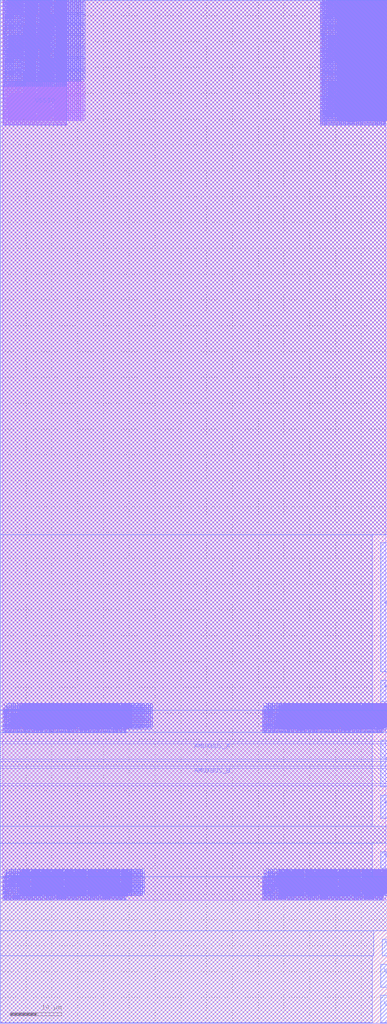
<source format=lef>
# Copyright 2020 The SkyWater PDK Authors
#
# Licensed under the Apache License, Version 2.0 (the "License");
# you may not use this file except in compliance with the License.
# You may obtain a copy of the License at
#
#     https://www.apache.org/licenses/LICENSE-2.0
#
# Unless required by applicable law or agreed to in writing, software
# distributed under the License is distributed on an "AS IS" BASIS,
# WITHOUT WARRANTIES OR CONDITIONS OF ANY KIND, either express or implied.
# See the License for the specific language governing permissions and
# limitations under the License.
#
# SPDX-License-Identifier: Apache-2.0

VERSION 5.7 ;
  NOWIREEXTENSIONATPIN ON ;
  DIVIDERCHAR "/" ;
  BUSBITCHARS "[]" ;
MACRO sky130_fd_io__overlay_vssio_lvc
  CLASS BLOCK ;
  FOREIGN sky130_fd_io__overlay_vssio_lvc ;
  ORIGIN  0.000000  0.000000 ;
  SIZE  75.00000 BY  198.0000 ;
  SYMMETRY X Y R90 ;
  PIN AMUXBUS_A
    DIRECTION INOUT ;
    USE SIGNAL ;
    PORT
      LAYER met4 ;
        RECT 0.000000 51.125000 75.000000 54.105000 ;
    END
  END AMUXBUS_A
  PIN AMUXBUS_B
    DIRECTION INOUT ;
    USE SIGNAL ;
    PORT
      LAYER met4 ;
        RECT 0.000000 46.365000 75.000000 49.345000 ;
    END
  END AMUXBUS_B
  PIN VCCD
    DIRECTION INOUT ;
    USE POWER ;
    PORT
      LAYER met5 ;
        RECT 73.730000 6.985000 75.000000 11.435000 ;
    END
  END VCCD
  PIN VCCHIB
    DIRECTION INOUT ;
    USE POWER ;
    PORT
      LAYER met5 ;
        RECT 73.730000 0.135000 75.000000 5.385000 ;
    END
  END VCCHIB
  PIN VDDA
    DIRECTION INOUT ;
    USE POWER ;
    PORT
      LAYER met5 ;
        RECT 74.035000 13.035000 75.000000 16.285000 ;
    END
  END VDDA
  PIN VDDIO
    DIRECTION INOUT ;
    USE POWER ;
    PORT
      LAYER met5 ;
        RECT 73.730000 68.035000 75.000000 92.985000 ;
    END
  END VDDIO
  PIN VDDIO_Q
    DIRECTION INOUT ;
    USE POWER ;
    PORT
      LAYER met5 ;
        RECT 73.730000 62.185000 75.000000 66.435000 ;
    END
  END VDDIO_Q
  PIN VSSA
    DIRECTION INOUT ;
    USE GROUND ;
    PORT
      LAYER met5 ;
        RECT 73.730000 45.735000 75.000000 54.735000 ;
    END
  END VSSA
  PIN VSSD
    DIRECTION INOUT ;
    USE GROUND ;
    PORT
      LAYER met5 ;
        RECT 73.730000 39.685000 75.000000 44.135000 ;
    END
  END VSSD
  PIN VSSIO
    DIRECTION INOUT ;
    USE GROUND ;
    PORT
      LAYER met3 ;
        RECT 0.530000 23.850000 0.850000 24.170000 ;
      LAYER met4 ;
        RECT 0.530000 23.850000 0.850000 24.170000 ;
    END
    PORT
      LAYER met3 ;
        RECT 0.530000 24.280000 0.850000 24.600000 ;
      LAYER met4 ;
        RECT 0.530000 24.280000 0.850000 24.600000 ;
    END
    PORT
      LAYER met3 ;
        RECT 0.530000 24.710000 0.850000 25.030000 ;
      LAYER met4 ;
        RECT 0.530000 24.710000 0.850000 25.030000 ;
    END
    PORT
      LAYER met3 ;
        RECT 0.530000 25.140000 0.850000 25.460000 ;
      LAYER met4 ;
        RECT 0.530000 25.140000 0.850000 25.460000 ;
    END
    PORT
      LAYER met3 ;
        RECT 0.530000 25.570000 0.850000 25.890000 ;
      LAYER met4 ;
        RECT 0.530000 25.570000 0.850000 25.890000 ;
    END
    PORT
      LAYER met3 ;
        RECT 0.530000 26.000000 0.850000 26.320000 ;
      LAYER met4 ;
        RECT 0.530000 26.000000 0.850000 26.320000 ;
    END
    PORT
      LAYER met3 ;
        RECT 0.530000 26.430000 0.850000 26.750000 ;
      LAYER met4 ;
        RECT 0.530000 26.430000 0.850000 26.750000 ;
    END
    PORT
      LAYER met3 ;
        RECT 0.530000 26.860000 0.850000 27.180000 ;
      LAYER met4 ;
        RECT 0.530000 26.860000 0.850000 27.180000 ;
    END
    PORT
      LAYER met3 ;
        RECT 0.530000 27.290000 0.850000 27.610000 ;
      LAYER met4 ;
        RECT 0.530000 27.290000 0.850000 27.610000 ;
    END
    PORT
      LAYER met3 ;
        RECT 0.530000 27.720000 0.850000 28.040000 ;
      LAYER met4 ;
        RECT 0.530000 27.720000 0.850000 28.040000 ;
    END
    PORT
      LAYER met3 ;
        RECT 0.530000 28.150000 0.850000 28.470000 ;
      LAYER met4 ;
        RECT 0.530000 28.150000 0.850000 28.470000 ;
    END
    PORT
      LAYER met3 ;
        RECT 0.555000 173.840000 12.875000 181.360000 ;
      LAYER met4 ;
        RECT 0.555000 173.840000 12.875000 181.360000 ;
    END
    PORT
      LAYER met3 ;
        RECT 0.555000 181.445000 0.875000 181.765000 ;
      LAYER met4 ;
        RECT 0.555000 181.445000 0.875000 181.765000 ;
    END
    PORT
      LAYER met3 ;
        RECT 0.555000 181.850000 0.875000 182.170000 ;
      LAYER met4 ;
        RECT 0.555000 181.850000 0.875000 182.170000 ;
    END
    PORT
      LAYER met3 ;
        RECT 0.555000 182.255000 0.875000 182.575000 ;
      LAYER met4 ;
        RECT 0.555000 182.255000 0.875000 182.575000 ;
    END
    PORT
      LAYER met3 ;
        RECT 0.555000 182.660000 0.875000 182.980000 ;
      LAYER met4 ;
        RECT 0.555000 182.660000 0.875000 182.980000 ;
    END
    PORT
      LAYER met3 ;
        RECT 0.555000 183.065000 0.875000 183.385000 ;
      LAYER met4 ;
        RECT 0.555000 183.065000 0.875000 183.385000 ;
    END
    PORT
      LAYER met3 ;
        RECT 0.555000 183.470000 0.875000 183.790000 ;
      LAYER met4 ;
        RECT 0.555000 183.470000 0.875000 183.790000 ;
    END
    PORT
      LAYER met3 ;
        RECT 0.555000 183.875000 0.875000 184.195000 ;
      LAYER met4 ;
        RECT 0.555000 183.875000 0.875000 184.195000 ;
    END
    PORT
      LAYER met3 ;
        RECT 0.555000 184.280000 0.875000 184.600000 ;
      LAYER met4 ;
        RECT 0.555000 184.280000 0.875000 184.600000 ;
    END
    PORT
      LAYER met3 ;
        RECT 0.555000 184.685000 0.875000 185.005000 ;
      LAYER met4 ;
        RECT 0.555000 184.685000 0.875000 185.005000 ;
    END
    PORT
      LAYER met3 ;
        RECT 0.555000 185.090000 0.875000 185.410000 ;
      LAYER met4 ;
        RECT 0.555000 185.090000 0.875000 185.410000 ;
    END
    PORT
      LAYER met3 ;
        RECT 0.555000 185.495000 0.875000 185.815000 ;
      LAYER met4 ;
        RECT 0.555000 185.495000 0.875000 185.815000 ;
    END
    PORT
      LAYER met3 ;
        RECT 0.555000 185.900000 0.875000 186.220000 ;
      LAYER met4 ;
        RECT 0.555000 185.900000 0.875000 186.220000 ;
    END
    PORT
      LAYER met3 ;
        RECT 0.555000 186.305000 0.875000 186.625000 ;
      LAYER met4 ;
        RECT 0.555000 186.305000 0.875000 186.625000 ;
    END
    PORT
      LAYER met3 ;
        RECT 0.555000 186.710000 0.875000 187.030000 ;
      LAYER met4 ;
        RECT 0.555000 186.710000 0.875000 187.030000 ;
    END
    PORT
      LAYER met3 ;
        RECT 0.555000 187.115000 0.875000 187.435000 ;
      LAYER met4 ;
        RECT 0.555000 187.115000 0.875000 187.435000 ;
    END
    PORT
      LAYER met3 ;
        RECT 0.555000 187.520000 0.875000 187.840000 ;
      LAYER met4 ;
        RECT 0.555000 187.520000 0.875000 187.840000 ;
    END
    PORT
      LAYER met3 ;
        RECT 0.555000 187.925000 0.875000 188.245000 ;
      LAYER met4 ;
        RECT 0.555000 187.925000 0.875000 188.245000 ;
    END
    PORT
      LAYER met3 ;
        RECT 0.555000 188.330000 0.875000 188.650000 ;
      LAYER met4 ;
        RECT 0.555000 188.330000 0.875000 188.650000 ;
    END
    PORT
      LAYER met3 ;
        RECT 0.555000 188.735000 0.875000 189.055000 ;
      LAYER met4 ;
        RECT 0.555000 188.735000 0.875000 189.055000 ;
    END
    PORT
      LAYER met3 ;
        RECT 0.555000 189.140000 0.875000 189.460000 ;
      LAYER met4 ;
        RECT 0.555000 189.140000 0.875000 189.460000 ;
    END
    PORT
      LAYER met3 ;
        RECT 0.555000 189.545000 0.875000 189.865000 ;
      LAYER met4 ;
        RECT 0.555000 189.545000 0.875000 189.865000 ;
    END
    PORT
      LAYER met3 ;
        RECT 0.555000 189.950000 0.875000 190.270000 ;
      LAYER met4 ;
        RECT 0.555000 189.950000 0.875000 190.270000 ;
    END
    PORT
      LAYER met3 ;
        RECT 0.555000 190.355000 0.875000 190.675000 ;
      LAYER met4 ;
        RECT 0.555000 190.355000 0.875000 190.675000 ;
    END
    PORT
      LAYER met3 ;
        RECT 0.555000 190.760000 0.875000 191.080000 ;
      LAYER met4 ;
        RECT 0.555000 190.760000 0.875000 191.080000 ;
    END
    PORT
      LAYER met3 ;
        RECT 0.555000 191.165000 0.875000 191.485000 ;
      LAYER met4 ;
        RECT 0.555000 191.165000 0.875000 191.485000 ;
    END
    PORT
      LAYER met3 ;
        RECT 0.555000 191.570000 0.875000 191.890000 ;
      LAYER met4 ;
        RECT 0.555000 191.570000 0.875000 191.890000 ;
    END
    PORT
      LAYER met3 ;
        RECT 0.555000 191.975000 0.875000 192.295000 ;
      LAYER met4 ;
        RECT 0.555000 191.975000 0.875000 192.295000 ;
    END
    PORT
      LAYER met3 ;
        RECT 0.555000 192.380000 0.875000 192.700000 ;
      LAYER met4 ;
        RECT 0.555000 192.380000 0.875000 192.700000 ;
    END
    PORT
      LAYER met3 ;
        RECT 0.555000 192.785000 0.875000 193.105000 ;
      LAYER met4 ;
        RECT 0.555000 192.785000 0.875000 193.105000 ;
    END
    PORT
      LAYER met3 ;
        RECT 0.555000 193.190000 0.875000 193.510000 ;
      LAYER met4 ;
        RECT 0.555000 193.190000 0.875000 193.510000 ;
    END
    PORT
      LAYER met3 ;
        RECT 0.555000 193.595000 0.875000 193.915000 ;
      LAYER met4 ;
        RECT 0.555000 193.595000 0.875000 193.915000 ;
    END
    PORT
      LAYER met3 ;
        RECT 0.555000 194.000000 0.875000 194.320000 ;
      LAYER met4 ;
        RECT 0.555000 194.000000 0.875000 194.320000 ;
    END
    PORT
      LAYER met3 ;
        RECT 0.555000 194.405000 0.875000 194.725000 ;
      LAYER met4 ;
        RECT 0.555000 194.405000 0.875000 194.725000 ;
    END
    PORT
      LAYER met3 ;
        RECT 0.555000 194.810000 0.875000 195.130000 ;
      LAYER met4 ;
        RECT 0.555000 194.810000 0.875000 195.130000 ;
    END
    PORT
      LAYER met3 ;
        RECT 0.555000 195.215000 0.875000 195.535000 ;
      LAYER met4 ;
        RECT 0.555000 195.215000 0.875000 195.535000 ;
    END
    PORT
      LAYER met3 ;
        RECT 0.555000 195.620000 0.875000 195.940000 ;
      LAYER met4 ;
        RECT 0.555000 195.620000 0.875000 195.940000 ;
    END
    PORT
      LAYER met3 ;
        RECT 0.555000 196.025000 0.875000 196.345000 ;
      LAYER met4 ;
        RECT 0.555000 196.025000 0.875000 196.345000 ;
    END
    PORT
      LAYER met3 ;
        RECT 0.555000 196.430000 0.875000 196.750000 ;
      LAYER met4 ;
        RECT 0.555000 196.430000 0.875000 196.750000 ;
    END
    PORT
      LAYER met3 ;
        RECT 0.555000 196.835000 0.875000 197.155000 ;
      LAYER met4 ;
        RECT 0.555000 196.835000 0.875000 197.155000 ;
    END
    PORT
      LAYER met3 ;
        RECT 0.555000 197.240000 0.875000 197.560000 ;
      LAYER met4 ;
        RECT 0.555000 197.240000 0.875000 197.560000 ;
    END
    PORT
      LAYER met3 ;
        RECT 0.555000 197.645000 0.875000 197.965000 ;
      LAYER met4 ;
        RECT 0.555000 197.645000 0.875000 197.965000 ;
    END
    PORT
      LAYER met3 ;
        RECT 0.615000 173.900000 0.815000 174.100000 ;
    END
    PORT
      LAYER met3 ;
        RECT 0.615000 174.300000 0.815000 174.500000 ;
    END
    PORT
      LAYER met3 ;
        RECT 0.615000 174.700000 0.815000 174.900000 ;
    END
    PORT
      LAYER met3 ;
        RECT 0.615000 175.100000 0.815000 175.300000 ;
    END
    PORT
      LAYER met3 ;
        RECT 0.615000 175.500000 0.815000 175.700000 ;
    END
    PORT
      LAYER met3 ;
        RECT 0.615000 175.900000 0.815000 176.100000 ;
    END
    PORT
      LAYER met3 ;
        RECT 0.615000 176.300000 0.815000 176.500000 ;
    END
    PORT
      LAYER met3 ;
        RECT 0.615000 176.700000 0.815000 176.900000 ;
    END
    PORT
      LAYER met3 ;
        RECT 0.615000 177.100000 0.815000 177.300000 ;
    END
    PORT
      LAYER met3 ;
        RECT 0.615000 177.500000 0.815000 177.700000 ;
    END
    PORT
      LAYER met3 ;
        RECT 0.615000 177.900000 0.815000 178.100000 ;
    END
    PORT
      LAYER met3 ;
        RECT 0.615000 178.300000 0.815000 178.500000 ;
    END
    PORT
      LAYER met3 ;
        RECT 0.615000 178.700000 0.815000 178.900000 ;
    END
    PORT
      LAYER met3 ;
        RECT 0.615000 179.100000 0.815000 179.300000 ;
    END
    PORT
      LAYER met3 ;
        RECT 0.615000 179.500000 0.815000 179.700000 ;
    END
    PORT
      LAYER met3 ;
        RECT 0.615000 179.900000 0.815000 180.100000 ;
    END
    PORT
      LAYER met3 ;
        RECT 0.615000 180.300000 0.815000 180.500000 ;
    END
    PORT
      LAYER met3 ;
        RECT 0.615000 180.700000 0.815000 180.900000 ;
    END
    PORT
      LAYER met3 ;
        RECT 0.615000 181.100000 0.815000 181.300000 ;
    END
    PORT
      LAYER met3 ;
        RECT 0.940000 23.850000 1.260000 24.170000 ;
      LAYER met4 ;
        RECT 0.940000 23.850000 1.260000 24.170000 ;
    END
    PORT
      LAYER met3 ;
        RECT 0.940000 24.280000 1.260000 24.600000 ;
      LAYER met4 ;
        RECT 0.940000 24.280000 1.260000 24.600000 ;
    END
    PORT
      LAYER met3 ;
        RECT 0.940000 24.710000 1.260000 25.030000 ;
      LAYER met4 ;
        RECT 0.940000 24.710000 1.260000 25.030000 ;
    END
    PORT
      LAYER met3 ;
        RECT 0.940000 25.140000 1.260000 25.460000 ;
      LAYER met4 ;
        RECT 0.940000 25.140000 1.260000 25.460000 ;
    END
    PORT
      LAYER met3 ;
        RECT 0.940000 25.570000 1.260000 25.890000 ;
      LAYER met4 ;
        RECT 0.940000 25.570000 1.260000 25.890000 ;
    END
    PORT
      LAYER met3 ;
        RECT 0.940000 26.000000 1.260000 26.320000 ;
      LAYER met4 ;
        RECT 0.940000 26.000000 1.260000 26.320000 ;
    END
    PORT
      LAYER met3 ;
        RECT 0.940000 26.430000 1.260000 26.750000 ;
      LAYER met4 ;
        RECT 0.940000 26.430000 1.260000 26.750000 ;
    END
    PORT
      LAYER met3 ;
        RECT 0.940000 26.860000 1.260000 27.180000 ;
      LAYER met4 ;
        RECT 0.940000 26.860000 1.260000 27.180000 ;
    END
    PORT
      LAYER met3 ;
        RECT 0.940000 27.290000 1.260000 27.610000 ;
      LAYER met4 ;
        RECT 0.940000 27.290000 1.260000 27.610000 ;
    END
    PORT
      LAYER met3 ;
        RECT 0.940000 27.720000 1.260000 28.040000 ;
      LAYER met4 ;
        RECT 0.940000 27.720000 1.260000 28.040000 ;
    END
    PORT
      LAYER met3 ;
        RECT 0.940000 28.150000 1.260000 28.470000 ;
      LAYER met4 ;
        RECT 0.940000 28.150000 1.260000 28.470000 ;
    END
    PORT
      LAYER met3 ;
        RECT 0.955000 181.445000 1.275000 181.765000 ;
      LAYER met4 ;
        RECT 0.955000 181.445000 1.275000 181.765000 ;
    END
    PORT
      LAYER met3 ;
        RECT 0.955000 181.850000 1.275000 182.170000 ;
      LAYER met4 ;
        RECT 0.955000 181.850000 1.275000 182.170000 ;
    END
    PORT
      LAYER met3 ;
        RECT 0.955000 182.255000 1.275000 182.575000 ;
      LAYER met4 ;
        RECT 0.955000 182.255000 1.275000 182.575000 ;
    END
    PORT
      LAYER met3 ;
        RECT 0.955000 182.660000 1.275000 182.980000 ;
      LAYER met4 ;
        RECT 0.955000 182.660000 1.275000 182.980000 ;
    END
    PORT
      LAYER met3 ;
        RECT 0.955000 183.065000 1.275000 183.385000 ;
      LAYER met4 ;
        RECT 0.955000 183.065000 1.275000 183.385000 ;
    END
    PORT
      LAYER met3 ;
        RECT 0.955000 183.470000 1.275000 183.790000 ;
      LAYER met4 ;
        RECT 0.955000 183.470000 1.275000 183.790000 ;
    END
    PORT
      LAYER met3 ;
        RECT 0.955000 183.875000 1.275000 184.195000 ;
      LAYER met4 ;
        RECT 0.955000 183.875000 1.275000 184.195000 ;
    END
    PORT
      LAYER met3 ;
        RECT 0.955000 184.280000 1.275000 184.600000 ;
      LAYER met4 ;
        RECT 0.955000 184.280000 1.275000 184.600000 ;
    END
    PORT
      LAYER met3 ;
        RECT 0.955000 184.685000 1.275000 185.005000 ;
      LAYER met4 ;
        RECT 0.955000 184.685000 1.275000 185.005000 ;
    END
    PORT
      LAYER met3 ;
        RECT 0.955000 185.090000 1.275000 185.410000 ;
      LAYER met4 ;
        RECT 0.955000 185.090000 1.275000 185.410000 ;
    END
    PORT
      LAYER met3 ;
        RECT 0.955000 185.495000 1.275000 185.815000 ;
      LAYER met4 ;
        RECT 0.955000 185.495000 1.275000 185.815000 ;
    END
    PORT
      LAYER met3 ;
        RECT 0.955000 185.900000 1.275000 186.220000 ;
      LAYER met4 ;
        RECT 0.955000 185.900000 1.275000 186.220000 ;
    END
    PORT
      LAYER met3 ;
        RECT 0.955000 186.305000 1.275000 186.625000 ;
      LAYER met4 ;
        RECT 0.955000 186.305000 1.275000 186.625000 ;
    END
    PORT
      LAYER met3 ;
        RECT 0.955000 186.710000 1.275000 187.030000 ;
      LAYER met4 ;
        RECT 0.955000 186.710000 1.275000 187.030000 ;
    END
    PORT
      LAYER met3 ;
        RECT 0.955000 187.115000 1.275000 187.435000 ;
      LAYER met4 ;
        RECT 0.955000 187.115000 1.275000 187.435000 ;
    END
    PORT
      LAYER met3 ;
        RECT 0.955000 187.520000 1.275000 187.840000 ;
      LAYER met4 ;
        RECT 0.955000 187.520000 1.275000 187.840000 ;
    END
    PORT
      LAYER met3 ;
        RECT 0.955000 187.925000 1.275000 188.245000 ;
      LAYER met4 ;
        RECT 0.955000 187.925000 1.275000 188.245000 ;
    END
    PORT
      LAYER met3 ;
        RECT 0.955000 188.330000 1.275000 188.650000 ;
      LAYER met4 ;
        RECT 0.955000 188.330000 1.275000 188.650000 ;
    END
    PORT
      LAYER met3 ;
        RECT 0.955000 188.735000 1.275000 189.055000 ;
      LAYER met4 ;
        RECT 0.955000 188.735000 1.275000 189.055000 ;
    END
    PORT
      LAYER met3 ;
        RECT 0.955000 189.140000 1.275000 189.460000 ;
      LAYER met4 ;
        RECT 0.955000 189.140000 1.275000 189.460000 ;
    END
    PORT
      LAYER met3 ;
        RECT 0.955000 189.545000 1.275000 189.865000 ;
      LAYER met4 ;
        RECT 0.955000 189.545000 1.275000 189.865000 ;
    END
    PORT
      LAYER met3 ;
        RECT 0.955000 189.950000 1.275000 190.270000 ;
      LAYER met4 ;
        RECT 0.955000 189.950000 1.275000 190.270000 ;
    END
    PORT
      LAYER met3 ;
        RECT 0.955000 190.355000 1.275000 190.675000 ;
      LAYER met4 ;
        RECT 0.955000 190.355000 1.275000 190.675000 ;
    END
    PORT
      LAYER met3 ;
        RECT 0.955000 190.760000 1.275000 191.080000 ;
      LAYER met4 ;
        RECT 0.955000 190.760000 1.275000 191.080000 ;
    END
    PORT
      LAYER met3 ;
        RECT 0.955000 191.165000 1.275000 191.485000 ;
      LAYER met4 ;
        RECT 0.955000 191.165000 1.275000 191.485000 ;
    END
    PORT
      LAYER met3 ;
        RECT 0.955000 191.570000 1.275000 191.890000 ;
      LAYER met4 ;
        RECT 0.955000 191.570000 1.275000 191.890000 ;
    END
    PORT
      LAYER met3 ;
        RECT 0.955000 191.975000 1.275000 192.295000 ;
      LAYER met4 ;
        RECT 0.955000 191.975000 1.275000 192.295000 ;
    END
    PORT
      LAYER met3 ;
        RECT 0.955000 192.380000 1.275000 192.700000 ;
      LAYER met4 ;
        RECT 0.955000 192.380000 1.275000 192.700000 ;
    END
    PORT
      LAYER met3 ;
        RECT 0.955000 192.785000 1.275000 193.105000 ;
      LAYER met4 ;
        RECT 0.955000 192.785000 1.275000 193.105000 ;
    END
    PORT
      LAYER met3 ;
        RECT 0.955000 193.190000 1.275000 193.510000 ;
      LAYER met4 ;
        RECT 0.955000 193.190000 1.275000 193.510000 ;
    END
    PORT
      LAYER met3 ;
        RECT 0.955000 193.595000 1.275000 193.915000 ;
      LAYER met4 ;
        RECT 0.955000 193.595000 1.275000 193.915000 ;
    END
    PORT
      LAYER met3 ;
        RECT 0.955000 194.000000 1.275000 194.320000 ;
      LAYER met4 ;
        RECT 0.955000 194.000000 1.275000 194.320000 ;
    END
    PORT
      LAYER met3 ;
        RECT 0.955000 194.405000 1.275000 194.725000 ;
      LAYER met4 ;
        RECT 0.955000 194.405000 1.275000 194.725000 ;
    END
    PORT
      LAYER met3 ;
        RECT 0.955000 194.810000 1.275000 195.130000 ;
      LAYER met4 ;
        RECT 0.955000 194.810000 1.275000 195.130000 ;
    END
    PORT
      LAYER met3 ;
        RECT 0.955000 195.215000 1.275000 195.535000 ;
      LAYER met4 ;
        RECT 0.955000 195.215000 1.275000 195.535000 ;
    END
    PORT
      LAYER met3 ;
        RECT 0.955000 195.620000 1.275000 195.940000 ;
      LAYER met4 ;
        RECT 0.955000 195.620000 1.275000 195.940000 ;
    END
    PORT
      LAYER met3 ;
        RECT 0.955000 196.025000 1.275000 196.345000 ;
      LAYER met4 ;
        RECT 0.955000 196.025000 1.275000 196.345000 ;
    END
    PORT
      LAYER met3 ;
        RECT 0.955000 196.430000 1.275000 196.750000 ;
      LAYER met4 ;
        RECT 0.955000 196.430000 1.275000 196.750000 ;
    END
    PORT
      LAYER met3 ;
        RECT 0.955000 196.835000 1.275000 197.155000 ;
      LAYER met4 ;
        RECT 0.955000 196.835000 1.275000 197.155000 ;
    END
    PORT
      LAYER met3 ;
        RECT 0.955000 197.240000 1.275000 197.560000 ;
      LAYER met4 ;
        RECT 0.955000 197.240000 1.275000 197.560000 ;
    END
    PORT
      LAYER met3 ;
        RECT 0.955000 197.645000 1.275000 197.965000 ;
      LAYER met4 ;
        RECT 0.955000 197.645000 1.275000 197.965000 ;
    END
    PORT
      LAYER met3 ;
        RECT 1.015000 173.900000 1.215000 174.100000 ;
    END
    PORT
      LAYER met3 ;
        RECT 1.015000 174.300000 1.215000 174.500000 ;
    END
    PORT
      LAYER met3 ;
        RECT 1.015000 174.700000 1.215000 174.900000 ;
    END
    PORT
      LAYER met3 ;
        RECT 1.015000 175.100000 1.215000 175.300000 ;
    END
    PORT
      LAYER met3 ;
        RECT 1.015000 175.500000 1.215000 175.700000 ;
    END
    PORT
      LAYER met3 ;
        RECT 1.015000 175.900000 1.215000 176.100000 ;
    END
    PORT
      LAYER met3 ;
        RECT 1.015000 176.300000 1.215000 176.500000 ;
    END
    PORT
      LAYER met3 ;
        RECT 1.015000 176.700000 1.215000 176.900000 ;
    END
    PORT
      LAYER met3 ;
        RECT 1.015000 177.100000 1.215000 177.300000 ;
    END
    PORT
      LAYER met3 ;
        RECT 1.015000 177.500000 1.215000 177.700000 ;
    END
    PORT
      LAYER met3 ;
        RECT 1.015000 177.900000 1.215000 178.100000 ;
    END
    PORT
      LAYER met3 ;
        RECT 1.015000 178.300000 1.215000 178.500000 ;
    END
    PORT
      LAYER met3 ;
        RECT 1.015000 178.700000 1.215000 178.900000 ;
    END
    PORT
      LAYER met3 ;
        RECT 1.015000 179.100000 1.215000 179.300000 ;
    END
    PORT
      LAYER met3 ;
        RECT 1.015000 179.500000 1.215000 179.700000 ;
    END
    PORT
      LAYER met3 ;
        RECT 1.015000 179.900000 1.215000 180.100000 ;
    END
    PORT
      LAYER met3 ;
        RECT 1.015000 180.300000 1.215000 180.500000 ;
    END
    PORT
      LAYER met3 ;
        RECT 1.015000 180.700000 1.215000 180.900000 ;
    END
    PORT
      LAYER met3 ;
        RECT 1.015000 181.100000 1.215000 181.300000 ;
    END
    PORT
      LAYER met3 ;
        RECT 1.350000 23.850000 1.670000 24.170000 ;
      LAYER met4 ;
        RECT 1.350000 23.850000 1.670000 24.170000 ;
    END
    PORT
      LAYER met3 ;
        RECT 1.350000 24.280000 1.670000 24.600000 ;
      LAYER met4 ;
        RECT 1.350000 24.280000 1.670000 24.600000 ;
    END
    PORT
      LAYER met3 ;
        RECT 1.350000 24.710000 1.670000 25.030000 ;
      LAYER met4 ;
        RECT 1.350000 24.710000 1.670000 25.030000 ;
    END
    PORT
      LAYER met3 ;
        RECT 1.350000 25.140000 1.670000 25.460000 ;
      LAYER met4 ;
        RECT 1.350000 25.140000 1.670000 25.460000 ;
    END
    PORT
      LAYER met3 ;
        RECT 1.350000 25.570000 1.670000 25.890000 ;
      LAYER met4 ;
        RECT 1.350000 25.570000 1.670000 25.890000 ;
    END
    PORT
      LAYER met3 ;
        RECT 1.350000 26.000000 1.670000 26.320000 ;
      LAYER met4 ;
        RECT 1.350000 26.000000 1.670000 26.320000 ;
    END
    PORT
      LAYER met3 ;
        RECT 1.350000 26.430000 1.670000 26.750000 ;
      LAYER met4 ;
        RECT 1.350000 26.430000 1.670000 26.750000 ;
    END
    PORT
      LAYER met3 ;
        RECT 1.350000 26.860000 1.670000 27.180000 ;
      LAYER met4 ;
        RECT 1.350000 26.860000 1.670000 27.180000 ;
    END
    PORT
      LAYER met3 ;
        RECT 1.350000 27.290000 1.670000 27.610000 ;
      LAYER met4 ;
        RECT 1.350000 27.290000 1.670000 27.610000 ;
    END
    PORT
      LAYER met3 ;
        RECT 1.350000 27.720000 1.670000 28.040000 ;
      LAYER met4 ;
        RECT 1.350000 27.720000 1.670000 28.040000 ;
    END
    PORT
      LAYER met3 ;
        RECT 1.350000 28.150000 1.670000 28.470000 ;
      LAYER met4 ;
        RECT 1.350000 28.150000 1.670000 28.470000 ;
    END
    PORT
      LAYER met3 ;
        RECT 1.355000 181.445000 1.675000 181.765000 ;
      LAYER met4 ;
        RECT 1.355000 181.445000 1.675000 181.765000 ;
    END
    PORT
      LAYER met3 ;
        RECT 1.355000 181.850000 1.675000 182.170000 ;
      LAYER met4 ;
        RECT 1.355000 181.850000 1.675000 182.170000 ;
    END
    PORT
      LAYER met3 ;
        RECT 1.355000 182.255000 1.675000 182.575000 ;
      LAYER met4 ;
        RECT 1.355000 182.255000 1.675000 182.575000 ;
    END
    PORT
      LAYER met3 ;
        RECT 1.355000 182.660000 1.675000 182.980000 ;
      LAYER met4 ;
        RECT 1.355000 182.660000 1.675000 182.980000 ;
    END
    PORT
      LAYER met3 ;
        RECT 1.355000 183.065000 1.675000 183.385000 ;
      LAYER met4 ;
        RECT 1.355000 183.065000 1.675000 183.385000 ;
    END
    PORT
      LAYER met3 ;
        RECT 1.355000 183.470000 1.675000 183.790000 ;
      LAYER met4 ;
        RECT 1.355000 183.470000 1.675000 183.790000 ;
    END
    PORT
      LAYER met3 ;
        RECT 1.355000 183.875000 1.675000 184.195000 ;
      LAYER met4 ;
        RECT 1.355000 183.875000 1.675000 184.195000 ;
    END
    PORT
      LAYER met3 ;
        RECT 1.355000 184.280000 1.675000 184.600000 ;
      LAYER met4 ;
        RECT 1.355000 184.280000 1.675000 184.600000 ;
    END
    PORT
      LAYER met3 ;
        RECT 1.355000 184.685000 1.675000 185.005000 ;
      LAYER met4 ;
        RECT 1.355000 184.685000 1.675000 185.005000 ;
    END
    PORT
      LAYER met3 ;
        RECT 1.355000 185.090000 1.675000 185.410000 ;
      LAYER met4 ;
        RECT 1.355000 185.090000 1.675000 185.410000 ;
    END
    PORT
      LAYER met3 ;
        RECT 1.355000 185.495000 1.675000 185.815000 ;
      LAYER met4 ;
        RECT 1.355000 185.495000 1.675000 185.815000 ;
    END
    PORT
      LAYER met3 ;
        RECT 1.355000 185.900000 1.675000 186.220000 ;
      LAYER met4 ;
        RECT 1.355000 185.900000 1.675000 186.220000 ;
    END
    PORT
      LAYER met3 ;
        RECT 1.355000 186.305000 1.675000 186.625000 ;
      LAYER met4 ;
        RECT 1.355000 186.305000 1.675000 186.625000 ;
    END
    PORT
      LAYER met3 ;
        RECT 1.355000 186.710000 1.675000 187.030000 ;
      LAYER met4 ;
        RECT 1.355000 186.710000 1.675000 187.030000 ;
    END
    PORT
      LAYER met3 ;
        RECT 1.355000 187.115000 1.675000 187.435000 ;
      LAYER met4 ;
        RECT 1.355000 187.115000 1.675000 187.435000 ;
    END
    PORT
      LAYER met3 ;
        RECT 1.355000 187.520000 1.675000 187.840000 ;
      LAYER met4 ;
        RECT 1.355000 187.520000 1.675000 187.840000 ;
    END
    PORT
      LAYER met3 ;
        RECT 1.355000 187.925000 1.675000 188.245000 ;
      LAYER met4 ;
        RECT 1.355000 187.925000 1.675000 188.245000 ;
    END
    PORT
      LAYER met3 ;
        RECT 1.355000 188.330000 1.675000 188.650000 ;
      LAYER met4 ;
        RECT 1.355000 188.330000 1.675000 188.650000 ;
    END
    PORT
      LAYER met3 ;
        RECT 1.355000 188.735000 1.675000 189.055000 ;
      LAYER met4 ;
        RECT 1.355000 188.735000 1.675000 189.055000 ;
    END
    PORT
      LAYER met3 ;
        RECT 1.355000 189.140000 1.675000 189.460000 ;
      LAYER met4 ;
        RECT 1.355000 189.140000 1.675000 189.460000 ;
    END
    PORT
      LAYER met3 ;
        RECT 1.355000 189.545000 1.675000 189.865000 ;
      LAYER met4 ;
        RECT 1.355000 189.545000 1.675000 189.865000 ;
    END
    PORT
      LAYER met3 ;
        RECT 1.355000 189.950000 1.675000 190.270000 ;
      LAYER met4 ;
        RECT 1.355000 189.950000 1.675000 190.270000 ;
    END
    PORT
      LAYER met3 ;
        RECT 1.355000 190.355000 1.675000 190.675000 ;
      LAYER met4 ;
        RECT 1.355000 190.355000 1.675000 190.675000 ;
    END
    PORT
      LAYER met3 ;
        RECT 1.355000 190.760000 1.675000 191.080000 ;
      LAYER met4 ;
        RECT 1.355000 190.760000 1.675000 191.080000 ;
    END
    PORT
      LAYER met3 ;
        RECT 1.355000 191.165000 1.675000 191.485000 ;
      LAYER met4 ;
        RECT 1.355000 191.165000 1.675000 191.485000 ;
    END
    PORT
      LAYER met3 ;
        RECT 1.355000 191.570000 1.675000 191.890000 ;
      LAYER met4 ;
        RECT 1.355000 191.570000 1.675000 191.890000 ;
    END
    PORT
      LAYER met3 ;
        RECT 1.355000 191.975000 1.675000 192.295000 ;
      LAYER met4 ;
        RECT 1.355000 191.975000 1.675000 192.295000 ;
    END
    PORT
      LAYER met3 ;
        RECT 1.355000 192.380000 1.675000 192.700000 ;
      LAYER met4 ;
        RECT 1.355000 192.380000 1.675000 192.700000 ;
    END
    PORT
      LAYER met3 ;
        RECT 1.355000 192.785000 1.675000 193.105000 ;
      LAYER met4 ;
        RECT 1.355000 192.785000 1.675000 193.105000 ;
    END
    PORT
      LAYER met3 ;
        RECT 1.355000 193.190000 1.675000 193.510000 ;
      LAYER met4 ;
        RECT 1.355000 193.190000 1.675000 193.510000 ;
    END
    PORT
      LAYER met3 ;
        RECT 1.355000 193.595000 1.675000 193.915000 ;
      LAYER met4 ;
        RECT 1.355000 193.595000 1.675000 193.915000 ;
    END
    PORT
      LAYER met3 ;
        RECT 1.355000 194.000000 1.675000 194.320000 ;
      LAYER met4 ;
        RECT 1.355000 194.000000 1.675000 194.320000 ;
    END
    PORT
      LAYER met3 ;
        RECT 1.355000 194.405000 1.675000 194.725000 ;
      LAYER met4 ;
        RECT 1.355000 194.405000 1.675000 194.725000 ;
    END
    PORT
      LAYER met3 ;
        RECT 1.355000 194.810000 1.675000 195.130000 ;
      LAYER met4 ;
        RECT 1.355000 194.810000 1.675000 195.130000 ;
    END
    PORT
      LAYER met3 ;
        RECT 1.355000 195.215000 1.675000 195.535000 ;
      LAYER met4 ;
        RECT 1.355000 195.215000 1.675000 195.535000 ;
    END
    PORT
      LAYER met3 ;
        RECT 1.355000 195.620000 1.675000 195.940000 ;
      LAYER met4 ;
        RECT 1.355000 195.620000 1.675000 195.940000 ;
    END
    PORT
      LAYER met3 ;
        RECT 1.355000 196.025000 1.675000 196.345000 ;
      LAYER met4 ;
        RECT 1.355000 196.025000 1.675000 196.345000 ;
    END
    PORT
      LAYER met3 ;
        RECT 1.355000 196.430000 1.675000 196.750000 ;
      LAYER met4 ;
        RECT 1.355000 196.430000 1.675000 196.750000 ;
    END
    PORT
      LAYER met3 ;
        RECT 1.355000 196.835000 1.675000 197.155000 ;
      LAYER met4 ;
        RECT 1.355000 196.835000 1.675000 197.155000 ;
    END
    PORT
      LAYER met3 ;
        RECT 1.355000 197.240000 1.675000 197.560000 ;
      LAYER met4 ;
        RECT 1.355000 197.240000 1.675000 197.560000 ;
    END
    PORT
      LAYER met3 ;
        RECT 1.355000 197.645000 1.675000 197.965000 ;
      LAYER met4 ;
        RECT 1.355000 197.645000 1.675000 197.965000 ;
    END
    PORT
      LAYER met3 ;
        RECT 1.415000 173.900000 1.615000 174.100000 ;
    END
    PORT
      LAYER met3 ;
        RECT 1.415000 174.300000 1.615000 174.500000 ;
    END
    PORT
      LAYER met3 ;
        RECT 1.415000 174.700000 1.615000 174.900000 ;
    END
    PORT
      LAYER met3 ;
        RECT 1.415000 175.100000 1.615000 175.300000 ;
    END
    PORT
      LAYER met3 ;
        RECT 1.415000 175.500000 1.615000 175.700000 ;
    END
    PORT
      LAYER met3 ;
        RECT 1.415000 175.900000 1.615000 176.100000 ;
    END
    PORT
      LAYER met3 ;
        RECT 1.415000 176.300000 1.615000 176.500000 ;
    END
    PORT
      LAYER met3 ;
        RECT 1.415000 176.700000 1.615000 176.900000 ;
    END
    PORT
      LAYER met3 ;
        RECT 1.415000 177.100000 1.615000 177.300000 ;
    END
    PORT
      LAYER met3 ;
        RECT 1.415000 177.500000 1.615000 177.700000 ;
    END
    PORT
      LAYER met3 ;
        RECT 1.415000 177.900000 1.615000 178.100000 ;
    END
    PORT
      LAYER met3 ;
        RECT 1.415000 178.300000 1.615000 178.500000 ;
    END
    PORT
      LAYER met3 ;
        RECT 1.415000 178.700000 1.615000 178.900000 ;
    END
    PORT
      LAYER met3 ;
        RECT 1.415000 179.100000 1.615000 179.300000 ;
    END
    PORT
      LAYER met3 ;
        RECT 1.415000 179.500000 1.615000 179.700000 ;
    END
    PORT
      LAYER met3 ;
        RECT 1.415000 179.900000 1.615000 180.100000 ;
    END
    PORT
      LAYER met3 ;
        RECT 1.415000 180.300000 1.615000 180.500000 ;
    END
    PORT
      LAYER met3 ;
        RECT 1.415000 180.700000 1.615000 180.900000 ;
    END
    PORT
      LAYER met3 ;
        RECT 1.415000 181.100000 1.615000 181.300000 ;
    END
    PORT
      LAYER met3 ;
        RECT 1.755000 181.445000 2.075000 181.765000 ;
      LAYER met4 ;
        RECT 1.755000 181.445000 2.075000 181.765000 ;
    END
    PORT
      LAYER met3 ;
        RECT 1.755000 181.850000 2.075000 182.170000 ;
      LAYER met4 ;
        RECT 1.755000 181.850000 2.075000 182.170000 ;
    END
    PORT
      LAYER met3 ;
        RECT 1.755000 182.255000 2.075000 182.575000 ;
      LAYER met4 ;
        RECT 1.755000 182.255000 2.075000 182.575000 ;
    END
    PORT
      LAYER met3 ;
        RECT 1.755000 182.660000 2.075000 182.980000 ;
      LAYER met4 ;
        RECT 1.755000 182.660000 2.075000 182.980000 ;
    END
    PORT
      LAYER met3 ;
        RECT 1.755000 183.065000 2.075000 183.385000 ;
      LAYER met4 ;
        RECT 1.755000 183.065000 2.075000 183.385000 ;
    END
    PORT
      LAYER met3 ;
        RECT 1.755000 183.470000 2.075000 183.790000 ;
      LAYER met4 ;
        RECT 1.755000 183.470000 2.075000 183.790000 ;
    END
    PORT
      LAYER met3 ;
        RECT 1.755000 183.875000 2.075000 184.195000 ;
      LAYER met4 ;
        RECT 1.755000 183.875000 2.075000 184.195000 ;
    END
    PORT
      LAYER met3 ;
        RECT 1.755000 184.280000 2.075000 184.600000 ;
      LAYER met4 ;
        RECT 1.755000 184.280000 2.075000 184.600000 ;
    END
    PORT
      LAYER met3 ;
        RECT 1.755000 184.685000 2.075000 185.005000 ;
      LAYER met4 ;
        RECT 1.755000 184.685000 2.075000 185.005000 ;
    END
    PORT
      LAYER met3 ;
        RECT 1.755000 185.090000 2.075000 185.410000 ;
      LAYER met4 ;
        RECT 1.755000 185.090000 2.075000 185.410000 ;
    END
    PORT
      LAYER met3 ;
        RECT 1.755000 185.495000 2.075000 185.815000 ;
      LAYER met4 ;
        RECT 1.755000 185.495000 2.075000 185.815000 ;
    END
    PORT
      LAYER met3 ;
        RECT 1.755000 185.900000 2.075000 186.220000 ;
      LAYER met4 ;
        RECT 1.755000 185.900000 2.075000 186.220000 ;
    END
    PORT
      LAYER met3 ;
        RECT 1.755000 186.305000 2.075000 186.625000 ;
      LAYER met4 ;
        RECT 1.755000 186.305000 2.075000 186.625000 ;
    END
    PORT
      LAYER met3 ;
        RECT 1.755000 186.710000 2.075000 187.030000 ;
      LAYER met4 ;
        RECT 1.755000 186.710000 2.075000 187.030000 ;
    END
    PORT
      LAYER met3 ;
        RECT 1.755000 187.115000 2.075000 187.435000 ;
      LAYER met4 ;
        RECT 1.755000 187.115000 2.075000 187.435000 ;
    END
    PORT
      LAYER met3 ;
        RECT 1.755000 187.520000 2.075000 187.840000 ;
      LAYER met4 ;
        RECT 1.755000 187.520000 2.075000 187.840000 ;
    END
    PORT
      LAYER met3 ;
        RECT 1.755000 187.925000 2.075000 188.245000 ;
      LAYER met4 ;
        RECT 1.755000 187.925000 2.075000 188.245000 ;
    END
    PORT
      LAYER met3 ;
        RECT 1.755000 188.330000 2.075000 188.650000 ;
      LAYER met4 ;
        RECT 1.755000 188.330000 2.075000 188.650000 ;
    END
    PORT
      LAYER met3 ;
        RECT 1.755000 188.735000 2.075000 189.055000 ;
      LAYER met4 ;
        RECT 1.755000 188.735000 2.075000 189.055000 ;
    END
    PORT
      LAYER met3 ;
        RECT 1.755000 189.140000 2.075000 189.460000 ;
      LAYER met4 ;
        RECT 1.755000 189.140000 2.075000 189.460000 ;
    END
    PORT
      LAYER met3 ;
        RECT 1.755000 189.545000 2.075000 189.865000 ;
      LAYER met4 ;
        RECT 1.755000 189.545000 2.075000 189.865000 ;
    END
    PORT
      LAYER met3 ;
        RECT 1.755000 189.950000 2.075000 190.270000 ;
      LAYER met4 ;
        RECT 1.755000 189.950000 2.075000 190.270000 ;
    END
    PORT
      LAYER met3 ;
        RECT 1.755000 190.355000 2.075000 190.675000 ;
      LAYER met4 ;
        RECT 1.755000 190.355000 2.075000 190.675000 ;
    END
    PORT
      LAYER met3 ;
        RECT 1.755000 190.760000 2.075000 191.080000 ;
      LAYER met4 ;
        RECT 1.755000 190.760000 2.075000 191.080000 ;
    END
    PORT
      LAYER met3 ;
        RECT 1.755000 191.165000 2.075000 191.485000 ;
      LAYER met4 ;
        RECT 1.755000 191.165000 2.075000 191.485000 ;
    END
    PORT
      LAYER met3 ;
        RECT 1.755000 191.570000 2.075000 191.890000 ;
      LAYER met4 ;
        RECT 1.755000 191.570000 2.075000 191.890000 ;
    END
    PORT
      LAYER met3 ;
        RECT 1.755000 191.975000 2.075000 192.295000 ;
      LAYER met4 ;
        RECT 1.755000 191.975000 2.075000 192.295000 ;
    END
    PORT
      LAYER met3 ;
        RECT 1.755000 192.380000 2.075000 192.700000 ;
      LAYER met4 ;
        RECT 1.755000 192.380000 2.075000 192.700000 ;
    END
    PORT
      LAYER met3 ;
        RECT 1.755000 192.785000 2.075000 193.105000 ;
      LAYER met4 ;
        RECT 1.755000 192.785000 2.075000 193.105000 ;
    END
    PORT
      LAYER met3 ;
        RECT 1.755000 193.190000 2.075000 193.510000 ;
      LAYER met4 ;
        RECT 1.755000 193.190000 2.075000 193.510000 ;
    END
    PORT
      LAYER met3 ;
        RECT 1.755000 193.595000 2.075000 193.915000 ;
      LAYER met4 ;
        RECT 1.755000 193.595000 2.075000 193.915000 ;
    END
    PORT
      LAYER met3 ;
        RECT 1.755000 194.000000 2.075000 194.320000 ;
      LAYER met4 ;
        RECT 1.755000 194.000000 2.075000 194.320000 ;
    END
    PORT
      LAYER met3 ;
        RECT 1.755000 194.405000 2.075000 194.725000 ;
      LAYER met4 ;
        RECT 1.755000 194.405000 2.075000 194.725000 ;
    END
    PORT
      LAYER met3 ;
        RECT 1.755000 194.810000 2.075000 195.130000 ;
      LAYER met4 ;
        RECT 1.755000 194.810000 2.075000 195.130000 ;
    END
    PORT
      LAYER met3 ;
        RECT 1.755000 195.215000 2.075000 195.535000 ;
      LAYER met4 ;
        RECT 1.755000 195.215000 2.075000 195.535000 ;
    END
    PORT
      LAYER met3 ;
        RECT 1.755000 195.620000 2.075000 195.940000 ;
      LAYER met4 ;
        RECT 1.755000 195.620000 2.075000 195.940000 ;
    END
    PORT
      LAYER met3 ;
        RECT 1.755000 196.025000 2.075000 196.345000 ;
      LAYER met4 ;
        RECT 1.755000 196.025000 2.075000 196.345000 ;
    END
    PORT
      LAYER met3 ;
        RECT 1.755000 196.430000 2.075000 196.750000 ;
      LAYER met4 ;
        RECT 1.755000 196.430000 2.075000 196.750000 ;
    END
    PORT
      LAYER met3 ;
        RECT 1.755000 196.835000 2.075000 197.155000 ;
      LAYER met4 ;
        RECT 1.755000 196.835000 2.075000 197.155000 ;
    END
    PORT
      LAYER met3 ;
        RECT 1.755000 197.240000 2.075000 197.560000 ;
      LAYER met4 ;
        RECT 1.755000 197.240000 2.075000 197.560000 ;
    END
    PORT
      LAYER met3 ;
        RECT 1.755000 197.645000 2.075000 197.965000 ;
      LAYER met4 ;
        RECT 1.755000 197.645000 2.075000 197.965000 ;
    END
    PORT
      LAYER met3 ;
        RECT 1.760000 23.850000 2.080000 24.170000 ;
      LAYER met4 ;
        RECT 1.760000 23.850000 2.080000 24.170000 ;
    END
    PORT
      LAYER met3 ;
        RECT 1.760000 24.280000 2.080000 24.600000 ;
      LAYER met4 ;
        RECT 1.760000 24.280000 2.080000 24.600000 ;
    END
    PORT
      LAYER met3 ;
        RECT 1.760000 24.710000 2.080000 25.030000 ;
      LAYER met4 ;
        RECT 1.760000 24.710000 2.080000 25.030000 ;
    END
    PORT
      LAYER met3 ;
        RECT 1.760000 25.140000 2.080000 25.460000 ;
      LAYER met4 ;
        RECT 1.760000 25.140000 2.080000 25.460000 ;
    END
    PORT
      LAYER met3 ;
        RECT 1.760000 25.570000 2.080000 25.890000 ;
      LAYER met4 ;
        RECT 1.760000 25.570000 2.080000 25.890000 ;
    END
    PORT
      LAYER met3 ;
        RECT 1.760000 26.000000 2.080000 26.320000 ;
      LAYER met4 ;
        RECT 1.760000 26.000000 2.080000 26.320000 ;
    END
    PORT
      LAYER met3 ;
        RECT 1.760000 26.430000 2.080000 26.750000 ;
      LAYER met4 ;
        RECT 1.760000 26.430000 2.080000 26.750000 ;
    END
    PORT
      LAYER met3 ;
        RECT 1.760000 26.860000 2.080000 27.180000 ;
      LAYER met4 ;
        RECT 1.760000 26.860000 2.080000 27.180000 ;
    END
    PORT
      LAYER met3 ;
        RECT 1.760000 27.290000 2.080000 27.610000 ;
      LAYER met4 ;
        RECT 1.760000 27.290000 2.080000 27.610000 ;
    END
    PORT
      LAYER met3 ;
        RECT 1.760000 27.720000 2.080000 28.040000 ;
      LAYER met4 ;
        RECT 1.760000 27.720000 2.080000 28.040000 ;
    END
    PORT
      LAYER met3 ;
        RECT 1.760000 28.150000 2.080000 28.470000 ;
      LAYER met4 ;
        RECT 1.760000 28.150000 2.080000 28.470000 ;
    END
    PORT
      LAYER met3 ;
        RECT 1.815000 173.900000 2.015000 174.100000 ;
    END
    PORT
      LAYER met3 ;
        RECT 1.815000 174.300000 2.015000 174.500000 ;
    END
    PORT
      LAYER met3 ;
        RECT 1.815000 174.700000 2.015000 174.900000 ;
    END
    PORT
      LAYER met3 ;
        RECT 1.815000 175.100000 2.015000 175.300000 ;
    END
    PORT
      LAYER met3 ;
        RECT 1.815000 175.500000 2.015000 175.700000 ;
    END
    PORT
      LAYER met3 ;
        RECT 1.815000 175.900000 2.015000 176.100000 ;
    END
    PORT
      LAYER met3 ;
        RECT 1.815000 176.300000 2.015000 176.500000 ;
    END
    PORT
      LAYER met3 ;
        RECT 1.815000 176.700000 2.015000 176.900000 ;
    END
    PORT
      LAYER met3 ;
        RECT 1.815000 177.100000 2.015000 177.300000 ;
    END
    PORT
      LAYER met3 ;
        RECT 1.815000 177.500000 2.015000 177.700000 ;
    END
    PORT
      LAYER met3 ;
        RECT 1.815000 177.900000 2.015000 178.100000 ;
    END
    PORT
      LAYER met3 ;
        RECT 1.815000 178.300000 2.015000 178.500000 ;
    END
    PORT
      LAYER met3 ;
        RECT 1.815000 178.700000 2.015000 178.900000 ;
    END
    PORT
      LAYER met3 ;
        RECT 1.815000 179.100000 2.015000 179.300000 ;
    END
    PORT
      LAYER met3 ;
        RECT 1.815000 179.500000 2.015000 179.700000 ;
    END
    PORT
      LAYER met3 ;
        RECT 1.815000 179.900000 2.015000 180.100000 ;
    END
    PORT
      LAYER met3 ;
        RECT 1.815000 180.300000 2.015000 180.500000 ;
    END
    PORT
      LAYER met3 ;
        RECT 1.815000 180.700000 2.015000 180.900000 ;
    END
    PORT
      LAYER met3 ;
        RECT 1.815000 181.100000 2.015000 181.300000 ;
    END
    PORT
      LAYER met3 ;
        RECT 10.155000 181.445000 10.475000 181.765000 ;
      LAYER met4 ;
        RECT 10.155000 181.445000 10.475000 181.765000 ;
    END
    PORT
      LAYER met3 ;
        RECT 10.155000 181.850000 10.475000 182.170000 ;
      LAYER met4 ;
        RECT 10.155000 181.850000 10.475000 182.170000 ;
    END
    PORT
      LAYER met3 ;
        RECT 10.155000 182.255000 10.475000 182.575000 ;
      LAYER met4 ;
        RECT 10.155000 182.255000 10.475000 182.575000 ;
    END
    PORT
      LAYER met3 ;
        RECT 10.155000 182.660000 10.475000 182.980000 ;
      LAYER met4 ;
        RECT 10.155000 182.660000 10.475000 182.980000 ;
    END
    PORT
      LAYER met3 ;
        RECT 10.155000 183.065000 10.475000 183.385000 ;
      LAYER met4 ;
        RECT 10.155000 183.065000 10.475000 183.385000 ;
    END
    PORT
      LAYER met3 ;
        RECT 10.155000 183.470000 10.475000 183.790000 ;
      LAYER met4 ;
        RECT 10.155000 183.470000 10.475000 183.790000 ;
    END
    PORT
      LAYER met3 ;
        RECT 10.155000 183.875000 10.475000 184.195000 ;
      LAYER met4 ;
        RECT 10.155000 183.875000 10.475000 184.195000 ;
    END
    PORT
      LAYER met3 ;
        RECT 10.155000 184.280000 10.475000 184.600000 ;
      LAYER met4 ;
        RECT 10.155000 184.280000 10.475000 184.600000 ;
    END
    PORT
      LAYER met3 ;
        RECT 10.155000 184.685000 10.475000 185.005000 ;
      LAYER met4 ;
        RECT 10.155000 184.685000 10.475000 185.005000 ;
    END
    PORT
      LAYER met3 ;
        RECT 10.155000 185.090000 10.475000 185.410000 ;
      LAYER met4 ;
        RECT 10.155000 185.090000 10.475000 185.410000 ;
    END
    PORT
      LAYER met3 ;
        RECT 10.155000 185.495000 10.475000 185.815000 ;
      LAYER met4 ;
        RECT 10.155000 185.495000 10.475000 185.815000 ;
    END
    PORT
      LAYER met3 ;
        RECT 10.155000 185.900000 10.475000 186.220000 ;
      LAYER met4 ;
        RECT 10.155000 185.900000 10.475000 186.220000 ;
    END
    PORT
      LAYER met3 ;
        RECT 10.155000 186.305000 10.475000 186.625000 ;
      LAYER met4 ;
        RECT 10.155000 186.305000 10.475000 186.625000 ;
    END
    PORT
      LAYER met3 ;
        RECT 10.155000 186.710000 10.475000 187.030000 ;
      LAYER met4 ;
        RECT 10.155000 186.710000 10.475000 187.030000 ;
    END
    PORT
      LAYER met3 ;
        RECT 10.155000 187.115000 10.475000 187.435000 ;
      LAYER met4 ;
        RECT 10.155000 187.115000 10.475000 187.435000 ;
    END
    PORT
      LAYER met3 ;
        RECT 10.155000 187.520000 10.475000 187.840000 ;
      LAYER met4 ;
        RECT 10.155000 187.520000 10.475000 187.840000 ;
    END
    PORT
      LAYER met3 ;
        RECT 10.155000 187.925000 10.475000 188.245000 ;
      LAYER met4 ;
        RECT 10.155000 187.925000 10.475000 188.245000 ;
    END
    PORT
      LAYER met3 ;
        RECT 10.155000 188.330000 10.475000 188.650000 ;
      LAYER met4 ;
        RECT 10.155000 188.330000 10.475000 188.650000 ;
    END
    PORT
      LAYER met3 ;
        RECT 10.155000 188.735000 10.475000 189.055000 ;
      LAYER met4 ;
        RECT 10.155000 188.735000 10.475000 189.055000 ;
    END
    PORT
      LAYER met3 ;
        RECT 10.155000 189.140000 10.475000 189.460000 ;
      LAYER met4 ;
        RECT 10.155000 189.140000 10.475000 189.460000 ;
    END
    PORT
      LAYER met3 ;
        RECT 10.155000 189.545000 10.475000 189.865000 ;
      LAYER met4 ;
        RECT 10.155000 189.545000 10.475000 189.865000 ;
    END
    PORT
      LAYER met3 ;
        RECT 10.155000 189.950000 10.475000 190.270000 ;
      LAYER met4 ;
        RECT 10.155000 189.950000 10.475000 190.270000 ;
    END
    PORT
      LAYER met3 ;
        RECT 10.155000 190.355000 10.475000 190.675000 ;
      LAYER met4 ;
        RECT 10.155000 190.355000 10.475000 190.675000 ;
    END
    PORT
      LAYER met3 ;
        RECT 10.155000 190.760000 10.475000 191.080000 ;
      LAYER met4 ;
        RECT 10.155000 190.760000 10.475000 191.080000 ;
    END
    PORT
      LAYER met3 ;
        RECT 10.155000 191.165000 10.475000 191.485000 ;
      LAYER met4 ;
        RECT 10.155000 191.165000 10.475000 191.485000 ;
    END
    PORT
      LAYER met3 ;
        RECT 10.155000 191.570000 10.475000 191.890000 ;
      LAYER met4 ;
        RECT 10.155000 191.570000 10.475000 191.890000 ;
    END
    PORT
      LAYER met3 ;
        RECT 10.155000 191.975000 10.475000 192.295000 ;
      LAYER met4 ;
        RECT 10.155000 191.975000 10.475000 192.295000 ;
    END
    PORT
      LAYER met3 ;
        RECT 10.155000 192.380000 10.475000 192.700000 ;
      LAYER met4 ;
        RECT 10.155000 192.380000 10.475000 192.700000 ;
    END
    PORT
      LAYER met3 ;
        RECT 10.155000 192.785000 10.475000 193.105000 ;
      LAYER met4 ;
        RECT 10.155000 192.785000 10.475000 193.105000 ;
    END
    PORT
      LAYER met3 ;
        RECT 10.155000 193.190000 10.475000 193.510000 ;
      LAYER met4 ;
        RECT 10.155000 193.190000 10.475000 193.510000 ;
    END
    PORT
      LAYER met3 ;
        RECT 10.155000 193.595000 10.475000 193.915000 ;
      LAYER met4 ;
        RECT 10.155000 193.595000 10.475000 193.915000 ;
    END
    PORT
      LAYER met3 ;
        RECT 10.155000 194.000000 10.475000 194.320000 ;
      LAYER met4 ;
        RECT 10.155000 194.000000 10.475000 194.320000 ;
    END
    PORT
      LAYER met3 ;
        RECT 10.155000 194.405000 10.475000 194.725000 ;
      LAYER met4 ;
        RECT 10.155000 194.405000 10.475000 194.725000 ;
    END
    PORT
      LAYER met3 ;
        RECT 10.155000 194.810000 10.475000 195.130000 ;
      LAYER met4 ;
        RECT 10.155000 194.810000 10.475000 195.130000 ;
    END
    PORT
      LAYER met3 ;
        RECT 10.155000 195.215000 10.475000 195.535000 ;
      LAYER met4 ;
        RECT 10.155000 195.215000 10.475000 195.535000 ;
    END
    PORT
      LAYER met3 ;
        RECT 10.155000 195.620000 10.475000 195.940000 ;
      LAYER met4 ;
        RECT 10.155000 195.620000 10.475000 195.940000 ;
    END
    PORT
      LAYER met3 ;
        RECT 10.155000 196.025000 10.475000 196.345000 ;
      LAYER met4 ;
        RECT 10.155000 196.025000 10.475000 196.345000 ;
    END
    PORT
      LAYER met3 ;
        RECT 10.155000 196.430000 10.475000 196.750000 ;
      LAYER met4 ;
        RECT 10.155000 196.430000 10.475000 196.750000 ;
    END
    PORT
      LAYER met3 ;
        RECT 10.155000 196.835000 10.475000 197.155000 ;
      LAYER met4 ;
        RECT 10.155000 196.835000 10.475000 197.155000 ;
    END
    PORT
      LAYER met3 ;
        RECT 10.155000 197.240000 10.475000 197.560000 ;
      LAYER met4 ;
        RECT 10.155000 197.240000 10.475000 197.560000 ;
    END
    PORT
      LAYER met3 ;
        RECT 10.155000 197.645000 10.475000 197.965000 ;
      LAYER met4 ;
        RECT 10.155000 197.645000 10.475000 197.965000 ;
    END
    PORT
      LAYER met3 ;
        RECT 10.215000 173.900000 10.415000 174.100000 ;
    END
    PORT
      LAYER met3 ;
        RECT 10.215000 174.300000 10.415000 174.500000 ;
    END
    PORT
      LAYER met3 ;
        RECT 10.215000 174.700000 10.415000 174.900000 ;
    END
    PORT
      LAYER met3 ;
        RECT 10.215000 175.100000 10.415000 175.300000 ;
    END
    PORT
      LAYER met3 ;
        RECT 10.215000 175.500000 10.415000 175.700000 ;
    END
    PORT
      LAYER met3 ;
        RECT 10.215000 175.900000 10.415000 176.100000 ;
    END
    PORT
      LAYER met3 ;
        RECT 10.215000 176.300000 10.415000 176.500000 ;
    END
    PORT
      LAYER met3 ;
        RECT 10.215000 176.700000 10.415000 176.900000 ;
    END
    PORT
      LAYER met3 ;
        RECT 10.215000 177.100000 10.415000 177.300000 ;
    END
    PORT
      LAYER met3 ;
        RECT 10.215000 177.500000 10.415000 177.700000 ;
    END
    PORT
      LAYER met3 ;
        RECT 10.215000 177.900000 10.415000 178.100000 ;
    END
    PORT
      LAYER met3 ;
        RECT 10.215000 178.300000 10.415000 178.500000 ;
    END
    PORT
      LAYER met3 ;
        RECT 10.215000 178.700000 10.415000 178.900000 ;
    END
    PORT
      LAYER met3 ;
        RECT 10.215000 179.100000 10.415000 179.300000 ;
    END
    PORT
      LAYER met3 ;
        RECT 10.215000 179.500000 10.415000 179.700000 ;
    END
    PORT
      LAYER met3 ;
        RECT 10.215000 179.900000 10.415000 180.100000 ;
    END
    PORT
      LAYER met3 ;
        RECT 10.215000 180.300000 10.415000 180.500000 ;
    END
    PORT
      LAYER met3 ;
        RECT 10.215000 180.700000 10.415000 180.900000 ;
    END
    PORT
      LAYER met3 ;
        RECT 10.215000 181.100000 10.415000 181.300000 ;
    END
    PORT
      LAYER met3 ;
        RECT 10.280000 23.850000 10.600000 24.170000 ;
      LAYER met4 ;
        RECT 10.280000 23.850000 10.600000 24.170000 ;
    END
    PORT
      LAYER met3 ;
        RECT 10.280000 24.280000 10.600000 24.600000 ;
      LAYER met4 ;
        RECT 10.280000 24.280000 10.600000 24.600000 ;
    END
    PORT
      LAYER met3 ;
        RECT 10.280000 24.710000 10.600000 25.030000 ;
      LAYER met4 ;
        RECT 10.280000 24.710000 10.600000 25.030000 ;
    END
    PORT
      LAYER met3 ;
        RECT 10.280000 25.140000 10.600000 25.460000 ;
      LAYER met4 ;
        RECT 10.280000 25.140000 10.600000 25.460000 ;
    END
    PORT
      LAYER met3 ;
        RECT 10.280000 25.570000 10.600000 25.890000 ;
      LAYER met4 ;
        RECT 10.280000 25.570000 10.600000 25.890000 ;
    END
    PORT
      LAYER met3 ;
        RECT 10.280000 26.000000 10.600000 26.320000 ;
      LAYER met4 ;
        RECT 10.280000 26.000000 10.600000 26.320000 ;
    END
    PORT
      LAYER met3 ;
        RECT 10.280000 26.430000 10.600000 26.750000 ;
      LAYER met4 ;
        RECT 10.280000 26.430000 10.600000 26.750000 ;
    END
    PORT
      LAYER met3 ;
        RECT 10.280000 26.860000 10.600000 27.180000 ;
      LAYER met4 ;
        RECT 10.280000 26.860000 10.600000 27.180000 ;
    END
    PORT
      LAYER met3 ;
        RECT 10.280000 27.290000 10.600000 27.610000 ;
      LAYER met4 ;
        RECT 10.280000 27.290000 10.600000 27.610000 ;
    END
    PORT
      LAYER met3 ;
        RECT 10.280000 27.720000 10.600000 28.040000 ;
      LAYER met4 ;
        RECT 10.280000 27.720000 10.600000 28.040000 ;
    END
    PORT
      LAYER met3 ;
        RECT 10.280000 28.150000 10.600000 28.470000 ;
      LAYER met4 ;
        RECT 10.280000 28.150000 10.600000 28.470000 ;
    END
    PORT
      LAYER met3 ;
        RECT 10.555000 181.445000 10.875000 181.765000 ;
      LAYER met4 ;
        RECT 10.555000 181.445000 10.875000 181.765000 ;
    END
    PORT
      LAYER met3 ;
        RECT 10.555000 181.850000 10.875000 182.170000 ;
      LAYER met4 ;
        RECT 10.555000 181.850000 10.875000 182.170000 ;
    END
    PORT
      LAYER met3 ;
        RECT 10.555000 182.255000 10.875000 182.575000 ;
      LAYER met4 ;
        RECT 10.555000 182.255000 10.875000 182.575000 ;
    END
    PORT
      LAYER met3 ;
        RECT 10.555000 182.660000 10.875000 182.980000 ;
      LAYER met4 ;
        RECT 10.555000 182.660000 10.875000 182.980000 ;
    END
    PORT
      LAYER met3 ;
        RECT 10.555000 183.065000 10.875000 183.385000 ;
      LAYER met4 ;
        RECT 10.555000 183.065000 10.875000 183.385000 ;
    END
    PORT
      LAYER met3 ;
        RECT 10.555000 183.470000 10.875000 183.790000 ;
      LAYER met4 ;
        RECT 10.555000 183.470000 10.875000 183.790000 ;
    END
    PORT
      LAYER met3 ;
        RECT 10.555000 183.875000 10.875000 184.195000 ;
      LAYER met4 ;
        RECT 10.555000 183.875000 10.875000 184.195000 ;
    END
    PORT
      LAYER met3 ;
        RECT 10.555000 184.280000 10.875000 184.600000 ;
      LAYER met4 ;
        RECT 10.555000 184.280000 10.875000 184.600000 ;
    END
    PORT
      LAYER met3 ;
        RECT 10.555000 184.685000 10.875000 185.005000 ;
      LAYER met4 ;
        RECT 10.555000 184.685000 10.875000 185.005000 ;
    END
    PORT
      LAYER met3 ;
        RECT 10.555000 185.090000 10.875000 185.410000 ;
      LAYER met4 ;
        RECT 10.555000 185.090000 10.875000 185.410000 ;
    END
    PORT
      LAYER met3 ;
        RECT 10.555000 185.495000 10.875000 185.815000 ;
      LAYER met4 ;
        RECT 10.555000 185.495000 10.875000 185.815000 ;
    END
    PORT
      LAYER met3 ;
        RECT 10.555000 185.900000 10.875000 186.220000 ;
      LAYER met4 ;
        RECT 10.555000 185.900000 10.875000 186.220000 ;
    END
    PORT
      LAYER met3 ;
        RECT 10.555000 186.305000 10.875000 186.625000 ;
      LAYER met4 ;
        RECT 10.555000 186.305000 10.875000 186.625000 ;
    END
    PORT
      LAYER met3 ;
        RECT 10.555000 186.710000 10.875000 187.030000 ;
      LAYER met4 ;
        RECT 10.555000 186.710000 10.875000 187.030000 ;
    END
    PORT
      LAYER met3 ;
        RECT 10.555000 187.115000 10.875000 187.435000 ;
      LAYER met4 ;
        RECT 10.555000 187.115000 10.875000 187.435000 ;
    END
    PORT
      LAYER met3 ;
        RECT 10.555000 187.520000 10.875000 187.840000 ;
      LAYER met4 ;
        RECT 10.555000 187.520000 10.875000 187.840000 ;
    END
    PORT
      LAYER met3 ;
        RECT 10.555000 187.925000 10.875000 188.245000 ;
      LAYER met4 ;
        RECT 10.555000 187.925000 10.875000 188.245000 ;
    END
    PORT
      LAYER met3 ;
        RECT 10.555000 188.330000 10.875000 188.650000 ;
      LAYER met4 ;
        RECT 10.555000 188.330000 10.875000 188.650000 ;
    END
    PORT
      LAYER met3 ;
        RECT 10.555000 188.735000 10.875000 189.055000 ;
      LAYER met4 ;
        RECT 10.555000 188.735000 10.875000 189.055000 ;
    END
    PORT
      LAYER met3 ;
        RECT 10.555000 189.140000 10.875000 189.460000 ;
      LAYER met4 ;
        RECT 10.555000 189.140000 10.875000 189.460000 ;
    END
    PORT
      LAYER met3 ;
        RECT 10.555000 189.545000 10.875000 189.865000 ;
      LAYER met4 ;
        RECT 10.555000 189.545000 10.875000 189.865000 ;
    END
    PORT
      LAYER met3 ;
        RECT 10.555000 189.950000 10.875000 190.270000 ;
      LAYER met4 ;
        RECT 10.555000 189.950000 10.875000 190.270000 ;
    END
    PORT
      LAYER met3 ;
        RECT 10.555000 190.355000 10.875000 190.675000 ;
      LAYER met4 ;
        RECT 10.555000 190.355000 10.875000 190.675000 ;
    END
    PORT
      LAYER met3 ;
        RECT 10.555000 190.760000 10.875000 191.080000 ;
      LAYER met4 ;
        RECT 10.555000 190.760000 10.875000 191.080000 ;
    END
    PORT
      LAYER met3 ;
        RECT 10.555000 191.165000 10.875000 191.485000 ;
      LAYER met4 ;
        RECT 10.555000 191.165000 10.875000 191.485000 ;
    END
    PORT
      LAYER met3 ;
        RECT 10.555000 191.570000 10.875000 191.890000 ;
      LAYER met4 ;
        RECT 10.555000 191.570000 10.875000 191.890000 ;
    END
    PORT
      LAYER met3 ;
        RECT 10.555000 191.975000 10.875000 192.295000 ;
      LAYER met4 ;
        RECT 10.555000 191.975000 10.875000 192.295000 ;
    END
    PORT
      LAYER met3 ;
        RECT 10.555000 192.380000 10.875000 192.700000 ;
      LAYER met4 ;
        RECT 10.555000 192.380000 10.875000 192.700000 ;
    END
    PORT
      LAYER met3 ;
        RECT 10.555000 192.785000 10.875000 193.105000 ;
      LAYER met4 ;
        RECT 10.555000 192.785000 10.875000 193.105000 ;
    END
    PORT
      LAYER met3 ;
        RECT 10.555000 193.190000 10.875000 193.510000 ;
      LAYER met4 ;
        RECT 10.555000 193.190000 10.875000 193.510000 ;
    END
    PORT
      LAYER met3 ;
        RECT 10.555000 193.595000 10.875000 193.915000 ;
      LAYER met4 ;
        RECT 10.555000 193.595000 10.875000 193.915000 ;
    END
    PORT
      LAYER met3 ;
        RECT 10.555000 194.000000 10.875000 194.320000 ;
      LAYER met4 ;
        RECT 10.555000 194.000000 10.875000 194.320000 ;
    END
    PORT
      LAYER met3 ;
        RECT 10.555000 194.405000 10.875000 194.725000 ;
      LAYER met4 ;
        RECT 10.555000 194.405000 10.875000 194.725000 ;
    END
    PORT
      LAYER met3 ;
        RECT 10.555000 194.810000 10.875000 195.130000 ;
      LAYER met4 ;
        RECT 10.555000 194.810000 10.875000 195.130000 ;
    END
    PORT
      LAYER met3 ;
        RECT 10.555000 195.215000 10.875000 195.535000 ;
      LAYER met4 ;
        RECT 10.555000 195.215000 10.875000 195.535000 ;
    END
    PORT
      LAYER met3 ;
        RECT 10.555000 195.620000 10.875000 195.940000 ;
      LAYER met4 ;
        RECT 10.555000 195.620000 10.875000 195.940000 ;
    END
    PORT
      LAYER met3 ;
        RECT 10.555000 196.025000 10.875000 196.345000 ;
      LAYER met4 ;
        RECT 10.555000 196.025000 10.875000 196.345000 ;
    END
    PORT
      LAYER met3 ;
        RECT 10.555000 196.430000 10.875000 196.750000 ;
      LAYER met4 ;
        RECT 10.555000 196.430000 10.875000 196.750000 ;
    END
    PORT
      LAYER met3 ;
        RECT 10.555000 196.835000 10.875000 197.155000 ;
      LAYER met4 ;
        RECT 10.555000 196.835000 10.875000 197.155000 ;
    END
    PORT
      LAYER met3 ;
        RECT 10.555000 197.240000 10.875000 197.560000 ;
      LAYER met4 ;
        RECT 10.555000 197.240000 10.875000 197.560000 ;
    END
    PORT
      LAYER met3 ;
        RECT 10.555000 197.645000 10.875000 197.965000 ;
      LAYER met4 ;
        RECT 10.555000 197.645000 10.875000 197.965000 ;
    END
    PORT
      LAYER met3 ;
        RECT 10.615000 173.900000 10.815000 174.100000 ;
    END
    PORT
      LAYER met3 ;
        RECT 10.615000 174.300000 10.815000 174.500000 ;
    END
    PORT
      LAYER met3 ;
        RECT 10.615000 174.700000 10.815000 174.900000 ;
    END
    PORT
      LAYER met3 ;
        RECT 10.615000 175.100000 10.815000 175.300000 ;
    END
    PORT
      LAYER met3 ;
        RECT 10.615000 175.500000 10.815000 175.700000 ;
    END
    PORT
      LAYER met3 ;
        RECT 10.615000 175.900000 10.815000 176.100000 ;
    END
    PORT
      LAYER met3 ;
        RECT 10.615000 176.300000 10.815000 176.500000 ;
    END
    PORT
      LAYER met3 ;
        RECT 10.615000 176.700000 10.815000 176.900000 ;
    END
    PORT
      LAYER met3 ;
        RECT 10.615000 177.100000 10.815000 177.300000 ;
    END
    PORT
      LAYER met3 ;
        RECT 10.615000 177.500000 10.815000 177.700000 ;
    END
    PORT
      LAYER met3 ;
        RECT 10.615000 177.900000 10.815000 178.100000 ;
    END
    PORT
      LAYER met3 ;
        RECT 10.615000 178.300000 10.815000 178.500000 ;
    END
    PORT
      LAYER met3 ;
        RECT 10.615000 178.700000 10.815000 178.900000 ;
    END
    PORT
      LAYER met3 ;
        RECT 10.615000 179.100000 10.815000 179.300000 ;
    END
    PORT
      LAYER met3 ;
        RECT 10.615000 179.500000 10.815000 179.700000 ;
    END
    PORT
      LAYER met3 ;
        RECT 10.615000 179.900000 10.815000 180.100000 ;
    END
    PORT
      LAYER met3 ;
        RECT 10.615000 180.300000 10.815000 180.500000 ;
    END
    PORT
      LAYER met3 ;
        RECT 10.615000 180.700000 10.815000 180.900000 ;
    END
    PORT
      LAYER met3 ;
        RECT 10.615000 181.100000 10.815000 181.300000 ;
    END
    PORT
      LAYER met3 ;
        RECT 10.685000 23.850000 11.005000 24.170000 ;
      LAYER met4 ;
        RECT 10.685000 23.850000 11.005000 24.170000 ;
    END
    PORT
      LAYER met3 ;
        RECT 10.685000 24.280000 11.005000 24.600000 ;
      LAYER met4 ;
        RECT 10.685000 24.280000 11.005000 24.600000 ;
    END
    PORT
      LAYER met3 ;
        RECT 10.685000 24.710000 11.005000 25.030000 ;
      LAYER met4 ;
        RECT 10.685000 24.710000 11.005000 25.030000 ;
    END
    PORT
      LAYER met3 ;
        RECT 10.685000 25.140000 11.005000 25.460000 ;
      LAYER met4 ;
        RECT 10.685000 25.140000 11.005000 25.460000 ;
    END
    PORT
      LAYER met3 ;
        RECT 10.685000 25.570000 11.005000 25.890000 ;
      LAYER met4 ;
        RECT 10.685000 25.570000 11.005000 25.890000 ;
    END
    PORT
      LAYER met3 ;
        RECT 10.685000 26.000000 11.005000 26.320000 ;
      LAYER met4 ;
        RECT 10.685000 26.000000 11.005000 26.320000 ;
    END
    PORT
      LAYER met3 ;
        RECT 10.685000 26.430000 11.005000 26.750000 ;
      LAYER met4 ;
        RECT 10.685000 26.430000 11.005000 26.750000 ;
    END
    PORT
      LAYER met3 ;
        RECT 10.685000 26.860000 11.005000 27.180000 ;
      LAYER met4 ;
        RECT 10.685000 26.860000 11.005000 27.180000 ;
    END
    PORT
      LAYER met3 ;
        RECT 10.685000 27.290000 11.005000 27.610000 ;
      LAYER met4 ;
        RECT 10.685000 27.290000 11.005000 27.610000 ;
    END
    PORT
      LAYER met3 ;
        RECT 10.685000 27.720000 11.005000 28.040000 ;
      LAYER met4 ;
        RECT 10.685000 27.720000 11.005000 28.040000 ;
    END
    PORT
      LAYER met3 ;
        RECT 10.685000 28.150000 11.005000 28.470000 ;
      LAYER met4 ;
        RECT 10.685000 28.150000 11.005000 28.470000 ;
    END
    PORT
      LAYER met3 ;
        RECT 10.955000 181.445000 11.275000 181.765000 ;
      LAYER met4 ;
        RECT 10.955000 181.445000 11.275000 181.765000 ;
    END
    PORT
      LAYER met3 ;
        RECT 10.955000 181.850000 11.275000 182.170000 ;
      LAYER met4 ;
        RECT 10.955000 181.850000 11.275000 182.170000 ;
    END
    PORT
      LAYER met3 ;
        RECT 10.955000 182.255000 11.275000 182.575000 ;
      LAYER met4 ;
        RECT 10.955000 182.255000 11.275000 182.575000 ;
    END
    PORT
      LAYER met3 ;
        RECT 10.955000 182.660000 11.275000 182.980000 ;
      LAYER met4 ;
        RECT 10.955000 182.660000 11.275000 182.980000 ;
    END
    PORT
      LAYER met3 ;
        RECT 10.955000 183.065000 11.275000 183.385000 ;
      LAYER met4 ;
        RECT 10.955000 183.065000 11.275000 183.385000 ;
    END
    PORT
      LAYER met3 ;
        RECT 10.955000 183.470000 11.275000 183.790000 ;
      LAYER met4 ;
        RECT 10.955000 183.470000 11.275000 183.790000 ;
    END
    PORT
      LAYER met3 ;
        RECT 10.955000 183.875000 11.275000 184.195000 ;
      LAYER met4 ;
        RECT 10.955000 183.875000 11.275000 184.195000 ;
    END
    PORT
      LAYER met3 ;
        RECT 10.955000 184.280000 11.275000 184.600000 ;
      LAYER met4 ;
        RECT 10.955000 184.280000 11.275000 184.600000 ;
    END
    PORT
      LAYER met3 ;
        RECT 10.955000 184.685000 11.275000 185.005000 ;
      LAYER met4 ;
        RECT 10.955000 184.685000 11.275000 185.005000 ;
    END
    PORT
      LAYER met3 ;
        RECT 10.955000 185.090000 11.275000 185.410000 ;
      LAYER met4 ;
        RECT 10.955000 185.090000 11.275000 185.410000 ;
    END
    PORT
      LAYER met3 ;
        RECT 10.955000 185.495000 11.275000 185.815000 ;
      LAYER met4 ;
        RECT 10.955000 185.495000 11.275000 185.815000 ;
    END
    PORT
      LAYER met3 ;
        RECT 10.955000 185.900000 11.275000 186.220000 ;
      LAYER met4 ;
        RECT 10.955000 185.900000 11.275000 186.220000 ;
    END
    PORT
      LAYER met3 ;
        RECT 10.955000 186.305000 11.275000 186.625000 ;
      LAYER met4 ;
        RECT 10.955000 186.305000 11.275000 186.625000 ;
    END
    PORT
      LAYER met3 ;
        RECT 10.955000 186.710000 11.275000 187.030000 ;
      LAYER met4 ;
        RECT 10.955000 186.710000 11.275000 187.030000 ;
    END
    PORT
      LAYER met3 ;
        RECT 10.955000 187.115000 11.275000 187.435000 ;
      LAYER met4 ;
        RECT 10.955000 187.115000 11.275000 187.435000 ;
    END
    PORT
      LAYER met3 ;
        RECT 10.955000 187.520000 11.275000 187.840000 ;
      LAYER met4 ;
        RECT 10.955000 187.520000 11.275000 187.840000 ;
    END
    PORT
      LAYER met3 ;
        RECT 10.955000 187.925000 11.275000 188.245000 ;
      LAYER met4 ;
        RECT 10.955000 187.925000 11.275000 188.245000 ;
    END
    PORT
      LAYER met3 ;
        RECT 10.955000 188.330000 11.275000 188.650000 ;
      LAYER met4 ;
        RECT 10.955000 188.330000 11.275000 188.650000 ;
    END
    PORT
      LAYER met3 ;
        RECT 10.955000 188.735000 11.275000 189.055000 ;
      LAYER met4 ;
        RECT 10.955000 188.735000 11.275000 189.055000 ;
    END
    PORT
      LAYER met3 ;
        RECT 10.955000 189.140000 11.275000 189.460000 ;
      LAYER met4 ;
        RECT 10.955000 189.140000 11.275000 189.460000 ;
    END
    PORT
      LAYER met3 ;
        RECT 10.955000 189.545000 11.275000 189.865000 ;
      LAYER met4 ;
        RECT 10.955000 189.545000 11.275000 189.865000 ;
    END
    PORT
      LAYER met3 ;
        RECT 10.955000 189.950000 11.275000 190.270000 ;
      LAYER met4 ;
        RECT 10.955000 189.950000 11.275000 190.270000 ;
    END
    PORT
      LAYER met3 ;
        RECT 10.955000 190.355000 11.275000 190.675000 ;
      LAYER met4 ;
        RECT 10.955000 190.355000 11.275000 190.675000 ;
    END
    PORT
      LAYER met3 ;
        RECT 10.955000 190.760000 11.275000 191.080000 ;
      LAYER met4 ;
        RECT 10.955000 190.760000 11.275000 191.080000 ;
    END
    PORT
      LAYER met3 ;
        RECT 10.955000 191.165000 11.275000 191.485000 ;
      LAYER met4 ;
        RECT 10.955000 191.165000 11.275000 191.485000 ;
    END
    PORT
      LAYER met3 ;
        RECT 10.955000 191.570000 11.275000 191.890000 ;
      LAYER met4 ;
        RECT 10.955000 191.570000 11.275000 191.890000 ;
    END
    PORT
      LAYER met3 ;
        RECT 10.955000 191.975000 11.275000 192.295000 ;
      LAYER met4 ;
        RECT 10.955000 191.975000 11.275000 192.295000 ;
    END
    PORT
      LAYER met3 ;
        RECT 10.955000 192.380000 11.275000 192.700000 ;
      LAYER met4 ;
        RECT 10.955000 192.380000 11.275000 192.700000 ;
    END
    PORT
      LAYER met3 ;
        RECT 10.955000 192.785000 11.275000 193.105000 ;
      LAYER met4 ;
        RECT 10.955000 192.785000 11.275000 193.105000 ;
    END
    PORT
      LAYER met3 ;
        RECT 10.955000 193.190000 11.275000 193.510000 ;
      LAYER met4 ;
        RECT 10.955000 193.190000 11.275000 193.510000 ;
    END
    PORT
      LAYER met3 ;
        RECT 10.955000 193.595000 11.275000 193.915000 ;
      LAYER met4 ;
        RECT 10.955000 193.595000 11.275000 193.915000 ;
    END
    PORT
      LAYER met3 ;
        RECT 10.955000 194.000000 11.275000 194.320000 ;
      LAYER met4 ;
        RECT 10.955000 194.000000 11.275000 194.320000 ;
    END
    PORT
      LAYER met3 ;
        RECT 10.955000 194.405000 11.275000 194.725000 ;
      LAYER met4 ;
        RECT 10.955000 194.405000 11.275000 194.725000 ;
    END
    PORT
      LAYER met3 ;
        RECT 10.955000 194.810000 11.275000 195.130000 ;
      LAYER met4 ;
        RECT 10.955000 194.810000 11.275000 195.130000 ;
    END
    PORT
      LAYER met3 ;
        RECT 10.955000 195.215000 11.275000 195.535000 ;
      LAYER met4 ;
        RECT 10.955000 195.215000 11.275000 195.535000 ;
    END
    PORT
      LAYER met3 ;
        RECT 10.955000 195.620000 11.275000 195.940000 ;
      LAYER met4 ;
        RECT 10.955000 195.620000 11.275000 195.940000 ;
    END
    PORT
      LAYER met3 ;
        RECT 10.955000 196.025000 11.275000 196.345000 ;
      LAYER met4 ;
        RECT 10.955000 196.025000 11.275000 196.345000 ;
    END
    PORT
      LAYER met3 ;
        RECT 10.955000 196.430000 11.275000 196.750000 ;
      LAYER met4 ;
        RECT 10.955000 196.430000 11.275000 196.750000 ;
    END
    PORT
      LAYER met3 ;
        RECT 10.955000 196.835000 11.275000 197.155000 ;
      LAYER met4 ;
        RECT 10.955000 196.835000 11.275000 197.155000 ;
    END
    PORT
      LAYER met3 ;
        RECT 10.955000 197.240000 11.275000 197.560000 ;
      LAYER met4 ;
        RECT 10.955000 197.240000 11.275000 197.560000 ;
    END
    PORT
      LAYER met3 ;
        RECT 10.955000 197.645000 11.275000 197.965000 ;
      LAYER met4 ;
        RECT 10.955000 197.645000 11.275000 197.965000 ;
    END
    PORT
      LAYER met3 ;
        RECT 11.015000 173.900000 11.215000 174.100000 ;
    END
    PORT
      LAYER met3 ;
        RECT 11.015000 174.300000 11.215000 174.500000 ;
    END
    PORT
      LAYER met3 ;
        RECT 11.015000 174.700000 11.215000 174.900000 ;
    END
    PORT
      LAYER met3 ;
        RECT 11.015000 175.100000 11.215000 175.300000 ;
    END
    PORT
      LAYER met3 ;
        RECT 11.015000 175.500000 11.215000 175.700000 ;
    END
    PORT
      LAYER met3 ;
        RECT 11.015000 175.900000 11.215000 176.100000 ;
    END
    PORT
      LAYER met3 ;
        RECT 11.015000 176.300000 11.215000 176.500000 ;
    END
    PORT
      LAYER met3 ;
        RECT 11.015000 176.700000 11.215000 176.900000 ;
    END
    PORT
      LAYER met3 ;
        RECT 11.015000 177.100000 11.215000 177.300000 ;
    END
    PORT
      LAYER met3 ;
        RECT 11.015000 177.500000 11.215000 177.700000 ;
    END
    PORT
      LAYER met3 ;
        RECT 11.015000 177.900000 11.215000 178.100000 ;
    END
    PORT
      LAYER met3 ;
        RECT 11.015000 178.300000 11.215000 178.500000 ;
    END
    PORT
      LAYER met3 ;
        RECT 11.015000 178.700000 11.215000 178.900000 ;
    END
    PORT
      LAYER met3 ;
        RECT 11.015000 179.100000 11.215000 179.300000 ;
    END
    PORT
      LAYER met3 ;
        RECT 11.015000 179.500000 11.215000 179.700000 ;
    END
    PORT
      LAYER met3 ;
        RECT 11.015000 179.900000 11.215000 180.100000 ;
    END
    PORT
      LAYER met3 ;
        RECT 11.015000 180.300000 11.215000 180.500000 ;
    END
    PORT
      LAYER met3 ;
        RECT 11.015000 180.700000 11.215000 180.900000 ;
    END
    PORT
      LAYER met3 ;
        RECT 11.015000 181.100000 11.215000 181.300000 ;
    END
    PORT
      LAYER met3 ;
        RECT 11.090000 23.850000 11.410000 24.170000 ;
      LAYER met4 ;
        RECT 11.090000 23.850000 11.410000 24.170000 ;
    END
    PORT
      LAYER met3 ;
        RECT 11.090000 24.280000 11.410000 24.600000 ;
      LAYER met4 ;
        RECT 11.090000 24.280000 11.410000 24.600000 ;
    END
    PORT
      LAYER met3 ;
        RECT 11.090000 24.710000 11.410000 25.030000 ;
      LAYER met4 ;
        RECT 11.090000 24.710000 11.410000 25.030000 ;
    END
    PORT
      LAYER met3 ;
        RECT 11.090000 25.140000 11.410000 25.460000 ;
      LAYER met4 ;
        RECT 11.090000 25.140000 11.410000 25.460000 ;
    END
    PORT
      LAYER met3 ;
        RECT 11.090000 25.570000 11.410000 25.890000 ;
      LAYER met4 ;
        RECT 11.090000 25.570000 11.410000 25.890000 ;
    END
    PORT
      LAYER met3 ;
        RECT 11.090000 26.000000 11.410000 26.320000 ;
      LAYER met4 ;
        RECT 11.090000 26.000000 11.410000 26.320000 ;
    END
    PORT
      LAYER met3 ;
        RECT 11.090000 26.430000 11.410000 26.750000 ;
      LAYER met4 ;
        RECT 11.090000 26.430000 11.410000 26.750000 ;
    END
    PORT
      LAYER met3 ;
        RECT 11.090000 26.860000 11.410000 27.180000 ;
      LAYER met4 ;
        RECT 11.090000 26.860000 11.410000 27.180000 ;
    END
    PORT
      LAYER met3 ;
        RECT 11.090000 27.290000 11.410000 27.610000 ;
      LAYER met4 ;
        RECT 11.090000 27.290000 11.410000 27.610000 ;
    END
    PORT
      LAYER met3 ;
        RECT 11.090000 27.720000 11.410000 28.040000 ;
      LAYER met4 ;
        RECT 11.090000 27.720000 11.410000 28.040000 ;
    END
    PORT
      LAYER met3 ;
        RECT 11.090000 28.150000 11.410000 28.470000 ;
      LAYER met4 ;
        RECT 11.090000 28.150000 11.410000 28.470000 ;
    END
    PORT
      LAYER met3 ;
        RECT 11.355000 181.445000 11.675000 181.765000 ;
      LAYER met4 ;
        RECT 11.355000 181.445000 11.675000 181.765000 ;
    END
    PORT
      LAYER met3 ;
        RECT 11.355000 181.850000 11.675000 182.170000 ;
      LAYER met4 ;
        RECT 11.355000 181.850000 11.675000 182.170000 ;
    END
    PORT
      LAYER met3 ;
        RECT 11.355000 182.255000 11.675000 182.575000 ;
      LAYER met4 ;
        RECT 11.355000 182.255000 11.675000 182.575000 ;
    END
    PORT
      LAYER met3 ;
        RECT 11.355000 182.660000 11.675000 182.980000 ;
      LAYER met4 ;
        RECT 11.355000 182.660000 11.675000 182.980000 ;
    END
    PORT
      LAYER met3 ;
        RECT 11.355000 183.065000 11.675000 183.385000 ;
      LAYER met4 ;
        RECT 11.355000 183.065000 11.675000 183.385000 ;
    END
    PORT
      LAYER met3 ;
        RECT 11.355000 183.470000 11.675000 183.790000 ;
      LAYER met4 ;
        RECT 11.355000 183.470000 11.675000 183.790000 ;
    END
    PORT
      LAYER met3 ;
        RECT 11.355000 183.875000 11.675000 184.195000 ;
      LAYER met4 ;
        RECT 11.355000 183.875000 11.675000 184.195000 ;
    END
    PORT
      LAYER met3 ;
        RECT 11.355000 184.280000 11.675000 184.600000 ;
      LAYER met4 ;
        RECT 11.355000 184.280000 11.675000 184.600000 ;
    END
    PORT
      LAYER met3 ;
        RECT 11.355000 184.685000 11.675000 185.005000 ;
      LAYER met4 ;
        RECT 11.355000 184.685000 11.675000 185.005000 ;
    END
    PORT
      LAYER met3 ;
        RECT 11.355000 185.090000 11.675000 185.410000 ;
      LAYER met4 ;
        RECT 11.355000 185.090000 11.675000 185.410000 ;
    END
    PORT
      LAYER met3 ;
        RECT 11.355000 185.495000 11.675000 185.815000 ;
      LAYER met4 ;
        RECT 11.355000 185.495000 11.675000 185.815000 ;
    END
    PORT
      LAYER met3 ;
        RECT 11.355000 185.900000 11.675000 186.220000 ;
      LAYER met4 ;
        RECT 11.355000 185.900000 11.675000 186.220000 ;
    END
    PORT
      LAYER met3 ;
        RECT 11.355000 186.305000 11.675000 186.625000 ;
      LAYER met4 ;
        RECT 11.355000 186.305000 11.675000 186.625000 ;
    END
    PORT
      LAYER met3 ;
        RECT 11.355000 186.710000 11.675000 187.030000 ;
      LAYER met4 ;
        RECT 11.355000 186.710000 11.675000 187.030000 ;
    END
    PORT
      LAYER met3 ;
        RECT 11.355000 187.115000 11.675000 187.435000 ;
      LAYER met4 ;
        RECT 11.355000 187.115000 11.675000 187.435000 ;
    END
    PORT
      LAYER met3 ;
        RECT 11.355000 187.520000 11.675000 187.840000 ;
      LAYER met4 ;
        RECT 11.355000 187.520000 11.675000 187.840000 ;
    END
    PORT
      LAYER met3 ;
        RECT 11.355000 187.925000 11.675000 188.245000 ;
      LAYER met4 ;
        RECT 11.355000 187.925000 11.675000 188.245000 ;
    END
    PORT
      LAYER met3 ;
        RECT 11.355000 188.330000 11.675000 188.650000 ;
      LAYER met4 ;
        RECT 11.355000 188.330000 11.675000 188.650000 ;
    END
    PORT
      LAYER met3 ;
        RECT 11.355000 188.735000 11.675000 189.055000 ;
      LAYER met4 ;
        RECT 11.355000 188.735000 11.675000 189.055000 ;
    END
    PORT
      LAYER met3 ;
        RECT 11.355000 189.140000 11.675000 189.460000 ;
      LAYER met4 ;
        RECT 11.355000 189.140000 11.675000 189.460000 ;
    END
    PORT
      LAYER met3 ;
        RECT 11.355000 189.545000 11.675000 189.865000 ;
      LAYER met4 ;
        RECT 11.355000 189.545000 11.675000 189.865000 ;
    END
    PORT
      LAYER met3 ;
        RECT 11.355000 189.950000 11.675000 190.270000 ;
      LAYER met4 ;
        RECT 11.355000 189.950000 11.675000 190.270000 ;
    END
    PORT
      LAYER met3 ;
        RECT 11.355000 190.355000 11.675000 190.675000 ;
      LAYER met4 ;
        RECT 11.355000 190.355000 11.675000 190.675000 ;
    END
    PORT
      LAYER met3 ;
        RECT 11.355000 190.760000 11.675000 191.080000 ;
      LAYER met4 ;
        RECT 11.355000 190.760000 11.675000 191.080000 ;
    END
    PORT
      LAYER met3 ;
        RECT 11.355000 191.165000 11.675000 191.485000 ;
      LAYER met4 ;
        RECT 11.355000 191.165000 11.675000 191.485000 ;
    END
    PORT
      LAYER met3 ;
        RECT 11.355000 191.570000 11.675000 191.890000 ;
      LAYER met4 ;
        RECT 11.355000 191.570000 11.675000 191.890000 ;
    END
    PORT
      LAYER met3 ;
        RECT 11.355000 191.975000 11.675000 192.295000 ;
      LAYER met4 ;
        RECT 11.355000 191.975000 11.675000 192.295000 ;
    END
    PORT
      LAYER met3 ;
        RECT 11.355000 192.380000 11.675000 192.700000 ;
      LAYER met4 ;
        RECT 11.355000 192.380000 11.675000 192.700000 ;
    END
    PORT
      LAYER met3 ;
        RECT 11.355000 192.785000 11.675000 193.105000 ;
      LAYER met4 ;
        RECT 11.355000 192.785000 11.675000 193.105000 ;
    END
    PORT
      LAYER met3 ;
        RECT 11.355000 193.190000 11.675000 193.510000 ;
      LAYER met4 ;
        RECT 11.355000 193.190000 11.675000 193.510000 ;
    END
    PORT
      LAYER met3 ;
        RECT 11.355000 193.595000 11.675000 193.915000 ;
      LAYER met4 ;
        RECT 11.355000 193.595000 11.675000 193.915000 ;
    END
    PORT
      LAYER met3 ;
        RECT 11.355000 194.000000 11.675000 194.320000 ;
      LAYER met4 ;
        RECT 11.355000 194.000000 11.675000 194.320000 ;
    END
    PORT
      LAYER met3 ;
        RECT 11.355000 194.405000 11.675000 194.725000 ;
      LAYER met4 ;
        RECT 11.355000 194.405000 11.675000 194.725000 ;
    END
    PORT
      LAYER met3 ;
        RECT 11.355000 194.810000 11.675000 195.130000 ;
      LAYER met4 ;
        RECT 11.355000 194.810000 11.675000 195.130000 ;
    END
    PORT
      LAYER met3 ;
        RECT 11.355000 195.215000 11.675000 195.535000 ;
      LAYER met4 ;
        RECT 11.355000 195.215000 11.675000 195.535000 ;
    END
    PORT
      LAYER met3 ;
        RECT 11.355000 195.620000 11.675000 195.940000 ;
      LAYER met4 ;
        RECT 11.355000 195.620000 11.675000 195.940000 ;
    END
    PORT
      LAYER met3 ;
        RECT 11.355000 196.025000 11.675000 196.345000 ;
      LAYER met4 ;
        RECT 11.355000 196.025000 11.675000 196.345000 ;
    END
    PORT
      LAYER met3 ;
        RECT 11.355000 196.430000 11.675000 196.750000 ;
      LAYER met4 ;
        RECT 11.355000 196.430000 11.675000 196.750000 ;
    END
    PORT
      LAYER met3 ;
        RECT 11.355000 196.835000 11.675000 197.155000 ;
      LAYER met4 ;
        RECT 11.355000 196.835000 11.675000 197.155000 ;
    END
    PORT
      LAYER met3 ;
        RECT 11.355000 197.240000 11.675000 197.560000 ;
      LAYER met4 ;
        RECT 11.355000 197.240000 11.675000 197.560000 ;
    END
    PORT
      LAYER met3 ;
        RECT 11.355000 197.645000 11.675000 197.965000 ;
      LAYER met4 ;
        RECT 11.355000 197.645000 11.675000 197.965000 ;
    END
    PORT
      LAYER met3 ;
        RECT 11.415000 173.900000 11.615000 174.100000 ;
    END
    PORT
      LAYER met3 ;
        RECT 11.415000 174.300000 11.615000 174.500000 ;
    END
    PORT
      LAYER met3 ;
        RECT 11.415000 174.700000 11.615000 174.900000 ;
    END
    PORT
      LAYER met3 ;
        RECT 11.415000 175.100000 11.615000 175.300000 ;
    END
    PORT
      LAYER met3 ;
        RECT 11.415000 175.500000 11.615000 175.700000 ;
    END
    PORT
      LAYER met3 ;
        RECT 11.415000 175.900000 11.615000 176.100000 ;
    END
    PORT
      LAYER met3 ;
        RECT 11.415000 176.300000 11.615000 176.500000 ;
    END
    PORT
      LAYER met3 ;
        RECT 11.415000 176.700000 11.615000 176.900000 ;
    END
    PORT
      LAYER met3 ;
        RECT 11.415000 177.100000 11.615000 177.300000 ;
    END
    PORT
      LAYER met3 ;
        RECT 11.415000 177.500000 11.615000 177.700000 ;
    END
    PORT
      LAYER met3 ;
        RECT 11.415000 177.900000 11.615000 178.100000 ;
    END
    PORT
      LAYER met3 ;
        RECT 11.415000 178.300000 11.615000 178.500000 ;
    END
    PORT
      LAYER met3 ;
        RECT 11.415000 178.700000 11.615000 178.900000 ;
    END
    PORT
      LAYER met3 ;
        RECT 11.415000 179.100000 11.615000 179.300000 ;
    END
    PORT
      LAYER met3 ;
        RECT 11.415000 179.500000 11.615000 179.700000 ;
    END
    PORT
      LAYER met3 ;
        RECT 11.415000 179.900000 11.615000 180.100000 ;
    END
    PORT
      LAYER met3 ;
        RECT 11.415000 180.300000 11.615000 180.500000 ;
    END
    PORT
      LAYER met3 ;
        RECT 11.415000 180.700000 11.615000 180.900000 ;
    END
    PORT
      LAYER met3 ;
        RECT 11.415000 181.100000 11.615000 181.300000 ;
    END
    PORT
      LAYER met3 ;
        RECT 11.495000 23.850000 11.815000 24.170000 ;
      LAYER met4 ;
        RECT 11.495000 23.850000 11.815000 24.170000 ;
    END
    PORT
      LAYER met3 ;
        RECT 11.495000 24.280000 11.815000 24.600000 ;
      LAYER met4 ;
        RECT 11.495000 24.280000 11.815000 24.600000 ;
    END
    PORT
      LAYER met3 ;
        RECT 11.495000 24.710000 11.815000 25.030000 ;
      LAYER met4 ;
        RECT 11.495000 24.710000 11.815000 25.030000 ;
    END
    PORT
      LAYER met3 ;
        RECT 11.495000 25.140000 11.815000 25.460000 ;
      LAYER met4 ;
        RECT 11.495000 25.140000 11.815000 25.460000 ;
    END
    PORT
      LAYER met3 ;
        RECT 11.495000 25.570000 11.815000 25.890000 ;
      LAYER met4 ;
        RECT 11.495000 25.570000 11.815000 25.890000 ;
    END
    PORT
      LAYER met3 ;
        RECT 11.495000 26.000000 11.815000 26.320000 ;
      LAYER met4 ;
        RECT 11.495000 26.000000 11.815000 26.320000 ;
    END
    PORT
      LAYER met3 ;
        RECT 11.495000 26.430000 11.815000 26.750000 ;
      LAYER met4 ;
        RECT 11.495000 26.430000 11.815000 26.750000 ;
    END
    PORT
      LAYER met3 ;
        RECT 11.495000 26.860000 11.815000 27.180000 ;
      LAYER met4 ;
        RECT 11.495000 26.860000 11.815000 27.180000 ;
    END
    PORT
      LAYER met3 ;
        RECT 11.495000 27.290000 11.815000 27.610000 ;
      LAYER met4 ;
        RECT 11.495000 27.290000 11.815000 27.610000 ;
    END
    PORT
      LAYER met3 ;
        RECT 11.495000 27.720000 11.815000 28.040000 ;
      LAYER met4 ;
        RECT 11.495000 27.720000 11.815000 28.040000 ;
    END
    PORT
      LAYER met3 ;
        RECT 11.495000 28.150000 11.815000 28.470000 ;
      LAYER met4 ;
        RECT 11.495000 28.150000 11.815000 28.470000 ;
    END
    PORT
      LAYER met3 ;
        RECT 11.755000 181.445000 12.075000 181.765000 ;
      LAYER met4 ;
        RECT 11.755000 181.445000 12.075000 181.765000 ;
    END
    PORT
      LAYER met3 ;
        RECT 11.755000 181.850000 12.075000 182.170000 ;
      LAYER met4 ;
        RECT 11.755000 181.850000 12.075000 182.170000 ;
    END
    PORT
      LAYER met3 ;
        RECT 11.755000 182.255000 12.075000 182.575000 ;
      LAYER met4 ;
        RECT 11.755000 182.255000 12.075000 182.575000 ;
    END
    PORT
      LAYER met3 ;
        RECT 11.755000 182.660000 12.075000 182.980000 ;
      LAYER met4 ;
        RECT 11.755000 182.660000 12.075000 182.980000 ;
    END
    PORT
      LAYER met3 ;
        RECT 11.755000 183.065000 12.075000 183.385000 ;
      LAYER met4 ;
        RECT 11.755000 183.065000 12.075000 183.385000 ;
    END
    PORT
      LAYER met3 ;
        RECT 11.755000 183.470000 12.075000 183.790000 ;
      LAYER met4 ;
        RECT 11.755000 183.470000 12.075000 183.790000 ;
    END
    PORT
      LAYER met3 ;
        RECT 11.755000 183.875000 12.075000 184.195000 ;
      LAYER met4 ;
        RECT 11.755000 183.875000 12.075000 184.195000 ;
    END
    PORT
      LAYER met3 ;
        RECT 11.755000 184.280000 12.075000 184.600000 ;
      LAYER met4 ;
        RECT 11.755000 184.280000 12.075000 184.600000 ;
    END
    PORT
      LAYER met3 ;
        RECT 11.755000 184.685000 12.075000 185.005000 ;
      LAYER met4 ;
        RECT 11.755000 184.685000 12.075000 185.005000 ;
    END
    PORT
      LAYER met3 ;
        RECT 11.755000 185.090000 12.075000 185.410000 ;
      LAYER met4 ;
        RECT 11.755000 185.090000 12.075000 185.410000 ;
    END
    PORT
      LAYER met3 ;
        RECT 11.755000 185.495000 12.075000 185.815000 ;
      LAYER met4 ;
        RECT 11.755000 185.495000 12.075000 185.815000 ;
    END
    PORT
      LAYER met3 ;
        RECT 11.755000 185.900000 12.075000 186.220000 ;
      LAYER met4 ;
        RECT 11.755000 185.900000 12.075000 186.220000 ;
    END
    PORT
      LAYER met3 ;
        RECT 11.755000 186.305000 12.075000 186.625000 ;
      LAYER met4 ;
        RECT 11.755000 186.305000 12.075000 186.625000 ;
    END
    PORT
      LAYER met3 ;
        RECT 11.755000 186.710000 12.075000 187.030000 ;
      LAYER met4 ;
        RECT 11.755000 186.710000 12.075000 187.030000 ;
    END
    PORT
      LAYER met3 ;
        RECT 11.755000 187.115000 12.075000 187.435000 ;
      LAYER met4 ;
        RECT 11.755000 187.115000 12.075000 187.435000 ;
    END
    PORT
      LAYER met3 ;
        RECT 11.755000 187.520000 12.075000 187.840000 ;
      LAYER met4 ;
        RECT 11.755000 187.520000 12.075000 187.840000 ;
    END
    PORT
      LAYER met3 ;
        RECT 11.755000 187.925000 12.075000 188.245000 ;
      LAYER met4 ;
        RECT 11.755000 187.925000 12.075000 188.245000 ;
    END
    PORT
      LAYER met3 ;
        RECT 11.755000 188.330000 12.075000 188.650000 ;
      LAYER met4 ;
        RECT 11.755000 188.330000 12.075000 188.650000 ;
    END
    PORT
      LAYER met3 ;
        RECT 11.755000 188.735000 12.075000 189.055000 ;
      LAYER met4 ;
        RECT 11.755000 188.735000 12.075000 189.055000 ;
    END
    PORT
      LAYER met3 ;
        RECT 11.755000 189.140000 12.075000 189.460000 ;
      LAYER met4 ;
        RECT 11.755000 189.140000 12.075000 189.460000 ;
    END
    PORT
      LAYER met3 ;
        RECT 11.755000 189.545000 12.075000 189.865000 ;
      LAYER met4 ;
        RECT 11.755000 189.545000 12.075000 189.865000 ;
    END
    PORT
      LAYER met3 ;
        RECT 11.755000 189.950000 12.075000 190.270000 ;
      LAYER met4 ;
        RECT 11.755000 189.950000 12.075000 190.270000 ;
    END
    PORT
      LAYER met3 ;
        RECT 11.755000 190.355000 12.075000 190.675000 ;
      LAYER met4 ;
        RECT 11.755000 190.355000 12.075000 190.675000 ;
    END
    PORT
      LAYER met3 ;
        RECT 11.755000 190.760000 12.075000 191.080000 ;
      LAYER met4 ;
        RECT 11.755000 190.760000 12.075000 191.080000 ;
    END
    PORT
      LAYER met3 ;
        RECT 11.755000 191.165000 12.075000 191.485000 ;
      LAYER met4 ;
        RECT 11.755000 191.165000 12.075000 191.485000 ;
    END
    PORT
      LAYER met3 ;
        RECT 11.755000 191.570000 12.075000 191.890000 ;
      LAYER met4 ;
        RECT 11.755000 191.570000 12.075000 191.890000 ;
    END
    PORT
      LAYER met3 ;
        RECT 11.755000 191.975000 12.075000 192.295000 ;
      LAYER met4 ;
        RECT 11.755000 191.975000 12.075000 192.295000 ;
    END
    PORT
      LAYER met3 ;
        RECT 11.755000 192.380000 12.075000 192.700000 ;
      LAYER met4 ;
        RECT 11.755000 192.380000 12.075000 192.700000 ;
    END
    PORT
      LAYER met3 ;
        RECT 11.755000 192.785000 12.075000 193.105000 ;
      LAYER met4 ;
        RECT 11.755000 192.785000 12.075000 193.105000 ;
    END
    PORT
      LAYER met3 ;
        RECT 11.755000 193.190000 12.075000 193.510000 ;
      LAYER met4 ;
        RECT 11.755000 193.190000 12.075000 193.510000 ;
    END
    PORT
      LAYER met3 ;
        RECT 11.755000 193.595000 12.075000 193.915000 ;
      LAYER met4 ;
        RECT 11.755000 193.595000 12.075000 193.915000 ;
    END
    PORT
      LAYER met3 ;
        RECT 11.755000 194.000000 12.075000 194.320000 ;
      LAYER met4 ;
        RECT 11.755000 194.000000 12.075000 194.320000 ;
    END
    PORT
      LAYER met3 ;
        RECT 11.755000 194.405000 12.075000 194.725000 ;
      LAYER met4 ;
        RECT 11.755000 194.405000 12.075000 194.725000 ;
    END
    PORT
      LAYER met3 ;
        RECT 11.755000 194.810000 12.075000 195.130000 ;
      LAYER met4 ;
        RECT 11.755000 194.810000 12.075000 195.130000 ;
    END
    PORT
      LAYER met3 ;
        RECT 11.755000 195.215000 12.075000 195.535000 ;
      LAYER met4 ;
        RECT 11.755000 195.215000 12.075000 195.535000 ;
    END
    PORT
      LAYER met3 ;
        RECT 11.755000 195.620000 12.075000 195.940000 ;
      LAYER met4 ;
        RECT 11.755000 195.620000 12.075000 195.940000 ;
    END
    PORT
      LAYER met3 ;
        RECT 11.755000 196.025000 12.075000 196.345000 ;
      LAYER met4 ;
        RECT 11.755000 196.025000 12.075000 196.345000 ;
    END
    PORT
      LAYER met3 ;
        RECT 11.755000 196.430000 12.075000 196.750000 ;
      LAYER met4 ;
        RECT 11.755000 196.430000 12.075000 196.750000 ;
    END
    PORT
      LAYER met3 ;
        RECT 11.755000 196.835000 12.075000 197.155000 ;
      LAYER met4 ;
        RECT 11.755000 196.835000 12.075000 197.155000 ;
    END
    PORT
      LAYER met3 ;
        RECT 11.755000 197.240000 12.075000 197.560000 ;
      LAYER met4 ;
        RECT 11.755000 197.240000 12.075000 197.560000 ;
    END
    PORT
      LAYER met3 ;
        RECT 11.755000 197.645000 12.075000 197.965000 ;
      LAYER met4 ;
        RECT 11.755000 197.645000 12.075000 197.965000 ;
    END
    PORT
      LAYER met3 ;
        RECT 11.815000 173.900000 12.015000 174.100000 ;
    END
    PORT
      LAYER met3 ;
        RECT 11.815000 174.300000 12.015000 174.500000 ;
    END
    PORT
      LAYER met3 ;
        RECT 11.815000 174.700000 12.015000 174.900000 ;
    END
    PORT
      LAYER met3 ;
        RECT 11.815000 175.100000 12.015000 175.300000 ;
    END
    PORT
      LAYER met3 ;
        RECT 11.815000 175.500000 12.015000 175.700000 ;
    END
    PORT
      LAYER met3 ;
        RECT 11.815000 175.900000 12.015000 176.100000 ;
    END
    PORT
      LAYER met3 ;
        RECT 11.815000 176.300000 12.015000 176.500000 ;
    END
    PORT
      LAYER met3 ;
        RECT 11.815000 176.700000 12.015000 176.900000 ;
    END
    PORT
      LAYER met3 ;
        RECT 11.815000 177.100000 12.015000 177.300000 ;
    END
    PORT
      LAYER met3 ;
        RECT 11.815000 177.500000 12.015000 177.700000 ;
    END
    PORT
      LAYER met3 ;
        RECT 11.815000 177.900000 12.015000 178.100000 ;
    END
    PORT
      LAYER met3 ;
        RECT 11.815000 178.300000 12.015000 178.500000 ;
    END
    PORT
      LAYER met3 ;
        RECT 11.815000 178.700000 12.015000 178.900000 ;
    END
    PORT
      LAYER met3 ;
        RECT 11.815000 179.100000 12.015000 179.300000 ;
    END
    PORT
      LAYER met3 ;
        RECT 11.815000 179.500000 12.015000 179.700000 ;
    END
    PORT
      LAYER met3 ;
        RECT 11.815000 179.900000 12.015000 180.100000 ;
    END
    PORT
      LAYER met3 ;
        RECT 11.815000 180.300000 12.015000 180.500000 ;
    END
    PORT
      LAYER met3 ;
        RECT 11.815000 180.700000 12.015000 180.900000 ;
    END
    PORT
      LAYER met3 ;
        RECT 11.815000 181.100000 12.015000 181.300000 ;
    END
    PORT
      LAYER met3 ;
        RECT 11.900000 23.850000 12.220000 24.170000 ;
      LAYER met4 ;
        RECT 11.900000 23.850000 12.220000 24.170000 ;
    END
    PORT
      LAYER met3 ;
        RECT 11.900000 24.280000 12.220000 24.600000 ;
      LAYER met4 ;
        RECT 11.900000 24.280000 12.220000 24.600000 ;
    END
    PORT
      LAYER met3 ;
        RECT 11.900000 24.710000 12.220000 25.030000 ;
      LAYER met4 ;
        RECT 11.900000 24.710000 12.220000 25.030000 ;
    END
    PORT
      LAYER met3 ;
        RECT 11.900000 25.140000 12.220000 25.460000 ;
      LAYER met4 ;
        RECT 11.900000 25.140000 12.220000 25.460000 ;
    END
    PORT
      LAYER met3 ;
        RECT 11.900000 25.570000 12.220000 25.890000 ;
      LAYER met4 ;
        RECT 11.900000 25.570000 12.220000 25.890000 ;
    END
    PORT
      LAYER met3 ;
        RECT 11.900000 26.000000 12.220000 26.320000 ;
      LAYER met4 ;
        RECT 11.900000 26.000000 12.220000 26.320000 ;
    END
    PORT
      LAYER met3 ;
        RECT 11.900000 26.430000 12.220000 26.750000 ;
      LAYER met4 ;
        RECT 11.900000 26.430000 12.220000 26.750000 ;
    END
    PORT
      LAYER met3 ;
        RECT 11.900000 26.860000 12.220000 27.180000 ;
      LAYER met4 ;
        RECT 11.900000 26.860000 12.220000 27.180000 ;
    END
    PORT
      LAYER met3 ;
        RECT 11.900000 27.290000 12.220000 27.610000 ;
      LAYER met4 ;
        RECT 11.900000 27.290000 12.220000 27.610000 ;
    END
    PORT
      LAYER met3 ;
        RECT 11.900000 27.720000 12.220000 28.040000 ;
      LAYER met4 ;
        RECT 11.900000 27.720000 12.220000 28.040000 ;
    END
    PORT
      LAYER met3 ;
        RECT 11.900000 28.150000 12.220000 28.470000 ;
      LAYER met4 ;
        RECT 11.900000 28.150000 12.220000 28.470000 ;
    END
    PORT
      LAYER met3 ;
        RECT 12.155000 181.445000 12.475000 181.765000 ;
      LAYER met4 ;
        RECT 12.155000 181.445000 12.475000 181.765000 ;
    END
    PORT
      LAYER met3 ;
        RECT 12.155000 181.850000 12.475000 182.170000 ;
      LAYER met4 ;
        RECT 12.155000 181.850000 12.475000 182.170000 ;
    END
    PORT
      LAYER met3 ;
        RECT 12.155000 182.255000 12.475000 182.575000 ;
      LAYER met4 ;
        RECT 12.155000 182.255000 12.475000 182.575000 ;
    END
    PORT
      LAYER met3 ;
        RECT 12.155000 182.660000 12.475000 182.980000 ;
      LAYER met4 ;
        RECT 12.155000 182.660000 12.475000 182.980000 ;
    END
    PORT
      LAYER met3 ;
        RECT 12.155000 183.065000 12.475000 183.385000 ;
      LAYER met4 ;
        RECT 12.155000 183.065000 12.475000 183.385000 ;
    END
    PORT
      LAYER met3 ;
        RECT 12.155000 183.470000 12.475000 183.790000 ;
      LAYER met4 ;
        RECT 12.155000 183.470000 12.475000 183.790000 ;
    END
    PORT
      LAYER met3 ;
        RECT 12.155000 183.875000 12.475000 184.195000 ;
      LAYER met4 ;
        RECT 12.155000 183.875000 12.475000 184.195000 ;
    END
    PORT
      LAYER met3 ;
        RECT 12.155000 184.280000 12.475000 184.600000 ;
      LAYER met4 ;
        RECT 12.155000 184.280000 12.475000 184.600000 ;
    END
    PORT
      LAYER met3 ;
        RECT 12.155000 184.685000 12.475000 185.005000 ;
      LAYER met4 ;
        RECT 12.155000 184.685000 12.475000 185.005000 ;
    END
    PORT
      LAYER met3 ;
        RECT 12.155000 185.090000 12.475000 185.410000 ;
      LAYER met4 ;
        RECT 12.155000 185.090000 12.475000 185.410000 ;
    END
    PORT
      LAYER met3 ;
        RECT 12.155000 185.495000 12.475000 185.815000 ;
      LAYER met4 ;
        RECT 12.155000 185.495000 12.475000 185.815000 ;
    END
    PORT
      LAYER met3 ;
        RECT 12.155000 185.900000 12.475000 186.220000 ;
      LAYER met4 ;
        RECT 12.155000 185.900000 12.475000 186.220000 ;
    END
    PORT
      LAYER met3 ;
        RECT 12.155000 186.305000 12.475000 186.625000 ;
      LAYER met4 ;
        RECT 12.155000 186.305000 12.475000 186.625000 ;
    END
    PORT
      LAYER met3 ;
        RECT 12.155000 186.710000 12.475000 187.030000 ;
      LAYER met4 ;
        RECT 12.155000 186.710000 12.475000 187.030000 ;
    END
    PORT
      LAYER met3 ;
        RECT 12.155000 187.115000 12.475000 187.435000 ;
      LAYER met4 ;
        RECT 12.155000 187.115000 12.475000 187.435000 ;
    END
    PORT
      LAYER met3 ;
        RECT 12.155000 187.520000 12.475000 187.840000 ;
      LAYER met4 ;
        RECT 12.155000 187.520000 12.475000 187.840000 ;
    END
    PORT
      LAYER met3 ;
        RECT 12.155000 187.925000 12.475000 188.245000 ;
      LAYER met4 ;
        RECT 12.155000 187.925000 12.475000 188.245000 ;
    END
    PORT
      LAYER met3 ;
        RECT 12.155000 188.330000 12.475000 188.650000 ;
      LAYER met4 ;
        RECT 12.155000 188.330000 12.475000 188.650000 ;
    END
    PORT
      LAYER met3 ;
        RECT 12.155000 188.735000 12.475000 189.055000 ;
      LAYER met4 ;
        RECT 12.155000 188.735000 12.475000 189.055000 ;
    END
    PORT
      LAYER met3 ;
        RECT 12.155000 189.140000 12.475000 189.460000 ;
      LAYER met4 ;
        RECT 12.155000 189.140000 12.475000 189.460000 ;
    END
    PORT
      LAYER met3 ;
        RECT 12.155000 189.545000 12.475000 189.865000 ;
      LAYER met4 ;
        RECT 12.155000 189.545000 12.475000 189.865000 ;
    END
    PORT
      LAYER met3 ;
        RECT 12.155000 189.950000 12.475000 190.270000 ;
      LAYER met4 ;
        RECT 12.155000 189.950000 12.475000 190.270000 ;
    END
    PORT
      LAYER met3 ;
        RECT 12.155000 190.355000 12.475000 190.675000 ;
      LAYER met4 ;
        RECT 12.155000 190.355000 12.475000 190.675000 ;
    END
    PORT
      LAYER met3 ;
        RECT 12.155000 190.760000 12.475000 191.080000 ;
      LAYER met4 ;
        RECT 12.155000 190.760000 12.475000 191.080000 ;
    END
    PORT
      LAYER met3 ;
        RECT 12.155000 191.165000 12.475000 191.485000 ;
      LAYER met4 ;
        RECT 12.155000 191.165000 12.475000 191.485000 ;
    END
    PORT
      LAYER met3 ;
        RECT 12.155000 191.570000 12.475000 191.890000 ;
      LAYER met4 ;
        RECT 12.155000 191.570000 12.475000 191.890000 ;
    END
    PORT
      LAYER met3 ;
        RECT 12.155000 191.975000 12.475000 192.295000 ;
      LAYER met4 ;
        RECT 12.155000 191.975000 12.475000 192.295000 ;
    END
    PORT
      LAYER met3 ;
        RECT 12.155000 192.380000 12.475000 192.700000 ;
      LAYER met4 ;
        RECT 12.155000 192.380000 12.475000 192.700000 ;
    END
    PORT
      LAYER met3 ;
        RECT 12.155000 192.785000 12.475000 193.105000 ;
      LAYER met4 ;
        RECT 12.155000 192.785000 12.475000 193.105000 ;
    END
    PORT
      LAYER met3 ;
        RECT 12.155000 193.190000 12.475000 193.510000 ;
      LAYER met4 ;
        RECT 12.155000 193.190000 12.475000 193.510000 ;
    END
    PORT
      LAYER met3 ;
        RECT 12.155000 193.595000 12.475000 193.915000 ;
      LAYER met4 ;
        RECT 12.155000 193.595000 12.475000 193.915000 ;
    END
    PORT
      LAYER met3 ;
        RECT 12.155000 194.000000 12.475000 194.320000 ;
      LAYER met4 ;
        RECT 12.155000 194.000000 12.475000 194.320000 ;
    END
    PORT
      LAYER met3 ;
        RECT 12.155000 194.405000 12.475000 194.725000 ;
      LAYER met4 ;
        RECT 12.155000 194.405000 12.475000 194.725000 ;
    END
    PORT
      LAYER met3 ;
        RECT 12.155000 194.810000 12.475000 195.130000 ;
      LAYER met4 ;
        RECT 12.155000 194.810000 12.475000 195.130000 ;
    END
    PORT
      LAYER met3 ;
        RECT 12.155000 195.215000 12.475000 195.535000 ;
      LAYER met4 ;
        RECT 12.155000 195.215000 12.475000 195.535000 ;
    END
    PORT
      LAYER met3 ;
        RECT 12.155000 195.620000 12.475000 195.940000 ;
      LAYER met4 ;
        RECT 12.155000 195.620000 12.475000 195.940000 ;
    END
    PORT
      LAYER met3 ;
        RECT 12.155000 196.025000 12.475000 196.345000 ;
      LAYER met4 ;
        RECT 12.155000 196.025000 12.475000 196.345000 ;
    END
    PORT
      LAYER met3 ;
        RECT 12.155000 196.430000 12.475000 196.750000 ;
      LAYER met4 ;
        RECT 12.155000 196.430000 12.475000 196.750000 ;
    END
    PORT
      LAYER met3 ;
        RECT 12.155000 196.835000 12.475000 197.155000 ;
      LAYER met4 ;
        RECT 12.155000 196.835000 12.475000 197.155000 ;
    END
    PORT
      LAYER met3 ;
        RECT 12.155000 197.240000 12.475000 197.560000 ;
      LAYER met4 ;
        RECT 12.155000 197.240000 12.475000 197.560000 ;
    END
    PORT
      LAYER met3 ;
        RECT 12.155000 197.645000 12.475000 197.965000 ;
      LAYER met4 ;
        RECT 12.155000 197.645000 12.475000 197.965000 ;
    END
    PORT
      LAYER met3 ;
        RECT 12.215000 173.900000 12.415000 174.100000 ;
    END
    PORT
      LAYER met3 ;
        RECT 12.215000 174.300000 12.415000 174.500000 ;
    END
    PORT
      LAYER met3 ;
        RECT 12.215000 174.700000 12.415000 174.900000 ;
    END
    PORT
      LAYER met3 ;
        RECT 12.215000 175.100000 12.415000 175.300000 ;
    END
    PORT
      LAYER met3 ;
        RECT 12.215000 175.500000 12.415000 175.700000 ;
    END
    PORT
      LAYER met3 ;
        RECT 12.215000 175.900000 12.415000 176.100000 ;
    END
    PORT
      LAYER met3 ;
        RECT 12.215000 176.300000 12.415000 176.500000 ;
    END
    PORT
      LAYER met3 ;
        RECT 12.215000 176.700000 12.415000 176.900000 ;
    END
    PORT
      LAYER met3 ;
        RECT 12.215000 177.100000 12.415000 177.300000 ;
    END
    PORT
      LAYER met3 ;
        RECT 12.215000 177.500000 12.415000 177.700000 ;
    END
    PORT
      LAYER met3 ;
        RECT 12.215000 177.900000 12.415000 178.100000 ;
    END
    PORT
      LAYER met3 ;
        RECT 12.215000 178.300000 12.415000 178.500000 ;
    END
    PORT
      LAYER met3 ;
        RECT 12.215000 178.700000 12.415000 178.900000 ;
    END
    PORT
      LAYER met3 ;
        RECT 12.215000 179.100000 12.415000 179.300000 ;
    END
    PORT
      LAYER met3 ;
        RECT 12.215000 179.500000 12.415000 179.700000 ;
    END
    PORT
      LAYER met3 ;
        RECT 12.215000 179.900000 12.415000 180.100000 ;
    END
    PORT
      LAYER met3 ;
        RECT 12.215000 180.300000 12.415000 180.500000 ;
    END
    PORT
      LAYER met3 ;
        RECT 12.215000 180.700000 12.415000 180.900000 ;
    END
    PORT
      LAYER met3 ;
        RECT 12.215000 181.100000 12.415000 181.300000 ;
    END
    PORT
      LAYER met3 ;
        RECT 12.305000 23.850000 12.625000 24.170000 ;
      LAYER met4 ;
        RECT 12.305000 23.850000 12.625000 24.170000 ;
    END
    PORT
      LAYER met3 ;
        RECT 12.305000 24.280000 12.625000 24.600000 ;
      LAYER met4 ;
        RECT 12.305000 24.280000 12.625000 24.600000 ;
    END
    PORT
      LAYER met3 ;
        RECT 12.305000 24.710000 12.625000 25.030000 ;
      LAYER met4 ;
        RECT 12.305000 24.710000 12.625000 25.030000 ;
    END
    PORT
      LAYER met3 ;
        RECT 12.305000 25.140000 12.625000 25.460000 ;
      LAYER met4 ;
        RECT 12.305000 25.140000 12.625000 25.460000 ;
    END
    PORT
      LAYER met3 ;
        RECT 12.305000 25.570000 12.625000 25.890000 ;
      LAYER met4 ;
        RECT 12.305000 25.570000 12.625000 25.890000 ;
    END
    PORT
      LAYER met3 ;
        RECT 12.305000 26.000000 12.625000 26.320000 ;
      LAYER met4 ;
        RECT 12.305000 26.000000 12.625000 26.320000 ;
    END
    PORT
      LAYER met3 ;
        RECT 12.305000 26.430000 12.625000 26.750000 ;
      LAYER met4 ;
        RECT 12.305000 26.430000 12.625000 26.750000 ;
    END
    PORT
      LAYER met3 ;
        RECT 12.305000 26.860000 12.625000 27.180000 ;
      LAYER met4 ;
        RECT 12.305000 26.860000 12.625000 27.180000 ;
    END
    PORT
      LAYER met3 ;
        RECT 12.305000 27.290000 12.625000 27.610000 ;
      LAYER met4 ;
        RECT 12.305000 27.290000 12.625000 27.610000 ;
    END
    PORT
      LAYER met3 ;
        RECT 12.305000 27.720000 12.625000 28.040000 ;
      LAYER met4 ;
        RECT 12.305000 27.720000 12.625000 28.040000 ;
    END
    PORT
      LAYER met3 ;
        RECT 12.305000 28.150000 12.625000 28.470000 ;
      LAYER met4 ;
        RECT 12.305000 28.150000 12.625000 28.470000 ;
    END
    PORT
      LAYER met3 ;
        RECT 12.555000 181.445000 12.875000 181.765000 ;
      LAYER met4 ;
        RECT 12.555000 181.445000 12.875000 181.765000 ;
    END
    PORT
      LAYER met3 ;
        RECT 12.555000 181.850000 12.875000 182.170000 ;
      LAYER met4 ;
        RECT 12.555000 181.850000 12.875000 182.170000 ;
    END
    PORT
      LAYER met3 ;
        RECT 12.555000 182.255000 12.875000 182.575000 ;
      LAYER met4 ;
        RECT 12.555000 182.255000 12.875000 182.575000 ;
    END
    PORT
      LAYER met3 ;
        RECT 12.555000 182.660000 12.875000 182.980000 ;
      LAYER met4 ;
        RECT 12.555000 182.660000 12.875000 182.980000 ;
    END
    PORT
      LAYER met3 ;
        RECT 12.555000 183.065000 12.875000 183.385000 ;
      LAYER met4 ;
        RECT 12.555000 183.065000 12.875000 183.385000 ;
    END
    PORT
      LAYER met3 ;
        RECT 12.555000 183.470000 12.875000 183.790000 ;
      LAYER met4 ;
        RECT 12.555000 183.470000 12.875000 183.790000 ;
    END
    PORT
      LAYER met3 ;
        RECT 12.555000 183.875000 12.875000 184.195000 ;
      LAYER met4 ;
        RECT 12.555000 183.875000 12.875000 184.195000 ;
    END
    PORT
      LAYER met3 ;
        RECT 12.555000 184.280000 12.875000 184.600000 ;
      LAYER met4 ;
        RECT 12.555000 184.280000 12.875000 184.600000 ;
    END
    PORT
      LAYER met3 ;
        RECT 12.555000 184.685000 12.875000 185.005000 ;
      LAYER met4 ;
        RECT 12.555000 184.685000 12.875000 185.005000 ;
    END
    PORT
      LAYER met3 ;
        RECT 12.555000 185.090000 12.875000 185.410000 ;
      LAYER met4 ;
        RECT 12.555000 185.090000 12.875000 185.410000 ;
    END
    PORT
      LAYER met3 ;
        RECT 12.555000 185.495000 12.875000 185.815000 ;
      LAYER met4 ;
        RECT 12.555000 185.495000 12.875000 185.815000 ;
    END
    PORT
      LAYER met3 ;
        RECT 12.555000 185.900000 12.875000 186.220000 ;
      LAYER met4 ;
        RECT 12.555000 185.900000 12.875000 186.220000 ;
    END
    PORT
      LAYER met3 ;
        RECT 12.555000 186.305000 12.875000 186.625000 ;
      LAYER met4 ;
        RECT 12.555000 186.305000 12.875000 186.625000 ;
    END
    PORT
      LAYER met3 ;
        RECT 12.555000 186.710000 12.875000 187.030000 ;
      LAYER met4 ;
        RECT 12.555000 186.710000 12.875000 187.030000 ;
    END
    PORT
      LAYER met3 ;
        RECT 12.555000 187.115000 12.875000 187.435000 ;
      LAYER met4 ;
        RECT 12.555000 187.115000 12.875000 187.435000 ;
    END
    PORT
      LAYER met3 ;
        RECT 12.555000 187.520000 12.875000 187.840000 ;
      LAYER met4 ;
        RECT 12.555000 187.520000 12.875000 187.840000 ;
    END
    PORT
      LAYER met3 ;
        RECT 12.555000 187.925000 12.875000 188.245000 ;
      LAYER met4 ;
        RECT 12.555000 187.925000 12.875000 188.245000 ;
    END
    PORT
      LAYER met3 ;
        RECT 12.555000 188.330000 12.875000 188.650000 ;
      LAYER met4 ;
        RECT 12.555000 188.330000 12.875000 188.650000 ;
    END
    PORT
      LAYER met3 ;
        RECT 12.555000 188.735000 12.875000 189.055000 ;
      LAYER met4 ;
        RECT 12.555000 188.735000 12.875000 189.055000 ;
    END
    PORT
      LAYER met3 ;
        RECT 12.555000 189.140000 12.875000 189.460000 ;
      LAYER met4 ;
        RECT 12.555000 189.140000 12.875000 189.460000 ;
    END
    PORT
      LAYER met3 ;
        RECT 12.555000 189.545000 12.875000 189.865000 ;
      LAYER met4 ;
        RECT 12.555000 189.545000 12.875000 189.865000 ;
    END
    PORT
      LAYER met3 ;
        RECT 12.555000 189.950000 12.875000 190.270000 ;
      LAYER met4 ;
        RECT 12.555000 189.950000 12.875000 190.270000 ;
    END
    PORT
      LAYER met3 ;
        RECT 12.555000 190.355000 12.875000 190.675000 ;
      LAYER met4 ;
        RECT 12.555000 190.355000 12.875000 190.675000 ;
    END
    PORT
      LAYER met3 ;
        RECT 12.555000 190.760000 12.875000 191.080000 ;
      LAYER met4 ;
        RECT 12.555000 190.760000 12.875000 191.080000 ;
    END
    PORT
      LAYER met3 ;
        RECT 12.555000 191.165000 12.875000 191.485000 ;
      LAYER met4 ;
        RECT 12.555000 191.165000 12.875000 191.485000 ;
    END
    PORT
      LAYER met3 ;
        RECT 12.555000 191.570000 12.875000 191.890000 ;
      LAYER met4 ;
        RECT 12.555000 191.570000 12.875000 191.890000 ;
    END
    PORT
      LAYER met3 ;
        RECT 12.555000 191.975000 12.875000 192.295000 ;
      LAYER met4 ;
        RECT 12.555000 191.975000 12.875000 192.295000 ;
    END
    PORT
      LAYER met3 ;
        RECT 12.555000 192.380000 12.875000 192.700000 ;
      LAYER met4 ;
        RECT 12.555000 192.380000 12.875000 192.700000 ;
    END
    PORT
      LAYER met3 ;
        RECT 12.555000 192.785000 12.875000 193.105000 ;
      LAYER met4 ;
        RECT 12.555000 192.785000 12.875000 193.105000 ;
    END
    PORT
      LAYER met3 ;
        RECT 12.555000 193.190000 12.875000 193.510000 ;
      LAYER met4 ;
        RECT 12.555000 193.190000 12.875000 193.510000 ;
    END
    PORT
      LAYER met3 ;
        RECT 12.555000 193.595000 12.875000 193.915000 ;
      LAYER met4 ;
        RECT 12.555000 193.595000 12.875000 193.915000 ;
    END
    PORT
      LAYER met3 ;
        RECT 12.555000 194.000000 12.875000 194.320000 ;
      LAYER met4 ;
        RECT 12.555000 194.000000 12.875000 194.320000 ;
    END
    PORT
      LAYER met3 ;
        RECT 12.555000 194.405000 12.875000 194.725000 ;
      LAYER met4 ;
        RECT 12.555000 194.405000 12.875000 194.725000 ;
    END
    PORT
      LAYER met3 ;
        RECT 12.555000 194.810000 12.875000 195.130000 ;
      LAYER met4 ;
        RECT 12.555000 194.810000 12.875000 195.130000 ;
    END
    PORT
      LAYER met3 ;
        RECT 12.555000 195.215000 12.875000 195.535000 ;
      LAYER met4 ;
        RECT 12.555000 195.215000 12.875000 195.535000 ;
    END
    PORT
      LAYER met3 ;
        RECT 12.555000 195.620000 12.875000 195.940000 ;
      LAYER met4 ;
        RECT 12.555000 195.620000 12.875000 195.940000 ;
    END
    PORT
      LAYER met3 ;
        RECT 12.555000 196.025000 12.875000 196.345000 ;
      LAYER met4 ;
        RECT 12.555000 196.025000 12.875000 196.345000 ;
    END
    PORT
      LAYER met3 ;
        RECT 12.555000 196.430000 12.875000 196.750000 ;
      LAYER met4 ;
        RECT 12.555000 196.430000 12.875000 196.750000 ;
    END
    PORT
      LAYER met3 ;
        RECT 12.555000 196.835000 12.875000 197.155000 ;
      LAYER met4 ;
        RECT 12.555000 196.835000 12.875000 197.155000 ;
    END
    PORT
      LAYER met3 ;
        RECT 12.555000 197.240000 12.875000 197.560000 ;
      LAYER met4 ;
        RECT 12.555000 197.240000 12.875000 197.560000 ;
    END
    PORT
      LAYER met3 ;
        RECT 12.555000 197.645000 12.875000 197.965000 ;
      LAYER met4 ;
        RECT 12.555000 197.645000 12.875000 197.965000 ;
    END
    PORT
      LAYER met3 ;
        RECT 12.615000 173.900000 12.815000 174.100000 ;
    END
    PORT
      LAYER met3 ;
        RECT 12.615000 174.300000 12.815000 174.500000 ;
    END
    PORT
      LAYER met3 ;
        RECT 12.615000 174.700000 12.815000 174.900000 ;
    END
    PORT
      LAYER met3 ;
        RECT 12.615000 175.100000 12.815000 175.300000 ;
    END
    PORT
      LAYER met3 ;
        RECT 12.615000 175.500000 12.815000 175.700000 ;
    END
    PORT
      LAYER met3 ;
        RECT 12.615000 175.900000 12.815000 176.100000 ;
    END
    PORT
      LAYER met3 ;
        RECT 12.615000 176.300000 12.815000 176.500000 ;
    END
    PORT
      LAYER met3 ;
        RECT 12.615000 176.700000 12.815000 176.900000 ;
    END
    PORT
      LAYER met3 ;
        RECT 12.615000 177.100000 12.815000 177.300000 ;
    END
    PORT
      LAYER met3 ;
        RECT 12.615000 177.500000 12.815000 177.700000 ;
    END
    PORT
      LAYER met3 ;
        RECT 12.615000 177.900000 12.815000 178.100000 ;
    END
    PORT
      LAYER met3 ;
        RECT 12.615000 178.300000 12.815000 178.500000 ;
    END
    PORT
      LAYER met3 ;
        RECT 12.615000 178.700000 12.815000 178.900000 ;
    END
    PORT
      LAYER met3 ;
        RECT 12.615000 179.100000 12.815000 179.300000 ;
    END
    PORT
      LAYER met3 ;
        RECT 12.615000 179.500000 12.815000 179.700000 ;
    END
    PORT
      LAYER met3 ;
        RECT 12.615000 179.900000 12.815000 180.100000 ;
    END
    PORT
      LAYER met3 ;
        RECT 12.615000 180.300000 12.815000 180.500000 ;
    END
    PORT
      LAYER met3 ;
        RECT 12.615000 180.700000 12.815000 180.900000 ;
    END
    PORT
      LAYER met3 ;
        RECT 12.710000 23.850000 13.030000 24.170000 ;
      LAYER met4 ;
        RECT 12.710000 23.850000 13.030000 24.170000 ;
    END
    PORT
      LAYER met3 ;
        RECT 12.710000 24.280000 13.030000 24.600000 ;
      LAYER met4 ;
        RECT 12.710000 24.280000 13.030000 24.600000 ;
    END
    PORT
      LAYER met3 ;
        RECT 12.710000 24.710000 13.030000 25.030000 ;
      LAYER met4 ;
        RECT 12.710000 24.710000 13.030000 25.030000 ;
    END
    PORT
      LAYER met3 ;
        RECT 12.710000 25.140000 13.030000 25.460000 ;
      LAYER met4 ;
        RECT 12.710000 25.140000 13.030000 25.460000 ;
    END
    PORT
      LAYER met3 ;
        RECT 12.710000 25.570000 13.030000 25.890000 ;
      LAYER met4 ;
        RECT 12.710000 25.570000 13.030000 25.890000 ;
    END
    PORT
      LAYER met3 ;
        RECT 12.710000 26.000000 13.030000 26.320000 ;
      LAYER met4 ;
        RECT 12.710000 26.000000 13.030000 26.320000 ;
    END
    PORT
      LAYER met3 ;
        RECT 12.710000 26.430000 13.030000 26.750000 ;
      LAYER met4 ;
        RECT 12.710000 26.430000 13.030000 26.750000 ;
    END
    PORT
      LAYER met3 ;
        RECT 12.710000 26.860000 13.030000 27.180000 ;
      LAYER met4 ;
        RECT 12.710000 26.860000 13.030000 27.180000 ;
    END
    PORT
      LAYER met3 ;
        RECT 12.710000 27.290000 13.030000 27.610000 ;
      LAYER met4 ;
        RECT 12.710000 27.290000 13.030000 27.610000 ;
    END
    PORT
      LAYER met3 ;
        RECT 12.710000 27.720000 13.030000 28.040000 ;
      LAYER met4 ;
        RECT 12.710000 27.720000 13.030000 28.040000 ;
    END
    PORT
      LAYER met3 ;
        RECT 12.710000 28.150000 13.030000 28.470000 ;
      LAYER met4 ;
        RECT 12.710000 28.150000 13.030000 28.470000 ;
    END
    PORT
      LAYER met3 ;
        RECT 13.115000 23.850000 13.435000 24.170000 ;
      LAYER met4 ;
        RECT 13.115000 23.850000 13.435000 24.170000 ;
    END
    PORT
      LAYER met3 ;
        RECT 13.115000 24.280000 13.435000 24.600000 ;
      LAYER met4 ;
        RECT 13.115000 24.280000 13.435000 24.600000 ;
    END
    PORT
      LAYER met3 ;
        RECT 13.115000 24.710000 13.435000 25.030000 ;
      LAYER met4 ;
        RECT 13.115000 24.710000 13.435000 25.030000 ;
    END
    PORT
      LAYER met3 ;
        RECT 13.115000 25.140000 13.435000 25.460000 ;
      LAYER met4 ;
        RECT 13.115000 25.140000 13.435000 25.460000 ;
    END
    PORT
      LAYER met3 ;
        RECT 13.115000 25.570000 13.435000 25.890000 ;
      LAYER met4 ;
        RECT 13.115000 25.570000 13.435000 25.890000 ;
    END
    PORT
      LAYER met3 ;
        RECT 13.115000 26.000000 13.435000 26.320000 ;
      LAYER met4 ;
        RECT 13.115000 26.000000 13.435000 26.320000 ;
    END
    PORT
      LAYER met3 ;
        RECT 13.115000 26.430000 13.435000 26.750000 ;
      LAYER met4 ;
        RECT 13.115000 26.430000 13.435000 26.750000 ;
    END
    PORT
      LAYER met3 ;
        RECT 13.115000 26.860000 13.435000 27.180000 ;
      LAYER met4 ;
        RECT 13.115000 26.860000 13.435000 27.180000 ;
    END
    PORT
      LAYER met3 ;
        RECT 13.115000 27.290000 13.435000 27.610000 ;
      LAYER met4 ;
        RECT 13.115000 27.290000 13.435000 27.610000 ;
    END
    PORT
      LAYER met3 ;
        RECT 13.115000 27.720000 13.435000 28.040000 ;
      LAYER met4 ;
        RECT 13.115000 27.720000 13.435000 28.040000 ;
    END
    PORT
      LAYER met3 ;
        RECT 13.115000 28.150000 13.435000 28.470000 ;
      LAYER met4 ;
        RECT 13.115000 28.150000 13.435000 28.470000 ;
    END
    PORT
      LAYER met3 ;
        RECT 13.520000 23.850000 13.840000 24.170000 ;
      LAYER met4 ;
        RECT 13.520000 23.850000 13.840000 24.170000 ;
    END
    PORT
      LAYER met3 ;
        RECT 13.520000 24.280000 13.840000 24.600000 ;
      LAYER met4 ;
        RECT 13.520000 24.280000 13.840000 24.600000 ;
    END
    PORT
      LAYER met3 ;
        RECT 13.520000 24.710000 13.840000 25.030000 ;
      LAYER met4 ;
        RECT 13.520000 24.710000 13.840000 25.030000 ;
    END
    PORT
      LAYER met3 ;
        RECT 13.520000 25.140000 13.840000 25.460000 ;
      LAYER met4 ;
        RECT 13.520000 25.140000 13.840000 25.460000 ;
    END
    PORT
      LAYER met3 ;
        RECT 13.520000 25.570000 13.840000 25.890000 ;
      LAYER met4 ;
        RECT 13.520000 25.570000 13.840000 25.890000 ;
    END
    PORT
      LAYER met3 ;
        RECT 13.520000 26.000000 13.840000 26.320000 ;
      LAYER met4 ;
        RECT 13.520000 26.000000 13.840000 26.320000 ;
    END
    PORT
      LAYER met3 ;
        RECT 13.520000 26.430000 13.840000 26.750000 ;
      LAYER met4 ;
        RECT 13.520000 26.430000 13.840000 26.750000 ;
    END
    PORT
      LAYER met3 ;
        RECT 13.520000 26.860000 13.840000 27.180000 ;
      LAYER met4 ;
        RECT 13.520000 26.860000 13.840000 27.180000 ;
    END
    PORT
      LAYER met3 ;
        RECT 13.520000 27.290000 13.840000 27.610000 ;
      LAYER met4 ;
        RECT 13.520000 27.290000 13.840000 27.610000 ;
    END
    PORT
      LAYER met3 ;
        RECT 13.520000 27.720000 13.840000 28.040000 ;
      LAYER met4 ;
        RECT 13.520000 27.720000 13.840000 28.040000 ;
    END
    PORT
      LAYER met3 ;
        RECT 13.520000 28.150000 13.840000 28.470000 ;
      LAYER met4 ;
        RECT 13.520000 28.150000 13.840000 28.470000 ;
    END
    PORT
      LAYER met3 ;
        RECT 13.925000 23.850000 14.245000 24.170000 ;
      LAYER met4 ;
        RECT 13.925000 23.850000 14.245000 24.170000 ;
    END
    PORT
      LAYER met3 ;
        RECT 13.925000 24.280000 14.245000 24.600000 ;
      LAYER met4 ;
        RECT 13.925000 24.280000 14.245000 24.600000 ;
    END
    PORT
      LAYER met3 ;
        RECT 13.925000 24.710000 14.245000 25.030000 ;
      LAYER met4 ;
        RECT 13.925000 24.710000 14.245000 25.030000 ;
    END
    PORT
      LAYER met3 ;
        RECT 13.925000 25.140000 14.245000 25.460000 ;
      LAYER met4 ;
        RECT 13.925000 25.140000 14.245000 25.460000 ;
    END
    PORT
      LAYER met3 ;
        RECT 13.925000 25.570000 14.245000 25.890000 ;
      LAYER met4 ;
        RECT 13.925000 25.570000 14.245000 25.890000 ;
    END
    PORT
      LAYER met3 ;
        RECT 13.925000 26.000000 14.245000 26.320000 ;
      LAYER met4 ;
        RECT 13.925000 26.000000 14.245000 26.320000 ;
    END
    PORT
      LAYER met3 ;
        RECT 13.925000 26.430000 14.245000 26.750000 ;
      LAYER met4 ;
        RECT 13.925000 26.430000 14.245000 26.750000 ;
    END
    PORT
      LAYER met3 ;
        RECT 13.925000 26.860000 14.245000 27.180000 ;
      LAYER met4 ;
        RECT 13.925000 26.860000 14.245000 27.180000 ;
    END
    PORT
      LAYER met3 ;
        RECT 13.925000 27.290000 14.245000 27.610000 ;
      LAYER met4 ;
        RECT 13.925000 27.290000 14.245000 27.610000 ;
    END
    PORT
      LAYER met3 ;
        RECT 13.925000 27.720000 14.245000 28.040000 ;
      LAYER met4 ;
        RECT 13.925000 27.720000 14.245000 28.040000 ;
    END
    PORT
      LAYER met3 ;
        RECT 13.925000 28.150000 14.245000 28.470000 ;
      LAYER met4 ;
        RECT 13.925000 28.150000 14.245000 28.470000 ;
    END
    PORT
      LAYER met3 ;
        RECT 14.330000 23.850000 14.650000 24.170000 ;
      LAYER met4 ;
        RECT 14.330000 23.850000 14.650000 24.170000 ;
    END
    PORT
      LAYER met3 ;
        RECT 14.330000 24.280000 14.650000 24.600000 ;
      LAYER met4 ;
        RECT 14.330000 24.280000 14.650000 24.600000 ;
    END
    PORT
      LAYER met3 ;
        RECT 14.330000 24.710000 14.650000 25.030000 ;
      LAYER met4 ;
        RECT 14.330000 24.710000 14.650000 25.030000 ;
    END
    PORT
      LAYER met3 ;
        RECT 14.330000 25.140000 14.650000 25.460000 ;
      LAYER met4 ;
        RECT 14.330000 25.140000 14.650000 25.460000 ;
    END
    PORT
      LAYER met3 ;
        RECT 14.330000 25.570000 14.650000 25.890000 ;
      LAYER met4 ;
        RECT 14.330000 25.570000 14.650000 25.890000 ;
    END
    PORT
      LAYER met3 ;
        RECT 14.330000 26.000000 14.650000 26.320000 ;
      LAYER met4 ;
        RECT 14.330000 26.000000 14.650000 26.320000 ;
    END
    PORT
      LAYER met3 ;
        RECT 14.330000 26.430000 14.650000 26.750000 ;
      LAYER met4 ;
        RECT 14.330000 26.430000 14.650000 26.750000 ;
    END
    PORT
      LAYER met3 ;
        RECT 14.330000 26.860000 14.650000 27.180000 ;
      LAYER met4 ;
        RECT 14.330000 26.860000 14.650000 27.180000 ;
    END
    PORT
      LAYER met3 ;
        RECT 14.330000 27.290000 14.650000 27.610000 ;
      LAYER met4 ;
        RECT 14.330000 27.290000 14.650000 27.610000 ;
    END
    PORT
      LAYER met3 ;
        RECT 14.330000 27.720000 14.650000 28.040000 ;
      LAYER met4 ;
        RECT 14.330000 27.720000 14.650000 28.040000 ;
    END
    PORT
      LAYER met3 ;
        RECT 14.330000 28.150000 14.650000 28.470000 ;
      LAYER met4 ;
        RECT 14.330000 28.150000 14.650000 28.470000 ;
    END
    PORT
      LAYER met3 ;
        RECT 14.735000 23.850000 15.055000 24.170000 ;
      LAYER met4 ;
        RECT 14.735000 23.850000 15.055000 24.170000 ;
    END
    PORT
      LAYER met3 ;
        RECT 14.735000 24.280000 15.055000 24.600000 ;
      LAYER met4 ;
        RECT 14.735000 24.280000 15.055000 24.600000 ;
    END
    PORT
      LAYER met3 ;
        RECT 14.735000 24.710000 15.055000 25.030000 ;
      LAYER met4 ;
        RECT 14.735000 24.710000 15.055000 25.030000 ;
    END
    PORT
      LAYER met3 ;
        RECT 14.735000 25.140000 15.055000 25.460000 ;
      LAYER met4 ;
        RECT 14.735000 25.140000 15.055000 25.460000 ;
    END
    PORT
      LAYER met3 ;
        RECT 14.735000 25.570000 15.055000 25.890000 ;
      LAYER met4 ;
        RECT 14.735000 25.570000 15.055000 25.890000 ;
    END
    PORT
      LAYER met3 ;
        RECT 14.735000 26.000000 15.055000 26.320000 ;
      LAYER met4 ;
        RECT 14.735000 26.000000 15.055000 26.320000 ;
    END
    PORT
      LAYER met3 ;
        RECT 14.735000 26.430000 15.055000 26.750000 ;
      LAYER met4 ;
        RECT 14.735000 26.430000 15.055000 26.750000 ;
    END
    PORT
      LAYER met3 ;
        RECT 14.735000 26.860000 15.055000 27.180000 ;
      LAYER met4 ;
        RECT 14.735000 26.860000 15.055000 27.180000 ;
    END
    PORT
      LAYER met3 ;
        RECT 14.735000 27.290000 15.055000 27.610000 ;
      LAYER met4 ;
        RECT 14.735000 27.290000 15.055000 27.610000 ;
    END
    PORT
      LAYER met3 ;
        RECT 14.735000 27.720000 15.055000 28.040000 ;
      LAYER met4 ;
        RECT 14.735000 27.720000 15.055000 28.040000 ;
    END
    PORT
      LAYER met3 ;
        RECT 14.735000 28.150000 15.055000 28.470000 ;
      LAYER met4 ;
        RECT 14.735000 28.150000 15.055000 28.470000 ;
    END
    PORT
      LAYER met3 ;
        RECT 15.140000 23.850000 15.460000 24.170000 ;
      LAYER met4 ;
        RECT 15.140000 23.850000 15.460000 24.170000 ;
    END
    PORT
      LAYER met3 ;
        RECT 15.140000 24.280000 15.460000 24.600000 ;
      LAYER met4 ;
        RECT 15.140000 24.280000 15.460000 24.600000 ;
    END
    PORT
      LAYER met3 ;
        RECT 15.140000 24.710000 15.460000 25.030000 ;
      LAYER met4 ;
        RECT 15.140000 24.710000 15.460000 25.030000 ;
    END
    PORT
      LAYER met3 ;
        RECT 15.140000 25.140000 15.460000 25.460000 ;
      LAYER met4 ;
        RECT 15.140000 25.140000 15.460000 25.460000 ;
    END
    PORT
      LAYER met3 ;
        RECT 15.140000 25.570000 15.460000 25.890000 ;
      LAYER met4 ;
        RECT 15.140000 25.570000 15.460000 25.890000 ;
    END
    PORT
      LAYER met3 ;
        RECT 15.140000 26.000000 15.460000 26.320000 ;
      LAYER met4 ;
        RECT 15.140000 26.000000 15.460000 26.320000 ;
    END
    PORT
      LAYER met3 ;
        RECT 15.140000 26.430000 15.460000 26.750000 ;
      LAYER met4 ;
        RECT 15.140000 26.430000 15.460000 26.750000 ;
    END
    PORT
      LAYER met3 ;
        RECT 15.140000 26.860000 15.460000 27.180000 ;
      LAYER met4 ;
        RECT 15.140000 26.860000 15.460000 27.180000 ;
    END
    PORT
      LAYER met3 ;
        RECT 15.140000 27.290000 15.460000 27.610000 ;
      LAYER met4 ;
        RECT 15.140000 27.290000 15.460000 27.610000 ;
    END
    PORT
      LAYER met3 ;
        RECT 15.140000 27.720000 15.460000 28.040000 ;
      LAYER met4 ;
        RECT 15.140000 27.720000 15.460000 28.040000 ;
    END
    PORT
      LAYER met3 ;
        RECT 15.140000 28.150000 15.460000 28.470000 ;
      LAYER met4 ;
        RECT 15.140000 28.150000 15.460000 28.470000 ;
    END
    PORT
      LAYER met3 ;
        RECT 15.545000 23.850000 15.865000 24.170000 ;
      LAYER met4 ;
        RECT 15.545000 23.850000 15.865000 24.170000 ;
    END
    PORT
      LAYER met3 ;
        RECT 15.545000 24.280000 15.865000 24.600000 ;
      LAYER met4 ;
        RECT 15.545000 24.280000 15.865000 24.600000 ;
    END
    PORT
      LAYER met3 ;
        RECT 15.545000 24.710000 15.865000 25.030000 ;
      LAYER met4 ;
        RECT 15.545000 24.710000 15.865000 25.030000 ;
    END
    PORT
      LAYER met3 ;
        RECT 15.545000 25.140000 15.865000 25.460000 ;
      LAYER met4 ;
        RECT 15.545000 25.140000 15.865000 25.460000 ;
    END
    PORT
      LAYER met3 ;
        RECT 15.545000 25.570000 15.865000 25.890000 ;
      LAYER met4 ;
        RECT 15.545000 25.570000 15.865000 25.890000 ;
    END
    PORT
      LAYER met3 ;
        RECT 15.545000 26.000000 15.865000 26.320000 ;
      LAYER met4 ;
        RECT 15.545000 26.000000 15.865000 26.320000 ;
    END
    PORT
      LAYER met3 ;
        RECT 15.545000 26.430000 15.865000 26.750000 ;
      LAYER met4 ;
        RECT 15.545000 26.430000 15.865000 26.750000 ;
    END
    PORT
      LAYER met3 ;
        RECT 15.545000 26.860000 15.865000 27.180000 ;
      LAYER met4 ;
        RECT 15.545000 26.860000 15.865000 27.180000 ;
    END
    PORT
      LAYER met3 ;
        RECT 15.545000 27.290000 15.865000 27.610000 ;
      LAYER met4 ;
        RECT 15.545000 27.290000 15.865000 27.610000 ;
    END
    PORT
      LAYER met3 ;
        RECT 15.545000 27.720000 15.865000 28.040000 ;
      LAYER met4 ;
        RECT 15.545000 27.720000 15.865000 28.040000 ;
    END
    PORT
      LAYER met3 ;
        RECT 15.545000 28.150000 15.865000 28.470000 ;
      LAYER met4 ;
        RECT 15.545000 28.150000 15.865000 28.470000 ;
    END
    PORT
      LAYER met3 ;
        RECT 15.950000 23.850000 16.270000 24.170000 ;
      LAYER met4 ;
        RECT 15.950000 23.850000 16.270000 24.170000 ;
    END
    PORT
      LAYER met3 ;
        RECT 15.950000 24.280000 16.270000 24.600000 ;
      LAYER met4 ;
        RECT 15.950000 24.280000 16.270000 24.600000 ;
    END
    PORT
      LAYER met3 ;
        RECT 15.950000 24.710000 16.270000 25.030000 ;
      LAYER met4 ;
        RECT 15.950000 24.710000 16.270000 25.030000 ;
    END
    PORT
      LAYER met3 ;
        RECT 15.950000 25.140000 16.270000 25.460000 ;
      LAYER met4 ;
        RECT 15.950000 25.140000 16.270000 25.460000 ;
    END
    PORT
      LAYER met3 ;
        RECT 15.950000 25.570000 16.270000 25.890000 ;
      LAYER met4 ;
        RECT 15.950000 25.570000 16.270000 25.890000 ;
    END
    PORT
      LAYER met3 ;
        RECT 15.950000 26.000000 16.270000 26.320000 ;
      LAYER met4 ;
        RECT 15.950000 26.000000 16.270000 26.320000 ;
    END
    PORT
      LAYER met3 ;
        RECT 15.950000 26.430000 16.270000 26.750000 ;
      LAYER met4 ;
        RECT 15.950000 26.430000 16.270000 26.750000 ;
    END
    PORT
      LAYER met3 ;
        RECT 15.950000 26.860000 16.270000 27.180000 ;
      LAYER met4 ;
        RECT 15.950000 26.860000 16.270000 27.180000 ;
    END
    PORT
      LAYER met3 ;
        RECT 15.950000 27.290000 16.270000 27.610000 ;
      LAYER met4 ;
        RECT 15.950000 27.290000 16.270000 27.610000 ;
    END
    PORT
      LAYER met3 ;
        RECT 15.950000 27.720000 16.270000 28.040000 ;
      LAYER met4 ;
        RECT 15.950000 27.720000 16.270000 28.040000 ;
    END
    PORT
      LAYER met3 ;
        RECT 15.950000 28.150000 16.270000 28.470000 ;
      LAYER met4 ;
        RECT 15.950000 28.150000 16.270000 28.470000 ;
    END
    PORT
      LAYER met3 ;
        RECT 16.355000 23.850000 16.675000 24.170000 ;
      LAYER met4 ;
        RECT 16.355000 23.850000 16.675000 24.170000 ;
    END
    PORT
      LAYER met3 ;
        RECT 16.355000 24.280000 16.675000 24.600000 ;
      LAYER met4 ;
        RECT 16.355000 24.280000 16.675000 24.600000 ;
    END
    PORT
      LAYER met3 ;
        RECT 16.355000 24.710000 16.675000 25.030000 ;
      LAYER met4 ;
        RECT 16.355000 24.710000 16.675000 25.030000 ;
    END
    PORT
      LAYER met3 ;
        RECT 16.355000 25.140000 16.675000 25.460000 ;
      LAYER met4 ;
        RECT 16.355000 25.140000 16.675000 25.460000 ;
    END
    PORT
      LAYER met3 ;
        RECT 16.355000 25.570000 16.675000 25.890000 ;
      LAYER met4 ;
        RECT 16.355000 25.570000 16.675000 25.890000 ;
    END
    PORT
      LAYER met3 ;
        RECT 16.355000 26.000000 16.675000 26.320000 ;
      LAYER met4 ;
        RECT 16.355000 26.000000 16.675000 26.320000 ;
    END
    PORT
      LAYER met3 ;
        RECT 16.355000 26.430000 16.675000 26.750000 ;
      LAYER met4 ;
        RECT 16.355000 26.430000 16.675000 26.750000 ;
    END
    PORT
      LAYER met3 ;
        RECT 16.355000 26.860000 16.675000 27.180000 ;
      LAYER met4 ;
        RECT 16.355000 26.860000 16.675000 27.180000 ;
    END
    PORT
      LAYER met3 ;
        RECT 16.355000 27.290000 16.675000 27.610000 ;
      LAYER met4 ;
        RECT 16.355000 27.290000 16.675000 27.610000 ;
    END
    PORT
      LAYER met3 ;
        RECT 16.355000 27.720000 16.675000 28.040000 ;
      LAYER met4 ;
        RECT 16.355000 27.720000 16.675000 28.040000 ;
    END
    PORT
      LAYER met3 ;
        RECT 16.355000 28.150000 16.675000 28.470000 ;
      LAYER met4 ;
        RECT 16.355000 28.150000 16.675000 28.470000 ;
    END
    PORT
      LAYER met3 ;
        RECT 16.760000 23.850000 17.080000 24.170000 ;
      LAYER met4 ;
        RECT 16.760000 23.850000 17.080000 24.170000 ;
    END
    PORT
      LAYER met3 ;
        RECT 16.760000 24.280000 17.080000 24.600000 ;
      LAYER met4 ;
        RECT 16.760000 24.280000 17.080000 24.600000 ;
    END
    PORT
      LAYER met3 ;
        RECT 16.760000 24.710000 17.080000 25.030000 ;
      LAYER met4 ;
        RECT 16.760000 24.710000 17.080000 25.030000 ;
    END
    PORT
      LAYER met3 ;
        RECT 16.760000 25.140000 17.080000 25.460000 ;
      LAYER met4 ;
        RECT 16.760000 25.140000 17.080000 25.460000 ;
    END
    PORT
      LAYER met3 ;
        RECT 16.760000 25.570000 17.080000 25.890000 ;
      LAYER met4 ;
        RECT 16.760000 25.570000 17.080000 25.890000 ;
    END
    PORT
      LAYER met3 ;
        RECT 16.760000 26.000000 17.080000 26.320000 ;
      LAYER met4 ;
        RECT 16.760000 26.000000 17.080000 26.320000 ;
    END
    PORT
      LAYER met3 ;
        RECT 16.760000 26.430000 17.080000 26.750000 ;
      LAYER met4 ;
        RECT 16.760000 26.430000 17.080000 26.750000 ;
    END
    PORT
      LAYER met3 ;
        RECT 16.760000 26.860000 17.080000 27.180000 ;
      LAYER met4 ;
        RECT 16.760000 26.860000 17.080000 27.180000 ;
    END
    PORT
      LAYER met3 ;
        RECT 16.760000 27.290000 17.080000 27.610000 ;
      LAYER met4 ;
        RECT 16.760000 27.290000 17.080000 27.610000 ;
    END
    PORT
      LAYER met3 ;
        RECT 16.760000 27.720000 17.080000 28.040000 ;
      LAYER met4 ;
        RECT 16.760000 27.720000 17.080000 28.040000 ;
    END
    PORT
      LAYER met3 ;
        RECT 16.760000 28.150000 17.080000 28.470000 ;
      LAYER met4 ;
        RECT 16.760000 28.150000 17.080000 28.470000 ;
    END
    PORT
      LAYER met3 ;
        RECT 17.165000 23.850000 17.485000 24.170000 ;
      LAYER met4 ;
        RECT 17.165000 23.850000 17.485000 24.170000 ;
    END
    PORT
      LAYER met3 ;
        RECT 17.165000 24.280000 17.485000 24.600000 ;
      LAYER met4 ;
        RECT 17.165000 24.280000 17.485000 24.600000 ;
    END
    PORT
      LAYER met3 ;
        RECT 17.165000 24.710000 17.485000 25.030000 ;
      LAYER met4 ;
        RECT 17.165000 24.710000 17.485000 25.030000 ;
    END
    PORT
      LAYER met3 ;
        RECT 17.165000 25.140000 17.485000 25.460000 ;
      LAYER met4 ;
        RECT 17.165000 25.140000 17.485000 25.460000 ;
    END
    PORT
      LAYER met3 ;
        RECT 17.165000 25.570000 17.485000 25.890000 ;
      LAYER met4 ;
        RECT 17.165000 25.570000 17.485000 25.890000 ;
    END
    PORT
      LAYER met3 ;
        RECT 17.165000 26.000000 17.485000 26.320000 ;
      LAYER met4 ;
        RECT 17.165000 26.000000 17.485000 26.320000 ;
    END
    PORT
      LAYER met3 ;
        RECT 17.165000 26.430000 17.485000 26.750000 ;
      LAYER met4 ;
        RECT 17.165000 26.430000 17.485000 26.750000 ;
    END
    PORT
      LAYER met3 ;
        RECT 17.165000 26.860000 17.485000 27.180000 ;
      LAYER met4 ;
        RECT 17.165000 26.860000 17.485000 27.180000 ;
    END
    PORT
      LAYER met3 ;
        RECT 17.165000 27.290000 17.485000 27.610000 ;
      LAYER met4 ;
        RECT 17.165000 27.290000 17.485000 27.610000 ;
    END
    PORT
      LAYER met3 ;
        RECT 17.165000 27.720000 17.485000 28.040000 ;
      LAYER met4 ;
        RECT 17.165000 27.720000 17.485000 28.040000 ;
    END
    PORT
      LAYER met3 ;
        RECT 17.165000 28.150000 17.485000 28.470000 ;
      LAYER met4 ;
        RECT 17.165000 28.150000 17.485000 28.470000 ;
    END
    PORT
      LAYER met3 ;
        RECT 17.570000 23.850000 17.890000 24.170000 ;
      LAYER met4 ;
        RECT 17.570000 23.850000 17.890000 24.170000 ;
    END
    PORT
      LAYER met3 ;
        RECT 17.570000 24.280000 17.890000 24.600000 ;
      LAYER met4 ;
        RECT 17.570000 24.280000 17.890000 24.600000 ;
    END
    PORT
      LAYER met3 ;
        RECT 17.570000 24.710000 17.890000 25.030000 ;
      LAYER met4 ;
        RECT 17.570000 24.710000 17.890000 25.030000 ;
    END
    PORT
      LAYER met3 ;
        RECT 17.570000 25.140000 17.890000 25.460000 ;
      LAYER met4 ;
        RECT 17.570000 25.140000 17.890000 25.460000 ;
    END
    PORT
      LAYER met3 ;
        RECT 17.570000 25.570000 17.890000 25.890000 ;
      LAYER met4 ;
        RECT 17.570000 25.570000 17.890000 25.890000 ;
    END
    PORT
      LAYER met3 ;
        RECT 17.570000 26.000000 17.890000 26.320000 ;
      LAYER met4 ;
        RECT 17.570000 26.000000 17.890000 26.320000 ;
    END
    PORT
      LAYER met3 ;
        RECT 17.570000 26.430000 17.890000 26.750000 ;
      LAYER met4 ;
        RECT 17.570000 26.430000 17.890000 26.750000 ;
    END
    PORT
      LAYER met3 ;
        RECT 17.570000 26.860000 17.890000 27.180000 ;
      LAYER met4 ;
        RECT 17.570000 26.860000 17.890000 27.180000 ;
    END
    PORT
      LAYER met3 ;
        RECT 17.570000 27.290000 17.890000 27.610000 ;
      LAYER met4 ;
        RECT 17.570000 27.290000 17.890000 27.610000 ;
    END
    PORT
      LAYER met3 ;
        RECT 17.570000 27.720000 17.890000 28.040000 ;
      LAYER met4 ;
        RECT 17.570000 27.720000 17.890000 28.040000 ;
    END
    PORT
      LAYER met3 ;
        RECT 17.570000 28.150000 17.890000 28.470000 ;
      LAYER met4 ;
        RECT 17.570000 28.150000 17.890000 28.470000 ;
    END
    PORT
      LAYER met3 ;
        RECT 17.975000 23.850000 18.295000 24.170000 ;
      LAYER met4 ;
        RECT 17.975000 23.850000 18.295000 24.170000 ;
    END
    PORT
      LAYER met3 ;
        RECT 17.975000 24.280000 18.295000 24.600000 ;
      LAYER met4 ;
        RECT 17.975000 24.280000 18.295000 24.600000 ;
    END
    PORT
      LAYER met3 ;
        RECT 17.975000 24.710000 18.295000 25.030000 ;
      LAYER met4 ;
        RECT 17.975000 24.710000 18.295000 25.030000 ;
    END
    PORT
      LAYER met3 ;
        RECT 17.975000 25.140000 18.295000 25.460000 ;
      LAYER met4 ;
        RECT 17.975000 25.140000 18.295000 25.460000 ;
    END
    PORT
      LAYER met3 ;
        RECT 17.975000 25.570000 18.295000 25.890000 ;
      LAYER met4 ;
        RECT 17.975000 25.570000 18.295000 25.890000 ;
    END
    PORT
      LAYER met3 ;
        RECT 17.975000 26.000000 18.295000 26.320000 ;
      LAYER met4 ;
        RECT 17.975000 26.000000 18.295000 26.320000 ;
    END
    PORT
      LAYER met3 ;
        RECT 17.975000 26.430000 18.295000 26.750000 ;
      LAYER met4 ;
        RECT 17.975000 26.430000 18.295000 26.750000 ;
    END
    PORT
      LAYER met3 ;
        RECT 17.975000 26.860000 18.295000 27.180000 ;
      LAYER met4 ;
        RECT 17.975000 26.860000 18.295000 27.180000 ;
    END
    PORT
      LAYER met3 ;
        RECT 17.975000 27.290000 18.295000 27.610000 ;
      LAYER met4 ;
        RECT 17.975000 27.290000 18.295000 27.610000 ;
    END
    PORT
      LAYER met3 ;
        RECT 17.975000 27.720000 18.295000 28.040000 ;
      LAYER met4 ;
        RECT 17.975000 27.720000 18.295000 28.040000 ;
    END
    PORT
      LAYER met3 ;
        RECT 17.975000 28.150000 18.295000 28.470000 ;
      LAYER met4 ;
        RECT 17.975000 28.150000 18.295000 28.470000 ;
    END
    PORT
      LAYER met3 ;
        RECT 18.380000 23.850000 18.700000 24.170000 ;
      LAYER met4 ;
        RECT 18.380000 23.850000 18.700000 24.170000 ;
    END
    PORT
      LAYER met3 ;
        RECT 18.380000 24.280000 18.700000 24.600000 ;
      LAYER met4 ;
        RECT 18.380000 24.280000 18.700000 24.600000 ;
    END
    PORT
      LAYER met3 ;
        RECT 18.380000 24.710000 18.700000 25.030000 ;
      LAYER met4 ;
        RECT 18.380000 24.710000 18.700000 25.030000 ;
    END
    PORT
      LAYER met3 ;
        RECT 18.380000 25.140000 18.700000 25.460000 ;
      LAYER met4 ;
        RECT 18.380000 25.140000 18.700000 25.460000 ;
    END
    PORT
      LAYER met3 ;
        RECT 18.380000 25.570000 18.700000 25.890000 ;
      LAYER met4 ;
        RECT 18.380000 25.570000 18.700000 25.890000 ;
    END
    PORT
      LAYER met3 ;
        RECT 18.380000 26.000000 18.700000 26.320000 ;
      LAYER met4 ;
        RECT 18.380000 26.000000 18.700000 26.320000 ;
    END
    PORT
      LAYER met3 ;
        RECT 18.380000 26.430000 18.700000 26.750000 ;
      LAYER met4 ;
        RECT 18.380000 26.430000 18.700000 26.750000 ;
    END
    PORT
      LAYER met3 ;
        RECT 18.380000 26.860000 18.700000 27.180000 ;
      LAYER met4 ;
        RECT 18.380000 26.860000 18.700000 27.180000 ;
    END
    PORT
      LAYER met3 ;
        RECT 18.380000 27.290000 18.700000 27.610000 ;
      LAYER met4 ;
        RECT 18.380000 27.290000 18.700000 27.610000 ;
    END
    PORT
      LAYER met3 ;
        RECT 18.380000 27.720000 18.700000 28.040000 ;
      LAYER met4 ;
        RECT 18.380000 27.720000 18.700000 28.040000 ;
    END
    PORT
      LAYER met3 ;
        RECT 18.380000 28.150000 18.700000 28.470000 ;
      LAYER met4 ;
        RECT 18.380000 28.150000 18.700000 28.470000 ;
    END
    PORT
      LAYER met3 ;
        RECT 18.785000 23.850000 19.105000 24.170000 ;
      LAYER met4 ;
        RECT 18.785000 23.850000 19.105000 24.170000 ;
    END
    PORT
      LAYER met3 ;
        RECT 18.785000 24.280000 19.105000 24.600000 ;
      LAYER met4 ;
        RECT 18.785000 24.280000 19.105000 24.600000 ;
    END
    PORT
      LAYER met3 ;
        RECT 18.785000 24.710000 19.105000 25.030000 ;
      LAYER met4 ;
        RECT 18.785000 24.710000 19.105000 25.030000 ;
    END
    PORT
      LAYER met3 ;
        RECT 18.785000 25.140000 19.105000 25.460000 ;
      LAYER met4 ;
        RECT 18.785000 25.140000 19.105000 25.460000 ;
    END
    PORT
      LAYER met3 ;
        RECT 18.785000 25.570000 19.105000 25.890000 ;
      LAYER met4 ;
        RECT 18.785000 25.570000 19.105000 25.890000 ;
    END
    PORT
      LAYER met3 ;
        RECT 18.785000 26.000000 19.105000 26.320000 ;
      LAYER met4 ;
        RECT 18.785000 26.000000 19.105000 26.320000 ;
    END
    PORT
      LAYER met3 ;
        RECT 18.785000 26.430000 19.105000 26.750000 ;
      LAYER met4 ;
        RECT 18.785000 26.430000 19.105000 26.750000 ;
    END
    PORT
      LAYER met3 ;
        RECT 18.785000 26.860000 19.105000 27.180000 ;
      LAYER met4 ;
        RECT 18.785000 26.860000 19.105000 27.180000 ;
    END
    PORT
      LAYER met3 ;
        RECT 18.785000 27.290000 19.105000 27.610000 ;
      LAYER met4 ;
        RECT 18.785000 27.290000 19.105000 27.610000 ;
    END
    PORT
      LAYER met3 ;
        RECT 18.785000 27.720000 19.105000 28.040000 ;
      LAYER met4 ;
        RECT 18.785000 27.720000 19.105000 28.040000 ;
    END
    PORT
      LAYER met3 ;
        RECT 18.785000 28.150000 19.105000 28.470000 ;
      LAYER met4 ;
        RECT 18.785000 28.150000 19.105000 28.470000 ;
    END
    PORT
      LAYER met3 ;
        RECT 19.190000 23.850000 19.510000 24.170000 ;
      LAYER met4 ;
        RECT 19.190000 23.850000 19.510000 24.170000 ;
    END
    PORT
      LAYER met3 ;
        RECT 19.190000 24.280000 19.510000 24.600000 ;
      LAYER met4 ;
        RECT 19.190000 24.280000 19.510000 24.600000 ;
    END
    PORT
      LAYER met3 ;
        RECT 19.190000 24.710000 19.510000 25.030000 ;
      LAYER met4 ;
        RECT 19.190000 24.710000 19.510000 25.030000 ;
    END
    PORT
      LAYER met3 ;
        RECT 19.190000 25.140000 19.510000 25.460000 ;
      LAYER met4 ;
        RECT 19.190000 25.140000 19.510000 25.460000 ;
    END
    PORT
      LAYER met3 ;
        RECT 19.190000 25.570000 19.510000 25.890000 ;
      LAYER met4 ;
        RECT 19.190000 25.570000 19.510000 25.890000 ;
    END
    PORT
      LAYER met3 ;
        RECT 19.190000 26.000000 19.510000 26.320000 ;
      LAYER met4 ;
        RECT 19.190000 26.000000 19.510000 26.320000 ;
    END
    PORT
      LAYER met3 ;
        RECT 19.190000 26.430000 19.510000 26.750000 ;
      LAYER met4 ;
        RECT 19.190000 26.430000 19.510000 26.750000 ;
    END
    PORT
      LAYER met3 ;
        RECT 19.190000 26.860000 19.510000 27.180000 ;
      LAYER met4 ;
        RECT 19.190000 26.860000 19.510000 27.180000 ;
    END
    PORT
      LAYER met3 ;
        RECT 19.190000 27.290000 19.510000 27.610000 ;
      LAYER met4 ;
        RECT 19.190000 27.290000 19.510000 27.610000 ;
    END
    PORT
      LAYER met3 ;
        RECT 19.190000 27.720000 19.510000 28.040000 ;
      LAYER met4 ;
        RECT 19.190000 27.720000 19.510000 28.040000 ;
    END
    PORT
      LAYER met3 ;
        RECT 19.190000 28.150000 19.510000 28.470000 ;
      LAYER met4 ;
        RECT 19.190000 28.150000 19.510000 28.470000 ;
    END
    PORT
      LAYER met3 ;
        RECT 19.595000 23.850000 19.915000 24.170000 ;
      LAYER met4 ;
        RECT 19.595000 23.850000 19.915000 24.170000 ;
    END
    PORT
      LAYER met3 ;
        RECT 19.595000 24.280000 19.915000 24.600000 ;
      LAYER met4 ;
        RECT 19.595000 24.280000 19.915000 24.600000 ;
    END
    PORT
      LAYER met3 ;
        RECT 19.595000 24.710000 19.915000 25.030000 ;
      LAYER met4 ;
        RECT 19.595000 24.710000 19.915000 25.030000 ;
    END
    PORT
      LAYER met3 ;
        RECT 19.595000 25.140000 19.915000 25.460000 ;
      LAYER met4 ;
        RECT 19.595000 25.140000 19.915000 25.460000 ;
    END
    PORT
      LAYER met3 ;
        RECT 19.595000 25.570000 19.915000 25.890000 ;
      LAYER met4 ;
        RECT 19.595000 25.570000 19.915000 25.890000 ;
    END
    PORT
      LAYER met3 ;
        RECT 19.595000 26.000000 19.915000 26.320000 ;
      LAYER met4 ;
        RECT 19.595000 26.000000 19.915000 26.320000 ;
    END
    PORT
      LAYER met3 ;
        RECT 19.595000 26.430000 19.915000 26.750000 ;
      LAYER met4 ;
        RECT 19.595000 26.430000 19.915000 26.750000 ;
    END
    PORT
      LAYER met3 ;
        RECT 19.595000 26.860000 19.915000 27.180000 ;
      LAYER met4 ;
        RECT 19.595000 26.860000 19.915000 27.180000 ;
    END
    PORT
      LAYER met3 ;
        RECT 19.595000 27.290000 19.915000 27.610000 ;
      LAYER met4 ;
        RECT 19.595000 27.290000 19.915000 27.610000 ;
    END
    PORT
      LAYER met3 ;
        RECT 19.595000 27.720000 19.915000 28.040000 ;
      LAYER met4 ;
        RECT 19.595000 27.720000 19.915000 28.040000 ;
    END
    PORT
      LAYER met3 ;
        RECT 19.595000 28.150000 19.915000 28.470000 ;
      LAYER met4 ;
        RECT 19.595000 28.150000 19.915000 28.470000 ;
    END
    PORT
      LAYER met3 ;
        RECT 2.155000 181.445000 2.475000 181.765000 ;
      LAYER met4 ;
        RECT 2.155000 181.445000 2.475000 181.765000 ;
    END
    PORT
      LAYER met3 ;
        RECT 2.155000 181.850000 2.475000 182.170000 ;
      LAYER met4 ;
        RECT 2.155000 181.850000 2.475000 182.170000 ;
    END
    PORT
      LAYER met3 ;
        RECT 2.155000 182.255000 2.475000 182.575000 ;
      LAYER met4 ;
        RECT 2.155000 182.255000 2.475000 182.575000 ;
    END
    PORT
      LAYER met3 ;
        RECT 2.155000 182.660000 2.475000 182.980000 ;
      LAYER met4 ;
        RECT 2.155000 182.660000 2.475000 182.980000 ;
    END
    PORT
      LAYER met3 ;
        RECT 2.155000 183.065000 2.475000 183.385000 ;
      LAYER met4 ;
        RECT 2.155000 183.065000 2.475000 183.385000 ;
    END
    PORT
      LAYER met3 ;
        RECT 2.155000 183.470000 2.475000 183.790000 ;
      LAYER met4 ;
        RECT 2.155000 183.470000 2.475000 183.790000 ;
    END
    PORT
      LAYER met3 ;
        RECT 2.155000 183.875000 2.475000 184.195000 ;
      LAYER met4 ;
        RECT 2.155000 183.875000 2.475000 184.195000 ;
    END
    PORT
      LAYER met3 ;
        RECT 2.155000 184.280000 2.475000 184.600000 ;
      LAYER met4 ;
        RECT 2.155000 184.280000 2.475000 184.600000 ;
    END
    PORT
      LAYER met3 ;
        RECT 2.155000 184.685000 2.475000 185.005000 ;
      LAYER met4 ;
        RECT 2.155000 184.685000 2.475000 185.005000 ;
    END
    PORT
      LAYER met3 ;
        RECT 2.155000 185.090000 2.475000 185.410000 ;
      LAYER met4 ;
        RECT 2.155000 185.090000 2.475000 185.410000 ;
    END
    PORT
      LAYER met3 ;
        RECT 2.155000 185.495000 2.475000 185.815000 ;
      LAYER met4 ;
        RECT 2.155000 185.495000 2.475000 185.815000 ;
    END
    PORT
      LAYER met3 ;
        RECT 2.155000 185.900000 2.475000 186.220000 ;
      LAYER met4 ;
        RECT 2.155000 185.900000 2.475000 186.220000 ;
    END
    PORT
      LAYER met3 ;
        RECT 2.155000 186.305000 2.475000 186.625000 ;
      LAYER met4 ;
        RECT 2.155000 186.305000 2.475000 186.625000 ;
    END
    PORT
      LAYER met3 ;
        RECT 2.155000 186.710000 2.475000 187.030000 ;
      LAYER met4 ;
        RECT 2.155000 186.710000 2.475000 187.030000 ;
    END
    PORT
      LAYER met3 ;
        RECT 2.155000 187.115000 2.475000 187.435000 ;
      LAYER met4 ;
        RECT 2.155000 187.115000 2.475000 187.435000 ;
    END
    PORT
      LAYER met3 ;
        RECT 2.155000 187.520000 2.475000 187.840000 ;
      LAYER met4 ;
        RECT 2.155000 187.520000 2.475000 187.840000 ;
    END
    PORT
      LAYER met3 ;
        RECT 2.155000 187.925000 2.475000 188.245000 ;
      LAYER met4 ;
        RECT 2.155000 187.925000 2.475000 188.245000 ;
    END
    PORT
      LAYER met3 ;
        RECT 2.155000 188.330000 2.475000 188.650000 ;
      LAYER met4 ;
        RECT 2.155000 188.330000 2.475000 188.650000 ;
    END
    PORT
      LAYER met3 ;
        RECT 2.155000 188.735000 2.475000 189.055000 ;
      LAYER met4 ;
        RECT 2.155000 188.735000 2.475000 189.055000 ;
    END
    PORT
      LAYER met3 ;
        RECT 2.155000 189.140000 2.475000 189.460000 ;
      LAYER met4 ;
        RECT 2.155000 189.140000 2.475000 189.460000 ;
    END
    PORT
      LAYER met3 ;
        RECT 2.155000 189.545000 2.475000 189.865000 ;
      LAYER met4 ;
        RECT 2.155000 189.545000 2.475000 189.865000 ;
    END
    PORT
      LAYER met3 ;
        RECT 2.155000 189.950000 2.475000 190.270000 ;
      LAYER met4 ;
        RECT 2.155000 189.950000 2.475000 190.270000 ;
    END
    PORT
      LAYER met3 ;
        RECT 2.155000 190.355000 2.475000 190.675000 ;
      LAYER met4 ;
        RECT 2.155000 190.355000 2.475000 190.675000 ;
    END
    PORT
      LAYER met3 ;
        RECT 2.155000 190.760000 2.475000 191.080000 ;
      LAYER met4 ;
        RECT 2.155000 190.760000 2.475000 191.080000 ;
    END
    PORT
      LAYER met3 ;
        RECT 2.155000 191.165000 2.475000 191.485000 ;
      LAYER met4 ;
        RECT 2.155000 191.165000 2.475000 191.485000 ;
    END
    PORT
      LAYER met3 ;
        RECT 2.155000 191.570000 2.475000 191.890000 ;
      LAYER met4 ;
        RECT 2.155000 191.570000 2.475000 191.890000 ;
    END
    PORT
      LAYER met3 ;
        RECT 2.155000 191.975000 2.475000 192.295000 ;
      LAYER met4 ;
        RECT 2.155000 191.975000 2.475000 192.295000 ;
    END
    PORT
      LAYER met3 ;
        RECT 2.155000 192.380000 2.475000 192.700000 ;
      LAYER met4 ;
        RECT 2.155000 192.380000 2.475000 192.700000 ;
    END
    PORT
      LAYER met3 ;
        RECT 2.155000 192.785000 2.475000 193.105000 ;
      LAYER met4 ;
        RECT 2.155000 192.785000 2.475000 193.105000 ;
    END
    PORT
      LAYER met3 ;
        RECT 2.155000 193.190000 2.475000 193.510000 ;
      LAYER met4 ;
        RECT 2.155000 193.190000 2.475000 193.510000 ;
    END
    PORT
      LAYER met3 ;
        RECT 2.155000 193.595000 2.475000 193.915000 ;
      LAYER met4 ;
        RECT 2.155000 193.595000 2.475000 193.915000 ;
    END
    PORT
      LAYER met3 ;
        RECT 2.155000 194.000000 2.475000 194.320000 ;
      LAYER met4 ;
        RECT 2.155000 194.000000 2.475000 194.320000 ;
    END
    PORT
      LAYER met3 ;
        RECT 2.155000 194.405000 2.475000 194.725000 ;
      LAYER met4 ;
        RECT 2.155000 194.405000 2.475000 194.725000 ;
    END
    PORT
      LAYER met3 ;
        RECT 2.155000 194.810000 2.475000 195.130000 ;
      LAYER met4 ;
        RECT 2.155000 194.810000 2.475000 195.130000 ;
    END
    PORT
      LAYER met3 ;
        RECT 2.155000 195.215000 2.475000 195.535000 ;
      LAYER met4 ;
        RECT 2.155000 195.215000 2.475000 195.535000 ;
    END
    PORT
      LAYER met3 ;
        RECT 2.155000 195.620000 2.475000 195.940000 ;
      LAYER met4 ;
        RECT 2.155000 195.620000 2.475000 195.940000 ;
    END
    PORT
      LAYER met3 ;
        RECT 2.155000 196.025000 2.475000 196.345000 ;
      LAYER met4 ;
        RECT 2.155000 196.025000 2.475000 196.345000 ;
    END
    PORT
      LAYER met3 ;
        RECT 2.155000 196.430000 2.475000 196.750000 ;
      LAYER met4 ;
        RECT 2.155000 196.430000 2.475000 196.750000 ;
    END
    PORT
      LAYER met3 ;
        RECT 2.155000 196.835000 2.475000 197.155000 ;
      LAYER met4 ;
        RECT 2.155000 196.835000 2.475000 197.155000 ;
    END
    PORT
      LAYER met3 ;
        RECT 2.155000 197.240000 2.475000 197.560000 ;
      LAYER met4 ;
        RECT 2.155000 197.240000 2.475000 197.560000 ;
    END
    PORT
      LAYER met3 ;
        RECT 2.155000 197.645000 2.475000 197.965000 ;
      LAYER met4 ;
        RECT 2.155000 197.645000 2.475000 197.965000 ;
    END
    PORT
      LAYER met3 ;
        RECT 2.170000 23.850000 2.490000 24.170000 ;
      LAYER met4 ;
        RECT 2.170000 23.850000 2.490000 24.170000 ;
    END
    PORT
      LAYER met3 ;
        RECT 2.170000 24.280000 2.490000 24.600000 ;
      LAYER met4 ;
        RECT 2.170000 24.280000 2.490000 24.600000 ;
    END
    PORT
      LAYER met3 ;
        RECT 2.170000 24.710000 2.490000 25.030000 ;
      LAYER met4 ;
        RECT 2.170000 24.710000 2.490000 25.030000 ;
    END
    PORT
      LAYER met3 ;
        RECT 2.170000 25.140000 2.490000 25.460000 ;
      LAYER met4 ;
        RECT 2.170000 25.140000 2.490000 25.460000 ;
    END
    PORT
      LAYER met3 ;
        RECT 2.170000 25.570000 2.490000 25.890000 ;
      LAYER met4 ;
        RECT 2.170000 25.570000 2.490000 25.890000 ;
    END
    PORT
      LAYER met3 ;
        RECT 2.170000 26.000000 2.490000 26.320000 ;
      LAYER met4 ;
        RECT 2.170000 26.000000 2.490000 26.320000 ;
    END
    PORT
      LAYER met3 ;
        RECT 2.170000 26.430000 2.490000 26.750000 ;
      LAYER met4 ;
        RECT 2.170000 26.430000 2.490000 26.750000 ;
    END
    PORT
      LAYER met3 ;
        RECT 2.170000 26.860000 2.490000 27.180000 ;
      LAYER met4 ;
        RECT 2.170000 26.860000 2.490000 27.180000 ;
    END
    PORT
      LAYER met3 ;
        RECT 2.170000 27.290000 2.490000 27.610000 ;
      LAYER met4 ;
        RECT 2.170000 27.290000 2.490000 27.610000 ;
    END
    PORT
      LAYER met3 ;
        RECT 2.170000 27.720000 2.490000 28.040000 ;
      LAYER met4 ;
        RECT 2.170000 27.720000 2.490000 28.040000 ;
    END
    PORT
      LAYER met3 ;
        RECT 2.170000 28.150000 2.490000 28.470000 ;
      LAYER met4 ;
        RECT 2.170000 28.150000 2.490000 28.470000 ;
    END
    PORT
      LAYER met3 ;
        RECT 2.215000 173.900000 2.415000 174.100000 ;
    END
    PORT
      LAYER met3 ;
        RECT 2.215000 174.300000 2.415000 174.500000 ;
    END
    PORT
      LAYER met3 ;
        RECT 2.215000 174.700000 2.415000 174.900000 ;
    END
    PORT
      LAYER met3 ;
        RECT 2.215000 175.100000 2.415000 175.300000 ;
    END
    PORT
      LAYER met3 ;
        RECT 2.215000 175.500000 2.415000 175.700000 ;
    END
    PORT
      LAYER met3 ;
        RECT 2.215000 175.900000 2.415000 176.100000 ;
    END
    PORT
      LAYER met3 ;
        RECT 2.215000 176.300000 2.415000 176.500000 ;
    END
    PORT
      LAYER met3 ;
        RECT 2.215000 176.700000 2.415000 176.900000 ;
    END
    PORT
      LAYER met3 ;
        RECT 2.215000 177.100000 2.415000 177.300000 ;
    END
    PORT
      LAYER met3 ;
        RECT 2.215000 177.500000 2.415000 177.700000 ;
    END
    PORT
      LAYER met3 ;
        RECT 2.215000 177.900000 2.415000 178.100000 ;
    END
    PORT
      LAYER met3 ;
        RECT 2.215000 178.300000 2.415000 178.500000 ;
    END
    PORT
      LAYER met3 ;
        RECT 2.215000 178.700000 2.415000 178.900000 ;
    END
    PORT
      LAYER met3 ;
        RECT 2.215000 179.100000 2.415000 179.300000 ;
    END
    PORT
      LAYER met3 ;
        RECT 2.215000 179.500000 2.415000 179.700000 ;
    END
    PORT
      LAYER met3 ;
        RECT 2.215000 179.900000 2.415000 180.100000 ;
    END
    PORT
      LAYER met3 ;
        RECT 2.215000 180.300000 2.415000 180.500000 ;
    END
    PORT
      LAYER met3 ;
        RECT 2.215000 180.700000 2.415000 180.900000 ;
    END
    PORT
      LAYER met3 ;
        RECT 2.215000 181.100000 2.415000 181.300000 ;
    END
    PORT
      LAYER met3 ;
        RECT 2.555000 181.445000 2.875000 181.765000 ;
      LAYER met4 ;
        RECT 2.555000 181.445000 2.875000 181.765000 ;
    END
    PORT
      LAYER met3 ;
        RECT 2.555000 181.850000 2.875000 182.170000 ;
      LAYER met4 ;
        RECT 2.555000 181.850000 2.875000 182.170000 ;
    END
    PORT
      LAYER met3 ;
        RECT 2.555000 182.255000 2.875000 182.575000 ;
      LAYER met4 ;
        RECT 2.555000 182.255000 2.875000 182.575000 ;
    END
    PORT
      LAYER met3 ;
        RECT 2.555000 182.660000 2.875000 182.980000 ;
      LAYER met4 ;
        RECT 2.555000 182.660000 2.875000 182.980000 ;
    END
    PORT
      LAYER met3 ;
        RECT 2.555000 183.065000 2.875000 183.385000 ;
      LAYER met4 ;
        RECT 2.555000 183.065000 2.875000 183.385000 ;
    END
    PORT
      LAYER met3 ;
        RECT 2.555000 183.470000 2.875000 183.790000 ;
      LAYER met4 ;
        RECT 2.555000 183.470000 2.875000 183.790000 ;
    END
    PORT
      LAYER met3 ;
        RECT 2.555000 183.875000 2.875000 184.195000 ;
      LAYER met4 ;
        RECT 2.555000 183.875000 2.875000 184.195000 ;
    END
    PORT
      LAYER met3 ;
        RECT 2.555000 184.280000 2.875000 184.600000 ;
      LAYER met4 ;
        RECT 2.555000 184.280000 2.875000 184.600000 ;
    END
    PORT
      LAYER met3 ;
        RECT 2.555000 184.685000 2.875000 185.005000 ;
      LAYER met4 ;
        RECT 2.555000 184.685000 2.875000 185.005000 ;
    END
    PORT
      LAYER met3 ;
        RECT 2.555000 185.090000 2.875000 185.410000 ;
      LAYER met4 ;
        RECT 2.555000 185.090000 2.875000 185.410000 ;
    END
    PORT
      LAYER met3 ;
        RECT 2.555000 185.495000 2.875000 185.815000 ;
      LAYER met4 ;
        RECT 2.555000 185.495000 2.875000 185.815000 ;
    END
    PORT
      LAYER met3 ;
        RECT 2.555000 185.900000 2.875000 186.220000 ;
      LAYER met4 ;
        RECT 2.555000 185.900000 2.875000 186.220000 ;
    END
    PORT
      LAYER met3 ;
        RECT 2.555000 186.305000 2.875000 186.625000 ;
      LAYER met4 ;
        RECT 2.555000 186.305000 2.875000 186.625000 ;
    END
    PORT
      LAYER met3 ;
        RECT 2.555000 186.710000 2.875000 187.030000 ;
      LAYER met4 ;
        RECT 2.555000 186.710000 2.875000 187.030000 ;
    END
    PORT
      LAYER met3 ;
        RECT 2.555000 187.115000 2.875000 187.435000 ;
      LAYER met4 ;
        RECT 2.555000 187.115000 2.875000 187.435000 ;
    END
    PORT
      LAYER met3 ;
        RECT 2.555000 187.520000 2.875000 187.840000 ;
      LAYER met4 ;
        RECT 2.555000 187.520000 2.875000 187.840000 ;
    END
    PORT
      LAYER met3 ;
        RECT 2.555000 187.925000 2.875000 188.245000 ;
      LAYER met4 ;
        RECT 2.555000 187.925000 2.875000 188.245000 ;
    END
    PORT
      LAYER met3 ;
        RECT 2.555000 188.330000 2.875000 188.650000 ;
      LAYER met4 ;
        RECT 2.555000 188.330000 2.875000 188.650000 ;
    END
    PORT
      LAYER met3 ;
        RECT 2.555000 188.735000 2.875000 189.055000 ;
      LAYER met4 ;
        RECT 2.555000 188.735000 2.875000 189.055000 ;
    END
    PORT
      LAYER met3 ;
        RECT 2.555000 189.140000 2.875000 189.460000 ;
      LAYER met4 ;
        RECT 2.555000 189.140000 2.875000 189.460000 ;
    END
    PORT
      LAYER met3 ;
        RECT 2.555000 189.545000 2.875000 189.865000 ;
      LAYER met4 ;
        RECT 2.555000 189.545000 2.875000 189.865000 ;
    END
    PORT
      LAYER met3 ;
        RECT 2.555000 189.950000 2.875000 190.270000 ;
      LAYER met4 ;
        RECT 2.555000 189.950000 2.875000 190.270000 ;
    END
    PORT
      LAYER met3 ;
        RECT 2.555000 190.355000 2.875000 190.675000 ;
      LAYER met4 ;
        RECT 2.555000 190.355000 2.875000 190.675000 ;
    END
    PORT
      LAYER met3 ;
        RECT 2.555000 190.760000 2.875000 191.080000 ;
      LAYER met4 ;
        RECT 2.555000 190.760000 2.875000 191.080000 ;
    END
    PORT
      LAYER met3 ;
        RECT 2.555000 191.165000 2.875000 191.485000 ;
      LAYER met4 ;
        RECT 2.555000 191.165000 2.875000 191.485000 ;
    END
    PORT
      LAYER met3 ;
        RECT 2.555000 191.570000 2.875000 191.890000 ;
      LAYER met4 ;
        RECT 2.555000 191.570000 2.875000 191.890000 ;
    END
    PORT
      LAYER met3 ;
        RECT 2.555000 191.975000 2.875000 192.295000 ;
      LAYER met4 ;
        RECT 2.555000 191.975000 2.875000 192.295000 ;
    END
    PORT
      LAYER met3 ;
        RECT 2.555000 192.380000 2.875000 192.700000 ;
      LAYER met4 ;
        RECT 2.555000 192.380000 2.875000 192.700000 ;
    END
    PORT
      LAYER met3 ;
        RECT 2.555000 192.785000 2.875000 193.105000 ;
      LAYER met4 ;
        RECT 2.555000 192.785000 2.875000 193.105000 ;
    END
    PORT
      LAYER met3 ;
        RECT 2.555000 193.190000 2.875000 193.510000 ;
      LAYER met4 ;
        RECT 2.555000 193.190000 2.875000 193.510000 ;
    END
    PORT
      LAYER met3 ;
        RECT 2.555000 193.595000 2.875000 193.915000 ;
      LAYER met4 ;
        RECT 2.555000 193.595000 2.875000 193.915000 ;
    END
    PORT
      LAYER met3 ;
        RECT 2.555000 194.000000 2.875000 194.320000 ;
      LAYER met4 ;
        RECT 2.555000 194.000000 2.875000 194.320000 ;
    END
    PORT
      LAYER met3 ;
        RECT 2.555000 194.405000 2.875000 194.725000 ;
      LAYER met4 ;
        RECT 2.555000 194.405000 2.875000 194.725000 ;
    END
    PORT
      LAYER met3 ;
        RECT 2.555000 194.810000 2.875000 195.130000 ;
      LAYER met4 ;
        RECT 2.555000 194.810000 2.875000 195.130000 ;
    END
    PORT
      LAYER met3 ;
        RECT 2.555000 195.215000 2.875000 195.535000 ;
      LAYER met4 ;
        RECT 2.555000 195.215000 2.875000 195.535000 ;
    END
    PORT
      LAYER met3 ;
        RECT 2.555000 195.620000 2.875000 195.940000 ;
      LAYER met4 ;
        RECT 2.555000 195.620000 2.875000 195.940000 ;
    END
    PORT
      LAYER met3 ;
        RECT 2.555000 196.025000 2.875000 196.345000 ;
      LAYER met4 ;
        RECT 2.555000 196.025000 2.875000 196.345000 ;
    END
    PORT
      LAYER met3 ;
        RECT 2.555000 196.430000 2.875000 196.750000 ;
      LAYER met4 ;
        RECT 2.555000 196.430000 2.875000 196.750000 ;
    END
    PORT
      LAYER met3 ;
        RECT 2.555000 196.835000 2.875000 197.155000 ;
      LAYER met4 ;
        RECT 2.555000 196.835000 2.875000 197.155000 ;
    END
    PORT
      LAYER met3 ;
        RECT 2.555000 197.240000 2.875000 197.560000 ;
      LAYER met4 ;
        RECT 2.555000 197.240000 2.875000 197.560000 ;
    END
    PORT
      LAYER met3 ;
        RECT 2.555000 197.645000 2.875000 197.965000 ;
      LAYER met4 ;
        RECT 2.555000 197.645000 2.875000 197.965000 ;
    END
    PORT
      LAYER met3 ;
        RECT 2.580000 23.850000 2.900000 24.170000 ;
      LAYER met4 ;
        RECT 2.580000 23.850000 2.900000 24.170000 ;
    END
    PORT
      LAYER met3 ;
        RECT 2.580000 24.280000 2.900000 24.600000 ;
      LAYER met4 ;
        RECT 2.580000 24.280000 2.900000 24.600000 ;
    END
    PORT
      LAYER met3 ;
        RECT 2.580000 24.710000 2.900000 25.030000 ;
      LAYER met4 ;
        RECT 2.580000 24.710000 2.900000 25.030000 ;
    END
    PORT
      LAYER met3 ;
        RECT 2.580000 25.140000 2.900000 25.460000 ;
      LAYER met4 ;
        RECT 2.580000 25.140000 2.900000 25.460000 ;
    END
    PORT
      LAYER met3 ;
        RECT 2.580000 25.570000 2.900000 25.890000 ;
      LAYER met4 ;
        RECT 2.580000 25.570000 2.900000 25.890000 ;
    END
    PORT
      LAYER met3 ;
        RECT 2.580000 26.000000 2.900000 26.320000 ;
      LAYER met4 ;
        RECT 2.580000 26.000000 2.900000 26.320000 ;
    END
    PORT
      LAYER met3 ;
        RECT 2.580000 26.430000 2.900000 26.750000 ;
      LAYER met4 ;
        RECT 2.580000 26.430000 2.900000 26.750000 ;
    END
    PORT
      LAYER met3 ;
        RECT 2.580000 26.860000 2.900000 27.180000 ;
      LAYER met4 ;
        RECT 2.580000 26.860000 2.900000 27.180000 ;
    END
    PORT
      LAYER met3 ;
        RECT 2.580000 27.290000 2.900000 27.610000 ;
      LAYER met4 ;
        RECT 2.580000 27.290000 2.900000 27.610000 ;
    END
    PORT
      LAYER met3 ;
        RECT 2.580000 27.720000 2.900000 28.040000 ;
      LAYER met4 ;
        RECT 2.580000 27.720000 2.900000 28.040000 ;
    END
    PORT
      LAYER met3 ;
        RECT 2.580000 28.150000 2.900000 28.470000 ;
      LAYER met4 ;
        RECT 2.580000 28.150000 2.900000 28.470000 ;
    END
    PORT
      LAYER met3 ;
        RECT 2.615000 173.900000 2.815000 174.100000 ;
    END
    PORT
      LAYER met3 ;
        RECT 2.615000 174.300000 2.815000 174.500000 ;
    END
    PORT
      LAYER met3 ;
        RECT 2.615000 174.700000 2.815000 174.900000 ;
    END
    PORT
      LAYER met3 ;
        RECT 2.615000 175.100000 2.815000 175.300000 ;
    END
    PORT
      LAYER met3 ;
        RECT 2.615000 175.500000 2.815000 175.700000 ;
    END
    PORT
      LAYER met3 ;
        RECT 2.615000 175.900000 2.815000 176.100000 ;
    END
    PORT
      LAYER met3 ;
        RECT 2.615000 176.300000 2.815000 176.500000 ;
    END
    PORT
      LAYER met3 ;
        RECT 2.615000 176.700000 2.815000 176.900000 ;
    END
    PORT
      LAYER met3 ;
        RECT 2.615000 177.100000 2.815000 177.300000 ;
    END
    PORT
      LAYER met3 ;
        RECT 2.615000 177.500000 2.815000 177.700000 ;
    END
    PORT
      LAYER met3 ;
        RECT 2.615000 177.900000 2.815000 178.100000 ;
    END
    PORT
      LAYER met3 ;
        RECT 2.615000 178.300000 2.815000 178.500000 ;
    END
    PORT
      LAYER met3 ;
        RECT 2.615000 178.700000 2.815000 178.900000 ;
    END
    PORT
      LAYER met3 ;
        RECT 2.615000 179.100000 2.815000 179.300000 ;
    END
    PORT
      LAYER met3 ;
        RECT 2.615000 179.500000 2.815000 179.700000 ;
    END
    PORT
      LAYER met3 ;
        RECT 2.615000 179.900000 2.815000 180.100000 ;
    END
    PORT
      LAYER met3 ;
        RECT 2.615000 180.300000 2.815000 180.500000 ;
    END
    PORT
      LAYER met3 ;
        RECT 2.615000 180.700000 2.815000 180.900000 ;
    END
    PORT
      LAYER met3 ;
        RECT 2.615000 181.100000 2.815000 181.300000 ;
    END
    PORT
      LAYER met3 ;
        RECT 2.955000 181.445000 3.275000 181.765000 ;
      LAYER met4 ;
        RECT 2.955000 181.445000 3.275000 181.765000 ;
    END
    PORT
      LAYER met3 ;
        RECT 2.955000 181.850000 3.275000 182.170000 ;
      LAYER met4 ;
        RECT 2.955000 181.850000 3.275000 182.170000 ;
    END
    PORT
      LAYER met3 ;
        RECT 2.955000 182.255000 3.275000 182.575000 ;
      LAYER met4 ;
        RECT 2.955000 182.255000 3.275000 182.575000 ;
    END
    PORT
      LAYER met3 ;
        RECT 2.955000 182.660000 3.275000 182.980000 ;
      LAYER met4 ;
        RECT 2.955000 182.660000 3.275000 182.980000 ;
    END
    PORT
      LAYER met3 ;
        RECT 2.955000 183.065000 3.275000 183.385000 ;
      LAYER met4 ;
        RECT 2.955000 183.065000 3.275000 183.385000 ;
    END
    PORT
      LAYER met3 ;
        RECT 2.955000 183.470000 3.275000 183.790000 ;
      LAYER met4 ;
        RECT 2.955000 183.470000 3.275000 183.790000 ;
    END
    PORT
      LAYER met3 ;
        RECT 2.955000 183.875000 3.275000 184.195000 ;
      LAYER met4 ;
        RECT 2.955000 183.875000 3.275000 184.195000 ;
    END
    PORT
      LAYER met3 ;
        RECT 2.955000 184.280000 3.275000 184.600000 ;
      LAYER met4 ;
        RECT 2.955000 184.280000 3.275000 184.600000 ;
    END
    PORT
      LAYER met3 ;
        RECT 2.955000 184.685000 3.275000 185.005000 ;
      LAYER met4 ;
        RECT 2.955000 184.685000 3.275000 185.005000 ;
    END
    PORT
      LAYER met3 ;
        RECT 2.955000 185.090000 3.275000 185.410000 ;
      LAYER met4 ;
        RECT 2.955000 185.090000 3.275000 185.410000 ;
    END
    PORT
      LAYER met3 ;
        RECT 2.955000 185.495000 3.275000 185.815000 ;
      LAYER met4 ;
        RECT 2.955000 185.495000 3.275000 185.815000 ;
    END
    PORT
      LAYER met3 ;
        RECT 2.955000 185.900000 3.275000 186.220000 ;
      LAYER met4 ;
        RECT 2.955000 185.900000 3.275000 186.220000 ;
    END
    PORT
      LAYER met3 ;
        RECT 2.955000 186.305000 3.275000 186.625000 ;
      LAYER met4 ;
        RECT 2.955000 186.305000 3.275000 186.625000 ;
    END
    PORT
      LAYER met3 ;
        RECT 2.955000 186.710000 3.275000 187.030000 ;
      LAYER met4 ;
        RECT 2.955000 186.710000 3.275000 187.030000 ;
    END
    PORT
      LAYER met3 ;
        RECT 2.955000 187.115000 3.275000 187.435000 ;
      LAYER met4 ;
        RECT 2.955000 187.115000 3.275000 187.435000 ;
    END
    PORT
      LAYER met3 ;
        RECT 2.955000 187.520000 3.275000 187.840000 ;
      LAYER met4 ;
        RECT 2.955000 187.520000 3.275000 187.840000 ;
    END
    PORT
      LAYER met3 ;
        RECT 2.955000 187.925000 3.275000 188.245000 ;
      LAYER met4 ;
        RECT 2.955000 187.925000 3.275000 188.245000 ;
    END
    PORT
      LAYER met3 ;
        RECT 2.955000 188.330000 3.275000 188.650000 ;
      LAYER met4 ;
        RECT 2.955000 188.330000 3.275000 188.650000 ;
    END
    PORT
      LAYER met3 ;
        RECT 2.955000 188.735000 3.275000 189.055000 ;
      LAYER met4 ;
        RECT 2.955000 188.735000 3.275000 189.055000 ;
    END
    PORT
      LAYER met3 ;
        RECT 2.955000 189.140000 3.275000 189.460000 ;
      LAYER met4 ;
        RECT 2.955000 189.140000 3.275000 189.460000 ;
    END
    PORT
      LAYER met3 ;
        RECT 2.955000 189.545000 3.275000 189.865000 ;
      LAYER met4 ;
        RECT 2.955000 189.545000 3.275000 189.865000 ;
    END
    PORT
      LAYER met3 ;
        RECT 2.955000 189.950000 3.275000 190.270000 ;
      LAYER met4 ;
        RECT 2.955000 189.950000 3.275000 190.270000 ;
    END
    PORT
      LAYER met3 ;
        RECT 2.955000 190.355000 3.275000 190.675000 ;
      LAYER met4 ;
        RECT 2.955000 190.355000 3.275000 190.675000 ;
    END
    PORT
      LAYER met3 ;
        RECT 2.955000 190.760000 3.275000 191.080000 ;
      LAYER met4 ;
        RECT 2.955000 190.760000 3.275000 191.080000 ;
    END
    PORT
      LAYER met3 ;
        RECT 2.955000 191.165000 3.275000 191.485000 ;
      LAYER met4 ;
        RECT 2.955000 191.165000 3.275000 191.485000 ;
    END
    PORT
      LAYER met3 ;
        RECT 2.955000 191.570000 3.275000 191.890000 ;
      LAYER met4 ;
        RECT 2.955000 191.570000 3.275000 191.890000 ;
    END
    PORT
      LAYER met3 ;
        RECT 2.955000 191.975000 3.275000 192.295000 ;
      LAYER met4 ;
        RECT 2.955000 191.975000 3.275000 192.295000 ;
    END
    PORT
      LAYER met3 ;
        RECT 2.955000 192.380000 3.275000 192.700000 ;
      LAYER met4 ;
        RECT 2.955000 192.380000 3.275000 192.700000 ;
    END
    PORT
      LAYER met3 ;
        RECT 2.955000 192.785000 3.275000 193.105000 ;
      LAYER met4 ;
        RECT 2.955000 192.785000 3.275000 193.105000 ;
    END
    PORT
      LAYER met3 ;
        RECT 2.955000 193.190000 3.275000 193.510000 ;
      LAYER met4 ;
        RECT 2.955000 193.190000 3.275000 193.510000 ;
    END
    PORT
      LAYER met3 ;
        RECT 2.955000 193.595000 3.275000 193.915000 ;
      LAYER met4 ;
        RECT 2.955000 193.595000 3.275000 193.915000 ;
    END
    PORT
      LAYER met3 ;
        RECT 2.955000 194.000000 3.275000 194.320000 ;
      LAYER met4 ;
        RECT 2.955000 194.000000 3.275000 194.320000 ;
    END
    PORT
      LAYER met3 ;
        RECT 2.955000 194.405000 3.275000 194.725000 ;
      LAYER met4 ;
        RECT 2.955000 194.405000 3.275000 194.725000 ;
    END
    PORT
      LAYER met3 ;
        RECT 2.955000 194.810000 3.275000 195.130000 ;
      LAYER met4 ;
        RECT 2.955000 194.810000 3.275000 195.130000 ;
    END
    PORT
      LAYER met3 ;
        RECT 2.955000 195.215000 3.275000 195.535000 ;
      LAYER met4 ;
        RECT 2.955000 195.215000 3.275000 195.535000 ;
    END
    PORT
      LAYER met3 ;
        RECT 2.955000 195.620000 3.275000 195.940000 ;
      LAYER met4 ;
        RECT 2.955000 195.620000 3.275000 195.940000 ;
    END
    PORT
      LAYER met3 ;
        RECT 2.955000 196.025000 3.275000 196.345000 ;
      LAYER met4 ;
        RECT 2.955000 196.025000 3.275000 196.345000 ;
    END
    PORT
      LAYER met3 ;
        RECT 2.955000 196.430000 3.275000 196.750000 ;
      LAYER met4 ;
        RECT 2.955000 196.430000 3.275000 196.750000 ;
    END
    PORT
      LAYER met3 ;
        RECT 2.955000 196.835000 3.275000 197.155000 ;
      LAYER met4 ;
        RECT 2.955000 196.835000 3.275000 197.155000 ;
    END
    PORT
      LAYER met3 ;
        RECT 2.955000 197.240000 3.275000 197.560000 ;
      LAYER met4 ;
        RECT 2.955000 197.240000 3.275000 197.560000 ;
    END
    PORT
      LAYER met3 ;
        RECT 2.955000 197.645000 3.275000 197.965000 ;
      LAYER met4 ;
        RECT 2.955000 197.645000 3.275000 197.965000 ;
    END
    PORT
      LAYER met3 ;
        RECT 2.990000 23.850000 3.310000 24.170000 ;
      LAYER met4 ;
        RECT 2.990000 23.850000 3.310000 24.170000 ;
    END
    PORT
      LAYER met3 ;
        RECT 2.990000 24.280000 3.310000 24.600000 ;
      LAYER met4 ;
        RECT 2.990000 24.280000 3.310000 24.600000 ;
    END
    PORT
      LAYER met3 ;
        RECT 2.990000 24.710000 3.310000 25.030000 ;
      LAYER met4 ;
        RECT 2.990000 24.710000 3.310000 25.030000 ;
    END
    PORT
      LAYER met3 ;
        RECT 2.990000 25.140000 3.310000 25.460000 ;
      LAYER met4 ;
        RECT 2.990000 25.140000 3.310000 25.460000 ;
    END
    PORT
      LAYER met3 ;
        RECT 2.990000 25.570000 3.310000 25.890000 ;
      LAYER met4 ;
        RECT 2.990000 25.570000 3.310000 25.890000 ;
    END
    PORT
      LAYER met3 ;
        RECT 2.990000 26.000000 3.310000 26.320000 ;
      LAYER met4 ;
        RECT 2.990000 26.000000 3.310000 26.320000 ;
    END
    PORT
      LAYER met3 ;
        RECT 2.990000 26.430000 3.310000 26.750000 ;
      LAYER met4 ;
        RECT 2.990000 26.430000 3.310000 26.750000 ;
    END
    PORT
      LAYER met3 ;
        RECT 2.990000 26.860000 3.310000 27.180000 ;
      LAYER met4 ;
        RECT 2.990000 26.860000 3.310000 27.180000 ;
    END
    PORT
      LAYER met3 ;
        RECT 2.990000 27.290000 3.310000 27.610000 ;
      LAYER met4 ;
        RECT 2.990000 27.290000 3.310000 27.610000 ;
    END
    PORT
      LAYER met3 ;
        RECT 2.990000 27.720000 3.310000 28.040000 ;
      LAYER met4 ;
        RECT 2.990000 27.720000 3.310000 28.040000 ;
    END
    PORT
      LAYER met3 ;
        RECT 2.990000 28.150000 3.310000 28.470000 ;
      LAYER met4 ;
        RECT 2.990000 28.150000 3.310000 28.470000 ;
    END
    PORT
      LAYER met3 ;
        RECT 20.000000 23.850000 20.320000 24.170000 ;
      LAYER met4 ;
        RECT 20.000000 23.850000 20.320000 24.170000 ;
    END
    PORT
      LAYER met3 ;
        RECT 20.000000 24.280000 20.320000 24.600000 ;
      LAYER met4 ;
        RECT 20.000000 24.280000 20.320000 24.600000 ;
    END
    PORT
      LAYER met3 ;
        RECT 20.000000 24.710000 20.320000 25.030000 ;
      LAYER met4 ;
        RECT 20.000000 24.710000 20.320000 25.030000 ;
    END
    PORT
      LAYER met3 ;
        RECT 20.000000 25.140000 20.320000 25.460000 ;
      LAYER met4 ;
        RECT 20.000000 25.140000 20.320000 25.460000 ;
    END
    PORT
      LAYER met3 ;
        RECT 20.000000 25.570000 20.320000 25.890000 ;
      LAYER met4 ;
        RECT 20.000000 25.570000 20.320000 25.890000 ;
    END
    PORT
      LAYER met3 ;
        RECT 20.000000 26.000000 20.320000 26.320000 ;
      LAYER met4 ;
        RECT 20.000000 26.000000 20.320000 26.320000 ;
    END
    PORT
      LAYER met3 ;
        RECT 20.000000 26.430000 20.320000 26.750000 ;
      LAYER met4 ;
        RECT 20.000000 26.430000 20.320000 26.750000 ;
    END
    PORT
      LAYER met3 ;
        RECT 20.000000 26.860000 20.320000 27.180000 ;
      LAYER met4 ;
        RECT 20.000000 26.860000 20.320000 27.180000 ;
    END
    PORT
      LAYER met3 ;
        RECT 20.000000 27.290000 20.320000 27.610000 ;
      LAYER met4 ;
        RECT 20.000000 27.290000 20.320000 27.610000 ;
    END
    PORT
      LAYER met3 ;
        RECT 20.000000 27.720000 20.320000 28.040000 ;
      LAYER met4 ;
        RECT 20.000000 27.720000 20.320000 28.040000 ;
    END
    PORT
      LAYER met3 ;
        RECT 20.000000 28.150000 20.320000 28.470000 ;
      LAYER met4 ;
        RECT 20.000000 28.150000 20.320000 28.470000 ;
    END
    PORT
      LAYER met3 ;
        RECT 20.405000 23.850000 20.725000 24.170000 ;
      LAYER met4 ;
        RECT 20.405000 23.850000 20.725000 24.170000 ;
    END
    PORT
      LAYER met3 ;
        RECT 20.405000 24.280000 20.725000 24.600000 ;
      LAYER met4 ;
        RECT 20.405000 24.280000 20.725000 24.600000 ;
    END
    PORT
      LAYER met3 ;
        RECT 20.405000 24.710000 20.725000 25.030000 ;
      LAYER met4 ;
        RECT 20.405000 24.710000 20.725000 25.030000 ;
    END
    PORT
      LAYER met3 ;
        RECT 20.405000 25.140000 20.725000 25.460000 ;
      LAYER met4 ;
        RECT 20.405000 25.140000 20.725000 25.460000 ;
    END
    PORT
      LAYER met3 ;
        RECT 20.405000 25.570000 20.725000 25.890000 ;
      LAYER met4 ;
        RECT 20.405000 25.570000 20.725000 25.890000 ;
    END
    PORT
      LAYER met3 ;
        RECT 20.405000 26.000000 20.725000 26.320000 ;
      LAYER met4 ;
        RECT 20.405000 26.000000 20.725000 26.320000 ;
    END
    PORT
      LAYER met3 ;
        RECT 20.405000 26.430000 20.725000 26.750000 ;
      LAYER met4 ;
        RECT 20.405000 26.430000 20.725000 26.750000 ;
    END
    PORT
      LAYER met3 ;
        RECT 20.405000 26.860000 20.725000 27.180000 ;
      LAYER met4 ;
        RECT 20.405000 26.860000 20.725000 27.180000 ;
    END
    PORT
      LAYER met3 ;
        RECT 20.405000 27.290000 20.725000 27.610000 ;
      LAYER met4 ;
        RECT 20.405000 27.290000 20.725000 27.610000 ;
    END
    PORT
      LAYER met3 ;
        RECT 20.405000 27.720000 20.725000 28.040000 ;
      LAYER met4 ;
        RECT 20.405000 27.720000 20.725000 28.040000 ;
    END
    PORT
      LAYER met3 ;
        RECT 20.405000 28.150000 20.725000 28.470000 ;
      LAYER met4 ;
        RECT 20.405000 28.150000 20.725000 28.470000 ;
    END
    PORT
      LAYER met3 ;
        RECT 20.810000 23.850000 21.130000 24.170000 ;
      LAYER met4 ;
        RECT 20.810000 23.850000 21.130000 24.170000 ;
    END
    PORT
      LAYER met3 ;
        RECT 20.810000 24.280000 21.130000 24.600000 ;
      LAYER met4 ;
        RECT 20.810000 24.280000 21.130000 24.600000 ;
    END
    PORT
      LAYER met3 ;
        RECT 20.810000 24.710000 21.130000 25.030000 ;
      LAYER met4 ;
        RECT 20.810000 24.710000 21.130000 25.030000 ;
    END
    PORT
      LAYER met3 ;
        RECT 20.810000 25.140000 21.130000 25.460000 ;
      LAYER met4 ;
        RECT 20.810000 25.140000 21.130000 25.460000 ;
    END
    PORT
      LAYER met3 ;
        RECT 20.810000 25.570000 21.130000 25.890000 ;
      LAYER met4 ;
        RECT 20.810000 25.570000 21.130000 25.890000 ;
    END
    PORT
      LAYER met3 ;
        RECT 20.810000 26.000000 21.130000 26.320000 ;
      LAYER met4 ;
        RECT 20.810000 26.000000 21.130000 26.320000 ;
    END
    PORT
      LAYER met3 ;
        RECT 20.810000 26.430000 21.130000 26.750000 ;
      LAYER met4 ;
        RECT 20.810000 26.430000 21.130000 26.750000 ;
    END
    PORT
      LAYER met3 ;
        RECT 20.810000 26.860000 21.130000 27.180000 ;
      LAYER met4 ;
        RECT 20.810000 26.860000 21.130000 27.180000 ;
    END
    PORT
      LAYER met3 ;
        RECT 20.810000 27.290000 21.130000 27.610000 ;
      LAYER met4 ;
        RECT 20.810000 27.290000 21.130000 27.610000 ;
    END
    PORT
      LAYER met3 ;
        RECT 20.810000 27.720000 21.130000 28.040000 ;
      LAYER met4 ;
        RECT 20.810000 27.720000 21.130000 28.040000 ;
    END
    PORT
      LAYER met3 ;
        RECT 20.810000 28.150000 21.130000 28.470000 ;
      LAYER met4 ;
        RECT 20.810000 28.150000 21.130000 28.470000 ;
    END
    PORT
      LAYER met3 ;
        RECT 21.215000 23.850000 21.535000 24.170000 ;
      LAYER met4 ;
        RECT 21.215000 23.850000 21.535000 24.170000 ;
    END
    PORT
      LAYER met3 ;
        RECT 21.215000 24.280000 21.535000 24.600000 ;
      LAYER met4 ;
        RECT 21.215000 24.280000 21.535000 24.600000 ;
    END
    PORT
      LAYER met3 ;
        RECT 21.215000 24.710000 21.535000 25.030000 ;
      LAYER met4 ;
        RECT 21.215000 24.710000 21.535000 25.030000 ;
    END
    PORT
      LAYER met3 ;
        RECT 21.215000 25.140000 21.535000 25.460000 ;
      LAYER met4 ;
        RECT 21.215000 25.140000 21.535000 25.460000 ;
    END
    PORT
      LAYER met3 ;
        RECT 21.215000 25.570000 21.535000 25.890000 ;
      LAYER met4 ;
        RECT 21.215000 25.570000 21.535000 25.890000 ;
    END
    PORT
      LAYER met3 ;
        RECT 21.215000 26.000000 21.535000 26.320000 ;
      LAYER met4 ;
        RECT 21.215000 26.000000 21.535000 26.320000 ;
    END
    PORT
      LAYER met3 ;
        RECT 21.215000 26.430000 21.535000 26.750000 ;
      LAYER met4 ;
        RECT 21.215000 26.430000 21.535000 26.750000 ;
    END
    PORT
      LAYER met3 ;
        RECT 21.215000 26.860000 21.535000 27.180000 ;
      LAYER met4 ;
        RECT 21.215000 26.860000 21.535000 27.180000 ;
    END
    PORT
      LAYER met3 ;
        RECT 21.215000 27.290000 21.535000 27.610000 ;
      LAYER met4 ;
        RECT 21.215000 27.290000 21.535000 27.610000 ;
    END
    PORT
      LAYER met3 ;
        RECT 21.215000 27.720000 21.535000 28.040000 ;
      LAYER met4 ;
        RECT 21.215000 27.720000 21.535000 28.040000 ;
    END
    PORT
      LAYER met3 ;
        RECT 21.215000 28.150000 21.535000 28.470000 ;
      LAYER met4 ;
        RECT 21.215000 28.150000 21.535000 28.470000 ;
    END
    PORT
      LAYER met3 ;
        RECT 21.620000 23.850000 21.940000 24.170000 ;
      LAYER met4 ;
        RECT 21.620000 23.850000 21.940000 24.170000 ;
    END
    PORT
      LAYER met3 ;
        RECT 21.620000 24.280000 21.940000 24.600000 ;
      LAYER met4 ;
        RECT 21.620000 24.280000 21.940000 24.600000 ;
    END
    PORT
      LAYER met3 ;
        RECT 21.620000 24.710000 21.940000 25.030000 ;
      LAYER met4 ;
        RECT 21.620000 24.710000 21.940000 25.030000 ;
    END
    PORT
      LAYER met3 ;
        RECT 21.620000 25.140000 21.940000 25.460000 ;
      LAYER met4 ;
        RECT 21.620000 25.140000 21.940000 25.460000 ;
    END
    PORT
      LAYER met3 ;
        RECT 21.620000 25.570000 21.940000 25.890000 ;
      LAYER met4 ;
        RECT 21.620000 25.570000 21.940000 25.890000 ;
    END
    PORT
      LAYER met3 ;
        RECT 21.620000 26.000000 21.940000 26.320000 ;
      LAYER met4 ;
        RECT 21.620000 26.000000 21.940000 26.320000 ;
    END
    PORT
      LAYER met3 ;
        RECT 21.620000 26.430000 21.940000 26.750000 ;
      LAYER met4 ;
        RECT 21.620000 26.430000 21.940000 26.750000 ;
    END
    PORT
      LAYER met3 ;
        RECT 21.620000 26.860000 21.940000 27.180000 ;
      LAYER met4 ;
        RECT 21.620000 26.860000 21.940000 27.180000 ;
    END
    PORT
      LAYER met3 ;
        RECT 21.620000 27.290000 21.940000 27.610000 ;
      LAYER met4 ;
        RECT 21.620000 27.290000 21.940000 27.610000 ;
    END
    PORT
      LAYER met3 ;
        RECT 21.620000 27.720000 21.940000 28.040000 ;
      LAYER met4 ;
        RECT 21.620000 27.720000 21.940000 28.040000 ;
    END
    PORT
      LAYER met3 ;
        RECT 21.620000 28.150000 21.940000 28.470000 ;
      LAYER met4 ;
        RECT 21.620000 28.150000 21.940000 28.470000 ;
    END
    PORT
      LAYER met3 ;
        RECT 22.025000 23.850000 22.345000 24.170000 ;
      LAYER met4 ;
        RECT 22.025000 23.850000 22.345000 24.170000 ;
    END
    PORT
      LAYER met3 ;
        RECT 22.025000 24.280000 22.345000 24.600000 ;
      LAYER met4 ;
        RECT 22.025000 24.280000 22.345000 24.600000 ;
    END
    PORT
      LAYER met3 ;
        RECT 22.025000 24.710000 22.345000 25.030000 ;
      LAYER met4 ;
        RECT 22.025000 24.710000 22.345000 25.030000 ;
    END
    PORT
      LAYER met3 ;
        RECT 22.025000 25.140000 22.345000 25.460000 ;
      LAYER met4 ;
        RECT 22.025000 25.140000 22.345000 25.460000 ;
    END
    PORT
      LAYER met3 ;
        RECT 22.025000 25.570000 22.345000 25.890000 ;
      LAYER met4 ;
        RECT 22.025000 25.570000 22.345000 25.890000 ;
    END
    PORT
      LAYER met3 ;
        RECT 22.025000 26.000000 22.345000 26.320000 ;
      LAYER met4 ;
        RECT 22.025000 26.000000 22.345000 26.320000 ;
    END
    PORT
      LAYER met3 ;
        RECT 22.025000 26.430000 22.345000 26.750000 ;
      LAYER met4 ;
        RECT 22.025000 26.430000 22.345000 26.750000 ;
    END
    PORT
      LAYER met3 ;
        RECT 22.025000 26.860000 22.345000 27.180000 ;
      LAYER met4 ;
        RECT 22.025000 26.860000 22.345000 27.180000 ;
    END
    PORT
      LAYER met3 ;
        RECT 22.025000 27.290000 22.345000 27.610000 ;
      LAYER met4 ;
        RECT 22.025000 27.290000 22.345000 27.610000 ;
    END
    PORT
      LAYER met3 ;
        RECT 22.025000 27.720000 22.345000 28.040000 ;
      LAYER met4 ;
        RECT 22.025000 27.720000 22.345000 28.040000 ;
    END
    PORT
      LAYER met3 ;
        RECT 22.025000 28.150000 22.345000 28.470000 ;
      LAYER met4 ;
        RECT 22.025000 28.150000 22.345000 28.470000 ;
    END
    PORT
      LAYER met3 ;
        RECT 22.430000 23.850000 22.750000 24.170000 ;
      LAYER met4 ;
        RECT 22.430000 23.850000 22.750000 24.170000 ;
    END
    PORT
      LAYER met3 ;
        RECT 22.430000 24.280000 22.750000 24.600000 ;
      LAYER met4 ;
        RECT 22.430000 24.280000 22.750000 24.600000 ;
    END
    PORT
      LAYER met3 ;
        RECT 22.430000 24.710000 22.750000 25.030000 ;
      LAYER met4 ;
        RECT 22.430000 24.710000 22.750000 25.030000 ;
    END
    PORT
      LAYER met3 ;
        RECT 22.430000 25.140000 22.750000 25.460000 ;
      LAYER met4 ;
        RECT 22.430000 25.140000 22.750000 25.460000 ;
    END
    PORT
      LAYER met3 ;
        RECT 22.430000 25.570000 22.750000 25.890000 ;
      LAYER met4 ;
        RECT 22.430000 25.570000 22.750000 25.890000 ;
    END
    PORT
      LAYER met3 ;
        RECT 22.430000 26.000000 22.750000 26.320000 ;
      LAYER met4 ;
        RECT 22.430000 26.000000 22.750000 26.320000 ;
    END
    PORT
      LAYER met3 ;
        RECT 22.430000 26.430000 22.750000 26.750000 ;
      LAYER met4 ;
        RECT 22.430000 26.430000 22.750000 26.750000 ;
    END
    PORT
      LAYER met3 ;
        RECT 22.430000 26.860000 22.750000 27.180000 ;
      LAYER met4 ;
        RECT 22.430000 26.860000 22.750000 27.180000 ;
    END
    PORT
      LAYER met3 ;
        RECT 22.430000 27.290000 22.750000 27.610000 ;
      LAYER met4 ;
        RECT 22.430000 27.290000 22.750000 27.610000 ;
    END
    PORT
      LAYER met3 ;
        RECT 22.430000 27.720000 22.750000 28.040000 ;
      LAYER met4 ;
        RECT 22.430000 27.720000 22.750000 28.040000 ;
    END
    PORT
      LAYER met3 ;
        RECT 22.430000 28.150000 22.750000 28.470000 ;
      LAYER met4 ;
        RECT 22.430000 28.150000 22.750000 28.470000 ;
    END
    PORT
      LAYER met3 ;
        RECT 22.835000 23.850000 23.155000 24.170000 ;
      LAYER met4 ;
        RECT 22.835000 23.850000 23.155000 24.170000 ;
    END
    PORT
      LAYER met3 ;
        RECT 22.835000 24.280000 23.155000 24.600000 ;
      LAYER met4 ;
        RECT 22.835000 24.280000 23.155000 24.600000 ;
    END
    PORT
      LAYER met3 ;
        RECT 22.835000 24.710000 23.155000 25.030000 ;
      LAYER met4 ;
        RECT 22.835000 24.710000 23.155000 25.030000 ;
    END
    PORT
      LAYER met3 ;
        RECT 22.835000 25.140000 23.155000 25.460000 ;
      LAYER met4 ;
        RECT 22.835000 25.140000 23.155000 25.460000 ;
    END
    PORT
      LAYER met3 ;
        RECT 22.835000 25.570000 23.155000 25.890000 ;
      LAYER met4 ;
        RECT 22.835000 25.570000 23.155000 25.890000 ;
    END
    PORT
      LAYER met3 ;
        RECT 22.835000 26.000000 23.155000 26.320000 ;
      LAYER met4 ;
        RECT 22.835000 26.000000 23.155000 26.320000 ;
    END
    PORT
      LAYER met3 ;
        RECT 22.835000 26.430000 23.155000 26.750000 ;
      LAYER met4 ;
        RECT 22.835000 26.430000 23.155000 26.750000 ;
    END
    PORT
      LAYER met3 ;
        RECT 22.835000 26.860000 23.155000 27.180000 ;
      LAYER met4 ;
        RECT 22.835000 26.860000 23.155000 27.180000 ;
    END
    PORT
      LAYER met3 ;
        RECT 22.835000 27.290000 23.155000 27.610000 ;
      LAYER met4 ;
        RECT 22.835000 27.290000 23.155000 27.610000 ;
    END
    PORT
      LAYER met3 ;
        RECT 22.835000 27.720000 23.155000 28.040000 ;
      LAYER met4 ;
        RECT 22.835000 27.720000 23.155000 28.040000 ;
    END
    PORT
      LAYER met3 ;
        RECT 22.835000 28.150000 23.155000 28.470000 ;
      LAYER met4 ;
        RECT 22.835000 28.150000 23.155000 28.470000 ;
    END
    PORT
      LAYER met3 ;
        RECT 23.240000 23.850000 23.560000 24.170000 ;
      LAYER met4 ;
        RECT 23.240000 23.850000 23.560000 24.170000 ;
    END
    PORT
      LAYER met3 ;
        RECT 23.240000 24.280000 23.560000 24.600000 ;
      LAYER met4 ;
        RECT 23.240000 24.280000 23.560000 24.600000 ;
    END
    PORT
      LAYER met3 ;
        RECT 23.240000 24.710000 23.560000 25.030000 ;
      LAYER met4 ;
        RECT 23.240000 24.710000 23.560000 25.030000 ;
    END
    PORT
      LAYER met3 ;
        RECT 23.240000 25.140000 23.560000 25.460000 ;
      LAYER met4 ;
        RECT 23.240000 25.140000 23.560000 25.460000 ;
    END
    PORT
      LAYER met3 ;
        RECT 23.240000 25.570000 23.560000 25.890000 ;
      LAYER met4 ;
        RECT 23.240000 25.570000 23.560000 25.890000 ;
    END
    PORT
      LAYER met3 ;
        RECT 23.240000 26.000000 23.560000 26.320000 ;
      LAYER met4 ;
        RECT 23.240000 26.000000 23.560000 26.320000 ;
    END
    PORT
      LAYER met3 ;
        RECT 23.240000 26.430000 23.560000 26.750000 ;
      LAYER met4 ;
        RECT 23.240000 26.430000 23.560000 26.750000 ;
    END
    PORT
      LAYER met3 ;
        RECT 23.240000 26.860000 23.560000 27.180000 ;
      LAYER met4 ;
        RECT 23.240000 26.860000 23.560000 27.180000 ;
    END
    PORT
      LAYER met3 ;
        RECT 23.240000 27.290000 23.560000 27.610000 ;
      LAYER met4 ;
        RECT 23.240000 27.290000 23.560000 27.610000 ;
    END
    PORT
      LAYER met3 ;
        RECT 23.240000 27.720000 23.560000 28.040000 ;
      LAYER met4 ;
        RECT 23.240000 27.720000 23.560000 28.040000 ;
    END
    PORT
      LAYER met3 ;
        RECT 23.240000 28.150000 23.560000 28.470000 ;
      LAYER met4 ;
        RECT 23.240000 28.150000 23.560000 28.470000 ;
    END
    PORT
      LAYER met3 ;
        RECT 23.645000 23.850000 23.965000 24.170000 ;
      LAYER met4 ;
        RECT 23.645000 23.850000 23.965000 24.170000 ;
    END
    PORT
      LAYER met3 ;
        RECT 23.645000 24.280000 23.965000 24.600000 ;
      LAYER met4 ;
        RECT 23.645000 24.280000 23.965000 24.600000 ;
    END
    PORT
      LAYER met3 ;
        RECT 23.645000 24.710000 23.965000 25.030000 ;
      LAYER met4 ;
        RECT 23.645000 24.710000 23.965000 25.030000 ;
    END
    PORT
      LAYER met3 ;
        RECT 23.645000 25.140000 23.965000 25.460000 ;
      LAYER met4 ;
        RECT 23.645000 25.140000 23.965000 25.460000 ;
    END
    PORT
      LAYER met3 ;
        RECT 23.645000 25.570000 23.965000 25.890000 ;
      LAYER met4 ;
        RECT 23.645000 25.570000 23.965000 25.890000 ;
    END
    PORT
      LAYER met3 ;
        RECT 23.645000 26.000000 23.965000 26.320000 ;
      LAYER met4 ;
        RECT 23.645000 26.000000 23.965000 26.320000 ;
    END
    PORT
      LAYER met3 ;
        RECT 23.645000 26.430000 23.965000 26.750000 ;
      LAYER met4 ;
        RECT 23.645000 26.430000 23.965000 26.750000 ;
    END
    PORT
      LAYER met3 ;
        RECT 23.645000 26.860000 23.965000 27.180000 ;
      LAYER met4 ;
        RECT 23.645000 26.860000 23.965000 27.180000 ;
    END
    PORT
      LAYER met3 ;
        RECT 23.645000 27.290000 23.965000 27.610000 ;
      LAYER met4 ;
        RECT 23.645000 27.290000 23.965000 27.610000 ;
    END
    PORT
      LAYER met3 ;
        RECT 23.645000 27.720000 23.965000 28.040000 ;
      LAYER met4 ;
        RECT 23.645000 27.720000 23.965000 28.040000 ;
    END
    PORT
      LAYER met3 ;
        RECT 23.645000 28.150000 23.965000 28.470000 ;
      LAYER met4 ;
        RECT 23.645000 28.150000 23.965000 28.470000 ;
    END
    PORT
      LAYER met3 ;
        RECT 24.050000 23.850000 24.370000 24.170000 ;
      LAYER met4 ;
        RECT 24.050000 23.850000 24.370000 24.170000 ;
    END
    PORT
      LAYER met3 ;
        RECT 24.050000 24.280000 24.370000 24.600000 ;
      LAYER met4 ;
        RECT 24.050000 24.280000 24.370000 24.600000 ;
    END
    PORT
      LAYER met3 ;
        RECT 24.050000 24.710000 24.370000 25.030000 ;
      LAYER met4 ;
        RECT 24.050000 24.710000 24.370000 25.030000 ;
    END
    PORT
      LAYER met3 ;
        RECT 24.050000 25.140000 24.370000 25.460000 ;
      LAYER met4 ;
        RECT 24.050000 25.140000 24.370000 25.460000 ;
    END
    PORT
      LAYER met3 ;
        RECT 24.050000 25.570000 24.370000 25.890000 ;
      LAYER met4 ;
        RECT 24.050000 25.570000 24.370000 25.890000 ;
    END
    PORT
      LAYER met3 ;
        RECT 24.050000 26.000000 24.370000 26.320000 ;
      LAYER met4 ;
        RECT 24.050000 26.000000 24.370000 26.320000 ;
    END
    PORT
      LAYER met3 ;
        RECT 24.050000 26.430000 24.370000 26.750000 ;
      LAYER met4 ;
        RECT 24.050000 26.430000 24.370000 26.750000 ;
    END
    PORT
      LAYER met3 ;
        RECT 24.050000 26.860000 24.370000 27.180000 ;
      LAYER met4 ;
        RECT 24.050000 26.860000 24.370000 27.180000 ;
    END
    PORT
      LAYER met3 ;
        RECT 24.050000 27.290000 24.370000 27.610000 ;
      LAYER met4 ;
        RECT 24.050000 27.290000 24.370000 27.610000 ;
    END
    PORT
      LAYER met3 ;
        RECT 24.050000 27.720000 24.370000 28.040000 ;
      LAYER met4 ;
        RECT 24.050000 27.720000 24.370000 28.040000 ;
    END
    PORT
      LAYER met3 ;
        RECT 24.050000 28.150000 24.370000 28.470000 ;
      LAYER met4 ;
        RECT 24.050000 28.150000 24.370000 28.470000 ;
    END
    PORT
      LAYER met3 ;
        RECT 3.015000 173.900000 3.215000 174.100000 ;
    END
    PORT
      LAYER met3 ;
        RECT 3.015000 174.300000 3.215000 174.500000 ;
    END
    PORT
      LAYER met3 ;
        RECT 3.015000 174.700000 3.215000 174.900000 ;
    END
    PORT
      LAYER met3 ;
        RECT 3.015000 175.100000 3.215000 175.300000 ;
    END
    PORT
      LAYER met3 ;
        RECT 3.015000 175.500000 3.215000 175.700000 ;
    END
    PORT
      LAYER met3 ;
        RECT 3.015000 175.900000 3.215000 176.100000 ;
    END
    PORT
      LAYER met3 ;
        RECT 3.015000 176.300000 3.215000 176.500000 ;
    END
    PORT
      LAYER met3 ;
        RECT 3.015000 176.700000 3.215000 176.900000 ;
    END
    PORT
      LAYER met3 ;
        RECT 3.015000 177.100000 3.215000 177.300000 ;
    END
    PORT
      LAYER met3 ;
        RECT 3.015000 177.500000 3.215000 177.700000 ;
    END
    PORT
      LAYER met3 ;
        RECT 3.015000 177.900000 3.215000 178.100000 ;
    END
    PORT
      LAYER met3 ;
        RECT 3.015000 178.300000 3.215000 178.500000 ;
    END
    PORT
      LAYER met3 ;
        RECT 3.015000 178.700000 3.215000 178.900000 ;
    END
    PORT
      LAYER met3 ;
        RECT 3.015000 179.100000 3.215000 179.300000 ;
    END
    PORT
      LAYER met3 ;
        RECT 3.015000 179.500000 3.215000 179.700000 ;
    END
    PORT
      LAYER met3 ;
        RECT 3.015000 179.900000 3.215000 180.100000 ;
    END
    PORT
      LAYER met3 ;
        RECT 3.015000 180.300000 3.215000 180.500000 ;
    END
    PORT
      LAYER met3 ;
        RECT 3.015000 180.700000 3.215000 180.900000 ;
    END
    PORT
      LAYER met3 ;
        RECT 3.015000 181.100000 3.215000 181.300000 ;
    END
    PORT
      LAYER met3 ;
        RECT 3.355000 181.445000 3.675000 181.765000 ;
      LAYER met4 ;
        RECT 3.355000 181.445000 3.675000 181.765000 ;
    END
    PORT
      LAYER met3 ;
        RECT 3.355000 181.850000 3.675000 182.170000 ;
      LAYER met4 ;
        RECT 3.355000 181.850000 3.675000 182.170000 ;
    END
    PORT
      LAYER met3 ;
        RECT 3.355000 182.255000 3.675000 182.575000 ;
      LAYER met4 ;
        RECT 3.355000 182.255000 3.675000 182.575000 ;
    END
    PORT
      LAYER met3 ;
        RECT 3.355000 182.660000 3.675000 182.980000 ;
      LAYER met4 ;
        RECT 3.355000 182.660000 3.675000 182.980000 ;
    END
    PORT
      LAYER met3 ;
        RECT 3.355000 183.065000 3.675000 183.385000 ;
      LAYER met4 ;
        RECT 3.355000 183.065000 3.675000 183.385000 ;
    END
    PORT
      LAYER met3 ;
        RECT 3.355000 183.470000 3.675000 183.790000 ;
      LAYER met4 ;
        RECT 3.355000 183.470000 3.675000 183.790000 ;
    END
    PORT
      LAYER met3 ;
        RECT 3.355000 183.875000 3.675000 184.195000 ;
      LAYER met4 ;
        RECT 3.355000 183.875000 3.675000 184.195000 ;
    END
    PORT
      LAYER met3 ;
        RECT 3.355000 184.280000 3.675000 184.600000 ;
      LAYER met4 ;
        RECT 3.355000 184.280000 3.675000 184.600000 ;
    END
    PORT
      LAY
... [805257 chars truncated]
</source>
